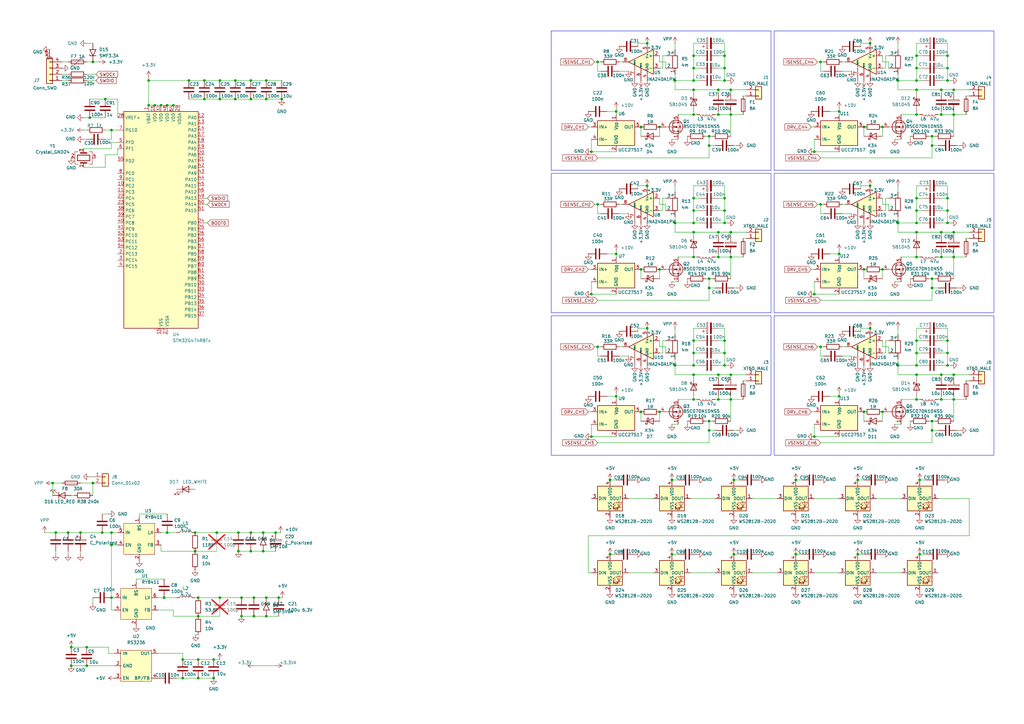
<source format=kicad_sch>
(kicad_sch (version 20231120) (generator "eeschema") (generator_version "8.0")
  (paper "A3")
  (junction (at 388.62 86.36))
  (junction (at 294.64 36.83))
  (junction (at 284.48 153.67))
  (junction (at 250.19 196.85))
  (junction (at 356.87 76.2))
  (junction (at 388.62 33.02))
  (junction (at 284.48 22.86))
  (junction (at 45.72 218.44))
  (junction (at 284.48 46.99))
  (junction (at 391.16 36.83))
  (junction (at 382.27 172.72))
  (junction (at 361.95 168.91))
  (junction (at 382.27 118.11))
  (junction (at 45.72 223.52))
  (junction (at 294.64 153.67))
  (junction (at 284.48 86.36))
  (junction (at 81.28 278.13))
  (junction (at 96.52 33.02))
  (junction (at 102.87 40.64))
  (junction (at 382.27 176.53))
  (junction (at 284.48 91.44))
  (junction (at 356.87 134.62))
  (junction (at 29.21 273.05))
  (junction (at 284.48 36.83))
  (junction (at 252.73 45.72))
  (junction (at 83.82 33.02))
  (junction (at 290.83 59.69))
  (junction (at 375.92 33.02))
  (junction (at 262.89 52.07))
  (junction (at 388.62 91.44))
  (junction (at 284.48 33.02))
  (junction (at 334.01 179.07))
  (junction (at 80.01 226.06))
  (junction (at 375.92 86.36))
  (junction (at 334.01 120.65))
  (junction (at 35.56 265.43))
  (junction (at 294.64 105.41))
  (junction (at 375.92 163.83))
  (junction (at 88.9 218.44))
  (junction (at 326.39 227.33))
  (junction (at 290.83 172.72))
  (junction (at 99.06 245.11))
  (junction (at 83.82 40.64))
  (junction (at 262.89 168.91))
  (junction (at 35.56 273.05))
  (junction (at 104.14 245.11))
  (junction (at 299.72 163.83))
  (junction (at 252.73 104.14))
  (junction (at 67.31 245.11))
  (junction (at 265.43 17.78))
  (junction (at 300.99 227.33))
  (junction (at 391.16 105.41))
  (junction (at 361.95 110.49))
  (junction (at 284.48 95.25))
  (junction (at 375.92 22.86))
  (junction (at 386.08 95.25))
  (junction (at 22.86 218.44))
  (junction (at 38.1 198.12))
  (junction (at 344.17 162.56))
  (junction (at 386.08 153.67))
  (junction (at 391.16 46.99))
  (junction (at 344.17 45.72))
  (junction (at 107.95 218.44))
  (junction (at 356.87 17.78))
  (junction (at 375.92 153.67))
  (junction (at 388.62 81.28))
  (junction (at 351.79 227.33))
  (junction (at 60.96 43.18))
  (junction (at 109.22 245.11))
  (junction (at 81.28 252.73))
  (junction (at 388.62 27.94))
  (junction (at 297.18 144.78))
  (junction (at 386.08 163.83))
  (junction (at 336.55 83.82))
  (junction (at 375.92 139.7))
  (junction (at 102.87 33.02))
  (junction (at 77.47 33.02))
  (junction (at 388.62 22.86))
  (junction (at 275.59 227.33))
  (junction (at 336.55 142.24))
  (junction (at 109.22 40.64))
  (junction (at 242.57 120.65))
  (junction (at 299.72 95.25))
  (junction (at 297.18 139.7))
  (junction (at 245.11 83.82))
  (junction (at 43.18 40.64))
  (junction (at 60.96 33.02))
  (junction (at 382.27 59.69))
  (junction (at 97.79 218.44))
  (junction (at 115.57 40.64))
  (junction (at 99.06 252.73))
  (junction (at 66.04 43.18))
  (junction (at 290.83 55.88))
  (junction (at 334.01 62.23))
  (junction (at 375.92 36.83))
  (junction (at 96.52 40.64))
  (junction (at 284.48 81.28))
  (junction (at 290.83 118.11))
  (junction (at 97.79 226.06))
  (junction (at 80.01 218.44))
  (junction (at 68.58 218.44))
  (junction (at 102.87 218.44))
  (junction (at 284.48 144.78))
  (junction (at 252.73 162.56))
  (junction (at 375.92 95.25))
  (junction (at 368.3 149.86))
  (junction (at 21.59 198.12))
  (junction (at 377.19 196.85))
  (junction (at 375.92 149.86))
  (junction (at 242.57 62.23))
  (junction (at 299.72 46.99))
  (junction (at 74.93 278.13))
  (junction (at 354.33 110.49))
  (junction (at 276.86 33.02))
  (junction (at 391.16 153.67))
  (junction (at 81.28 245.11))
  (junction (at 361.95 52.07))
  (junction (at 290.83 114.3))
  (junction (at 113.03 218.44))
  (junction (at 27.94 218.44))
  (junction (at 336.55 25.4))
  (junction (at 284.48 27.94))
  (junction (at 90.17 33.02))
  (junction (at 297.18 81.28))
  (junction (at 294.64 163.83))
  (junction (at 36.83 48.26))
  (junction (at 33.02 218.44))
  (junction (at 74.93 270.51))
  (junction (at 284.48 105.41))
  (junction (at 242.57 179.07))
  (junction (at 87.63 270.51))
  (junction (at 388.62 149.86))
  (junction (at 386.08 36.83))
  (junction (at 382.27 114.3))
  (junction (at 284.48 163.83))
  (junction (at 262.89 110.49))
  (junction (at 71.12 43.18))
  (junction (at 45.72 245.11))
  (junction (at 297.18 22.86))
  (junction (at 109.22 33.02))
  (junction (at 265.43 134.62))
  (junction (at 375.92 27.94))
  (junction (at 245.11 142.24))
  (junction (at 90.17 245.11))
  (junction (at 354.33 168.91))
  (junction (at 375.92 144.78))
  (junction (at 68.58 43.18))
  (junction (at 368.3 33.02))
  (junction (at 284.48 139.7))
  (junction (at 299.72 36.83))
  (junction (at 375.92 81.28))
  (junction (at 270.51 52.07))
  (junction (at 300.99 196.85))
  (junction (at 375.92 105.41))
  (junction (at 386.08 46.99))
  (junction (at 265.43 76.2))
  (junction (at 245.11 25.4))
  (junction (at 294.64 46.99))
  (junction (at 114.3 245.11))
  (junction (at 388.62 144.78))
  (junction (at 375.92 46.99))
  (junction (at 351.79 196.85))
  (junction (at 377.19 227.33))
  (junction (at 107.95 226.06))
  (junction (at 344.17 104.14))
  (junction (at 391.16 95.25))
  (junction (at 87.63 278.13))
  (junction (at 294.64 95.25))
  (junction (at 270.51 168.91))
  (junction (at 276.86 91.44))
  (junction (at 276.86 149.86))
  (junction (at 368.3 91.44))
  (junction (at 388.62 139.7))
  (junction (at 284.48 149.86))
  (junction (at 41.91 218.44))
  (junction (at 29.21 265.43))
  (junction (at 297.18 27.94))
  (junction (at 391.16 163.83))
  (junction (at 250.19 227.33))
  (junction (at 297.18 149.86))
  (junction (at 270.51 110.49))
  (junction (at 290.83 176.53))
  (junction (at 90.17 40.64))
  (junction (at 275.59 196.85))
  (junction (at 297.18 33.02))
  (junction (at 299.72 153.67))
  (junction (at 386.08 105.41))
  (junction (at 297.18 86.36))
  (junction (at 375.92 91.44))
  (junction (at 382.27 55.88))
  (junction (at 109.22 252.73))
  (junction (at 104.14 252.73))
  (junction (at 102.87 226.06))
  (junction (at 326.39 196.85))
  (junction (at 354.33 52.07))
  (junction (at 45.72 53.34))
  (junction (at 81.28 270.51))
  (junction (at 297.18 91.44))
  (junction (at 63.5 43.18))
  (junction (at 299.72 105.41))
  (junction (at 38.1 25.4))
  (wire (pts (xy 388.62 139.7) (xy 386.08 139.7)))
  (wire (pts (xy 298.45 33.02) (xy 297.18 33.02)))
  (wire (pts (xy 102.87 40.64) (xy 109.22 40.64)))
  (wire (pts (xy 375.92 17.78) (xy 375.92 22.86)))
  (wire (pts (xy 397.51 153.67) (xy 391.16 153.67)))
  (wire (pts (xy 375.92 144.78) (xy 378.46 144.78)))
  (wire (pts (xy 349.25 87.63) (xy 345.44 87.63)))
  (wire (pts (xy 80.01 245.11) (xy 81.28 245.11)))
  (wire (pts (xy 43.18 40.64) (xy 48.26 40.64)))
  (wire (pts (xy 297.18 81.28) (xy 297.18 86.36)))
  (wire (pts (xy 81.28 270.51) (xy 87.63 270.51)))
  (wire (pts (xy 248.92 104.14) (xy 252.73 104.14)))
  (wire (pts (xy 109.22 33.02) (xy 115.57 33.02)))
  (wire (pts (xy 373.38 57.15) (xy 373.38 55.88)))
  (wire (pts (xy 36.83 48.26) (xy 43.18 48.26)))
  (wire (pts (xy 388.62 91.44) (xy 386.08 91.44)))
  (wire (pts (xy 375.92 76.2) (xy 375.92 81.28)))
  (wire (pts (xy 335.28 83.82) (xy 336.55 83.82)))
  (wire (pts (xy 303.53 196.85) (xy 300.99 196.85)))
  (wire (pts (xy 284.48 91.44) (xy 287.02 91.44)))
  (wire (pts (xy 363.22 22.86) (xy 363.22 27.94)))
  (wire (pts (xy 332.74 168.91) (xy 334.01 168.91)))
  (wire (pts (xy 294.64 104.14) (xy 294.64 105.41)))
  (wire (pts (xy 332.74 52.07) (xy 334.01 52.07)))
  (wire (pts (xy 284.48 139.7) (xy 284.48 144.78)))
  (wire (pts (xy 245.11 83.82) (xy 246.38 83.82)))
  (wire (pts (xy 293.37 105.41) (xy 294.64 105.41)))
  (wire (pts (xy 386.08 36.83) (xy 386.08 38.1)))
  (wire (pts (xy 368.3 149.86) (xy 368.3 147.32)))
  (wire (pts (xy 39.37 33.02) (xy 35.56 33.02)))
  (wire (pts (xy 306.07 153.67) (xy 299.72 153.67)))
  (wire (pts (xy 368.3 17.78) (xy 368.3 20.32)))
  (wire (pts (xy 293.37 118.11) (xy 290.83 118.11)))
  (wire (pts (xy 377.19 105.41) (xy 375.92 105.41)))
  (wire (pts (xy 284.48 162.56) (xy 284.48 163.83)))
  (wire (pts (xy 64.77 250.19) (xy 71.12 250.19)))
  (wire (pts (xy 297.18 81.28) (xy 294.64 81.28)))
  (wire (pts (xy 254 83.82) (xy 255.27 83.82)))
  (wire (pts (xy 354.33 172.72) (xy 354.33 168.91)))
  (wire (pts (xy 386.08 153.67) (xy 375.92 153.67)))
  (wire (pts (xy 328.93 227.33) (xy 326.39 227.33)))
  (wire (pts (xy 396.24 39.37) (xy 397.51 39.37)))
  (wire (pts (xy 284.48 81.28) (xy 287.02 81.28)))
  (wire (pts (xy 38.1 198.12) (xy 38.1 203.2)))
  (wire (pts (xy 66.04 226.06) (xy 80.01 226.06)))
  (wire (pts (xy 361.95 83.82) (xy 364.49 83.82)))
  (wire (pts (xy 43.18 68.58) (xy 43.18 63.5)))
  (wire (pts (xy 344.17 102.87) (xy 344.17 104.14)))
  (wire (pts (xy 364.49 81.28) (xy 363.22 81.28)))
  (wire (pts (xy 386.08 95.25) (xy 386.08 96.52)))
  (wire (pts (xy 290.83 172.72) (xy 290.83 176.53)))
  (wire (pts (xy 243.84 142.24) (xy 245.11 142.24)))
  (wire (pts (xy 336.55 83.82) (xy 337.82 83.82)))
  (wire (pts (xy 245.11 142.24) (xy 246.38 142.24)))
  (wire (pts (xy 81.28 252.73) (xy 90.17 252.73)))
  (wire (pts (xy 283.21 204.47) (xy 293.37 204.47)))
  (wire (pts (xy 382.27 55.88) (xy 383.54 55.88)))
  (wire (pts (xy 382.27 114.3) (xy 383.54 114.3)))
  (wire (pts (xy 369.57 105.41) (xy 375.92 105.41)))
  (wire (pts (xy 246.38 146.05) (xy 245.11 146.05)))
  (wire (pts (xy 340.36 162.56) (xy 344.17 162.56)))
  (wire (pts (xy 102.87 33.02) (xy 109.22 33.02)))
  (wire (pts (xy 39.37 30.48) (xy 35.56 30.48)))
  (wire (pts (xy 388.62 22.86) (xy 388.62 27.94)))
  (wire (pts (xy 361.95 55.88) (xy 361.95 52.07)))
  (wire (pts (xy 299.72 46.99) (xy 299.72 55.88)))
  (wire (pts (xy 276.86 95.25) (xy 284.48 95.25)))
  (wire (pts (xy 281.94 57.15) (xy 281.94 55.88)))
  (wire (pts (xy 273.05 25.4) (xy 273.05 27.94)))
  (wire (pts (xy 297.18 33.02) (xy 294.64 33.02)))
  (wire (pts (xy 337.82 29.21) (xy 336.55 29.21)))
  (wire (pts (xy 364.49 142.24) (xy 364.49 144.78)))
  (wire (pts (xy 252.73 161.29) (xy 252.73 162.56)))
  (wire (pts (xy 377.19 46.99) (xy 375.92 46.99)))
  (wire (pts (xy 41.91 218.44) (xy 45.72 218.44)))
  (wire (pts (xy 384.81 163.83) (xy 386.08 163.83)))
  (wire (pts (xy 344.17 45.72) (xy 344.17 46.99)))
  (wire (pts (xy 391.16 95.25) (xy 391.16 96.52)))
  (wire (pts (xy 386.08 134.62) (xy 388.62 134.62)))
  (wire (pts (xy 337.82 87.63) (xy 336.55 87.63)))
  (wire (pts (xy 356.87 17.78) (xy 353.06 17.78)))
  (wire (pts (xy 368.3 91.44) (xy 375.92 91.44)))
  (wire (pts (xy 361.95 25.4) (xy 364.49 25.4)))
  (wire (pts (xy 265.43 134.62) (xy 261.62 134.62)))
  (wire (pts (xy 304.8 156.21) (xy 306.07 156.21)))
  (wire (pts (xy 308.61 234.95) (xy 318.77 234.95)))
  (wire (pts (xy 276.86 95.25) (xy 276.86 91.44)))
  (wire (pts (xy 378.46 76.2) (xy 375.92 76.2)))
  (wire (pts (xy 284.48 45.72) (xy 284.48 46.99)))
  (wire (pts (xy 257.81 234.95) (xy 267.97 234.95)))
  (wire (pts (xy 391.16 162.56) (xy 391.16 163.83)))
  (wire (pts (xy 304.8 105.41) (xy 299.72 105.41)))
  (wire (pts (xy 304.8 97.79) (xy 306.07 97.79)))
  (wire (pts (xy 298.45 91.44) (xy 297.18 91.44)))
  (wire (pts (xy 297.18 134.62) (xy 297.18 139.7)))
  (wire (pts (xy 64.77 267.97) (xy 74.93 267.97)))
  (wire (pts (xy 382.27 114.3) (xy 382.27 118.11)))
  (wire (pts (xy 77.47 40.64) (xy 83.82 40.64)))
  (wire (pts (xy 45.72 218.44) (xy 48.26 218.44)))
  (wire (pts (xy 332.74 110.49) (xy 334.01 110.49)))
  (wire (pts (xy 361.95 142.24) (xy 364.49 142.24)))
  (wire (pts (xy 361.95 22.86) (xy 361.95 25.4)))
  (wire (pts (xy 278.13 163.83) (xy 284.48 163.83)))
  (wire (pts (xy 299.72 162.56) (xy 299.72 163.83)))
  (wire (pts (xy 284.48 153.67) (xy 284.48 154.94)))
  (wire (pts (xy 375.92 22.86) (xy 375.92 27.94)))
  (wire (pts (xy 34.29 60.96) (xy 45.72 60.96)))
  (wire (pts (xy 257.81 87.63) (xy 254 87.63)))
  (wire (pts (xy 386.08 163.83) (xy 391.16 163.83)))
  (wire (pts (xy 96.52 33.02) (xy 102.87 33.02)))
  (wire (pts (xy 294.64 95.25) (xy 294.64 96.52)))
  (wire (pts (xy 334.01 57.15) (xy 334.01 62.23)))
  (wire (pts (xy 243.84 83.82) (xy 245.11 83.82)))
  (wire (pts (xy 81.28 245.11) (xy 90.17 245.11)))
  (wire (pts (xy 361.95 172.72) (xy 361.95 168.91)))
  (wire (pts (xy 278.13 105.41) (xy 284.48 105.41)))
  (wire (pts (xy 382.27 118.11) (xy 382.27 123.19)))
  (wire (pts (xy 252.73 196.85) (xy 250.19 196.85)))
  (wire (pts (xy 276.86 76.2) (xy 276.86 78.74)))
  (wire (pts (xy 257.81 146.05) (xy 254 146.05)))
  (wire (pts (xy 270.51 22.86) (xy 270.51 25.4)))
  (wire (pts (xy 29.21 273.05) (xy 35.56 273.05)))
  (wire (pts (xy 102.87 226.06) (xy 107.95 226.06)))
  (wire (pts (xy 284.48 22.86) (xy 287.02 22.86)))
  (wire (pts (xy 334.01 179.07) (xy 344.17 179.07)))
  (wire (pts (xy 113.03 218.44) (xy 115.062 218.44)))
  (wire (pts (xy 389.89 149.86) (xy 388.62 149.86)))
  (wire (pts (xy 99.06 245.11) (xy 104.14 245.11)))
  (wire (pts (xy 109.22 252.73) (xy 104.14 252.73)))
  (wire (pts (xy 273.05 142.24) (xy 273.05 144.78)))
  (wire (pts (xy 375.92 33.02) (xy 378.46 33.02)))
  (wire (pts (xy 90.17 40.64) (xy 96.52 40.64)))
  (wire (pts (xy 386.08 104.14) (xy 386.08 105.41)))
  (wire (pts (xy 278.13 196.85) (xy 275.59 196.85)))
  (wire (pts (xy 55.88 237.49) (xy 67.31 237.49)))
  (wire (pts (xy 368.3 33.02) (xy 368.3 30.48)))
  (wire (pts (xy 66.04 223.52) (xy 66.04 226.06)))
  (wire (pts (xy 364.49 83.82) (xy 364.49 86.36)))
  (wire (pts (xy 299.72 163.83) (xy 299.72 172.72)))
  (wire (pts (xy 384.81 118.11) (xy 382.27 118.11)))
  (wire (pts (xy 388.62 86.36) (xy 386.08 86.36)))
  (wire (pts (xy 375.92 153.67) (xy 375.92 154.94)))
  (wire (pts (xy 354.33 227.33) (xy 351.79 227.33)))
  (wire (pts (xy 273.05 83.82) (xy 273.05 86.36)))
  (wire (pts (xy 245.11 83.82) (xy 245.11 87.63)))
  (wire (pts (xy 396.24 105.41) (xy 391.16 105.41)))
  (wire (pts (xy 368.3 95.25) (xy 375.92 95.25)))
  (wire (pts (xy 270.51 114.3) (xy 270.51 110.49)))
  (wire (pts (xy 278.13 46.99) (xy 284.48 46.99)))
  (wire (pts (xy 294.64 36.83) (xy 294.64 38.1)))
  (wire (pts (xy 397.51 219.71) (xy 241.3 219.71)))
  (wire (pts (xy 33.02 227.33) (xy 33.02 226.06)))
  (wire (pts (xy 377.19 163.83) (xy 375.92 163.83)))
  (wire (pts (xy 388.62 144.78) (xy 386.08 144.78)))
  (wire (pts (xy 369.57 163.83) (xy 375.92 163.83)))
  (wire (pts (xy 284.48 134.62) (xy 284.48 139.7)))
  (wire (pts (xy 304.8 39.37) (xy 306.07 39.37)))
  (wire (pts (xy 245.11 64.77) (xy 290.83 64.77)))
  (wire (pts (xy 354.33 55.88) (xy 354.33 52.07)))
  (wire (pts (xy 248.92 162.56) (xy 252.73 162.56)))
  (wire (pts (xy 242.57 120.65) (xy 252.73 120.65)))
  (wire (pts (xy 336.55 83.82) (xy 336.55 87.63)))
  (wire (pts (xy 243.84 25.4) (xy 245.11 25.4)))
  (wire (pts (xy 107.95 226.06) (xy 113.03 226.06)))
  (wire (pts (xy 45.72 58.42) (xy 48.26 58.42)))
  (wire (pts (xy 340.36 104.14) (xy 344.17 104.14)))
  (wire (pts (xy 290.83 59.69) (xy 290.83 64.77)))
  (wire (pts (xy 337.82 146.05) (xy 336.55 146.05)))
  (wire (pts (xy 281.94 115.57) (xy 281.94 114.3)))
  (wire (pts (xy 44.45 265.43) (xy 44.45 267.97)))
  (wire (pts (xy 29.21 203.2) (xy 30.48 203.2)))
  (wire (pts (xy 245.11 181.61) (xy 290.83 181.61)))
  (wire (pts (xy 373.38 115.57) (xy 373.38 114.3)))
  (wire (pts (xy 299.72 153.67) (xy 294.64 153.67)))
  (wire (pts (xy 336.55 142.24) (xy 337.82 142.24)))
  (wire (pts (xy 262.89 55.88) (xy 262.89 52.07)))
  (wire (pts (xy 378.46 134.62) (xy 375.92 134.62)))
  (wire (pts (xy 344.17 162.56) (xy 344.17 163.83)))
  (wire (pts (xy 71.12 252.73) (xy 81.28 252.73)))
  (wire (pts (xy 334.01 234.95) (xy 344.17 234.95)))
  (wire (pts (xy 22.86 227.33) (xy 22.86 226.06)))
  (wire (pts (xy 45.72 223.52) (xy 48.26 223.52)))
  (wire (pts (xy 271.78 86.36) (xy 270.51 86.36)))
  (wire (pts (xy 48.26 63.5) (xy 48.26 60.96)))
  (wire (pts (xy 45.72 245.11) (xy 45.72 250.19)))
  (wire (pts (xy 334.01 173.99) (xy 334.01 179.07)))
  (wire (pts (xy 299.72 95.25) (xy 299.72 96.52)))
  (wire (pts (xy 297.18 149.86) (xy 294.64 149.86)))
  (wire (pts (xy 356.87 134.62) (xy 353.06 134.62)))
  (wire (pts (xy 35.56 265.43) (xy 44.45 265.43)))
  (wire (pts (xy 46.99 250.19) (xy 45.72 250.19)))
  (wire (pts (xy 382.27 172.72) (xy 383.54 172.72)))
  (wire (pts (xy 386.08 17.78) (xy 388.62 17.78)))
  (wire (pts (xy 388.62 33.02) (xy 386.08 33.02)))
  (wire (pts (xy 391.16 153.67) (xy 391.16 154.94)))
  (wire (pts (xy 336.55 123.19) (xy 382.27 123.19)))
  (wire (pts (xy 242.57 173.99) (xy 242.57 179.07)))
  (wire (pts (xy 48.26 48.26) (xy 48.26 40.64)))
  (wire (pts (xy 284.48 22.86) (xy 284.48 27.94)))
  (wire (pts (xy 375.92 81.28) (xy 378.46 81.28)))
  (wire (pts (xy 22.86 218.44) (xy 27.94 218.44)))
  (wire (pts (xy 297.18 22.86) (xy 294.64 22.86)))
  (wire (pts (xy 382.27 176.53) (xy 382.27 181.61)))
  (wire (pts (xy 45.72 245.11) (xy 46.99 245.11)))
  (wire (pts (xy 368.3 36.83) (xy 375.92 36.83)))
  (wire (pts (xy 273.05 139.7) (xy 271.78 139.7)))
  (wire (pts (xy 242.57 57.15) (xy 242.57 62.23)))
  (wire (pts (xy 276.86 134.62) (xy 276.86 137.16)))
  (wire (pts (xy 276.86 36.83) (xy 284.48 36.83)))
  (wire (pts (xy 388.62 22.86) (xy 386.08 22.86)))
  (wire (pts (xy 74.93 278.13) (xy 72.39 278.13)))
  (wire (pts (xy 35.56 17.78) (xy 38.1 17.78)))
  (wire (pts (xy 276.86 149.86) (xy 276.86 147.32)))
  (wire (pts (xy 294.64 153.67) (xy 284.48 153.67)))
  (wire (pts (xy 386.08 162.56) (xy 386.08 163.83)))
  (wire (pts (xy 375.92 149.86) (xy 378.46 149.86)))
  (wire (pts (xy 297.18 17.78) (xy 297.18 22.86)))
  (wire (pts (xy 241.3 219.71) (xy 241.3 234.95)))
  (wire (pts (xy 375.92 86.36) (xy 378.46 86.36)))
  (wire (pts (xy 391.16 36.83) (xy 386.08 36.83)))
  (wire (pts (xy 300.99 118.11) (xy 302.26 118.11)))
  (wire (pts (xy 241.3 168.91) (xy 242.57 168.91)))
  (wire (pts (xy 252.73 45.72) (xy 252.73 46.99)))
  (wire (pts (xy 287.02 134.62) (xy 284.48 134.62)))
  (wire (pts (xy 34.29 68.58) (xy 43.18 68.58)))
  (wire (pts (xy 354.33 196.85) (xy 351.79 196.85)))
  (wire (pts (xy 273.05 22.86) (xy 271.78 22.86)))
  (wire (pts (xy 375.92 139.7) (xy 375.92 144.78)))
  (wire (pts (xy 369.57 173.99) (xy 367.03 173.99)))
  (wire (pts (xy 388.62 86.36) (xy 388.62 91.44)))
  (wire (pts (xy 287.02 76.2) (xy 284.48 76.2)))
  (wire (pts (xy 284.48 76.2) (xy 284.48 81.28)))
  (wire (pts (xy 297.18 27.94) (xy 294.64 27.94)))
  (wire (pts (xy 334.01 120.65) (xy 344.17 120.65)))
  (wire (pts (xy 386.08 46.99) (xy 391.16 46.99)))
  (wire (pts (xy 299.72 36.83) (xy 294.64 36.83)))
  (wire (pts (xy 33.02 198.12) (xy 38.1 198.12)))
  (wire (pts (xy 391.16 163.83) (xy 391.16 172.72)))
  (wire (pts (xy 45.72 223.52) (xy 45.72 245.11)))
  (wire (pts (xy 345.44 142.24) (xy 346.71 142.24)))
  (wire (pts (xy 336.55 64.77) (xy 382.27 64.77)))
  (wire (pts (xy 368.3 33.02) (xy 375.92 33.02)))
  (wire (pts (xy 375.92 86.36) (xy 375.92 91.44)))
  (wire (pts (xy 96.52 40.64) (xy 102.87 40.64)))
  (wire (pts (xy 245.11 123.19) (xy 290.83 123.19)))
  (wire (pts (xy 21.59 198.12) (xy 21.59 203.2)))
  (wire (pts (xy 375.92 36.83) (xy 375.92 38.1)))
  (wire (pts (xy 71.12 43.18) (xy 73.66 43.18)))
  (wire (pts (xy 388.62 149.86) (xy 386.08 149.86)))
  (wire (pts (xy 388.62 81.28) (xy 388.62 86.36)))
  (wire (pts (xy 276.86 91.44) (xy 284.48 91.44)))
  (wire (pts (xy 388.62 134.62) (xy 388.62 139.7)))
  (wire (pts (xy 386.08 45.72) (xy 386.08 46.99)))
  (wire (pts (xy 359.41 234.95) (xy 369.57 234.95)))
  (wire (pts (xy 34.29 53.34) (xy 35.56 53.34)))
  (wire (pts (xy 345.44 83.82) (xy 346.71 83.82)))
  (wire (pts (xy 300.99 176.53) (xy 302.26 176.53)))
  (wire (pts (xy 384.81 105.41) (xy 386.08 105.41)))
  (wire (pts (xy 344.17 161.29) (xy 344.17 162.56)))
  (wire (pts (xy 293.37 46.99) (xy 294.64 46.99)))
  (wire (pts (xy 44.45 267.97) (xy 46.99 267.97)))
  (wire (pts (xy 245.11 25.4) (xy 246.38 25.4)))
  (wire (pts (xy 384.81 176.53) (xy 382.27 176.53)))
  (wire (pts (xy 107.95 218.44) (xy 113.03 218.44)))
  (wire (pts (xy 271.78 139.7) (xy 271.78 144.78)))
  (wire (pts (xy 388.62 27.94) (xy 388.62 33.02)))
  (wire (pts (xy 368.3 91.44) (xy 368.3 88.9)))
  (wire (pts (xy 375.92 144.78) (xy 375.92 149.86)))
  (wire (pts (xy 55.88 238.76) (xy 55.88 237.49)))
  (wire (pts (xy 284.48 144.78) (xy 287.02 144.78)))
  (wire (pts (xy 18.288 218.44) (xy 22.86 218.44)))
  (wire (pts (xy 336.55 142.24) (xy 336.55 146.05)))
  (wire (pts (xy 299.72 153.67) (xy 299.72 154.94)))
  (wire (pts (xy 392.43 59.69) (xy 393.7 59.69)))
  (wire (pts (xy 276.86 149.86) (xy 284.48 149.86)))
  (wire (pts (xy 392.43 118.11) (xy 393.7 118.11)))
  (wire (pts (xy 368.3 153.67) (xy 375.92 153.67)))
  (wire (pts (xy 270.51 55.88) (xy 270.51 52.07)))
  (wire (pts (xy 257.81 204.47) (xy 267.97 204.47)))
  (wire (pts (xy 104.14 252.73) (xy 99.06 252.73)))
  (wire (pts (xy 68.58 218.44) (xy 72.39 218.44)))
  (wire (pts (xy 349.25 29.21) (xy 345.44 29.21)))
  (wire (pts (xy 384.81 204.47) (xy 397.51 204.47)))
  (wire (pts (xy 306.07 36.83) (xy 299.72 36.83)))
  (wire (pts (xy 270.51 172.72) (xy 270.51 168.91)))
  (wire (pts (xy 290.83 118.11) (xy 290.83 123.19)))
  (wire (pts (xy 45.72 60.96) (xy 45.72 58.42)))
  (wire (pts (xy 336.55 181.61) (xy 382.27 181.61)))
  (wire (pts (xy 27.94 227.33) (xy 27.94 226.06)))
  (wire (pts (xy 45.72 53.34) (xy 48.26 53.34)))
  (wire (pts (xy 381 55.88) (xy 382.27 55.88)))
  (wire (pts (xy 369.57 57.15) (xy 367.03 57.15)))
  (wire (pts (xy 273.05 81.28) (xy 271.78 81.28)))
  (wire (pts (xy 270.51 142.24) (xy 273.05 142.24)))
  (wire (pts (xy 71.12 250.19) (xy 71.12 252.73)))
  (wire (pts (xy 45.72 218.44) (xy 45.72 223.52)))
  (wire (pts (xy 381 114.3) (xy 382.27 114.3)))
  (wire (pts (xy 336.55 25.4) (xy 337.82 25.4)))
  (wire (pts (xy 271.78 27.94) (xy 270.51 27.94)))
  (wire (pts (xy 384.81 46.99) (xy 386.08 46.99)))
  (wire (pts (xy 43.18 53.34) (xy 45.72 53.34)))
  (wire (pts (xy 241.3 110.49) (xy 242.57 110.49)))
  (wire (pts (xy 68.58 218.44) (xy 66.04 218.44)))
  (wire (pts (xy 252.73 104.14) (xy 252.73 105.41)))
  (wire (pts (xy 36.83 40.64) (xy 43.18 40.64)))
  (wire (pts (xy 262.89 172.72) (xy 262.89 168.91)))
  (wire (pts (xy 57.15 210.82) (xy 68.58 210.82)))
  (wire (pts (xy 386.08 153.67) (xy 386.08 154.94)))
  (wire (pts (xy 303.53 227.33) (xy 300.99 227.33)))
  (wire (pts (xy 375.92 162.56) (xy 375.92 163.83)))
  (wire (pts (xy 389.89 33.02) (xy 388.62 33.02)))
  (wire (pts (xy 386.08 76.2) (xy 388.62 76.2)))
  (wire (pts (xy 34.29 48.26) (xy 36.83 48.26)))
  (wire (pts (xy 265.43 17.78) (xy 261.62 17.78)))
  (wire (pts (xy 284.48 104.14) (xy 284.48 105.41)))
  (wire (pts (xy 276.86 33.02) (xy 276.86 30.48)))
  (wire (pts (xy 294.64 153.67) (xy 294.64 154.94)))
  (wire (pts (xy 90.17 33.02) (xy 96.52 33.02)))
  (wire (pts (xy 81.28 260.35) (xy 80.264 260.35)))
  (wire (pts (xy 284.48 149.86) (xy 287.02 149.86)))
  (wire (pts (xy 364.49 25.4) (xy 364.49 27.94)))
  (wire (pts (xy 104.14 245.11) (xy 109.22 245.11)))
  (wire (pts (xy 375.92 95.25) (xy 375.92 96.52)))
  (wire (pts (xy 285.75 46.99) (xy 284.48 46.99)))
  (wire (pts (xy 300.99 59.69) (xy 302.26 59.69)))
  (wire (pts (xy 294.64 46.99) (xy 299.72 46.99)))
  (wire (pts (xy 283.21 234.95) (xy 293.37 234.95)))
  (wire (pts (xy 38.1 195.58) (xy 36.83 195.58)))
  (wire (pts (xy 349.25 146.05) (xy 345.44 146.05)))
  (wire (pts (xy 97.79 226.06) (xy 102.87 226.06)))
  (wire (pts (xy 293.37 163.83) (xy 294.64 163.83)))
  (wire (pts (xy 359.41 204.47) (xy 369.57 204.47)))
  (wire (pts (xy 242.57 62.23) (xy 252.73 62.23)))
  (wire (pts (xy 382.27 55.88) (xy 382.27 59.69)))
  (wire (pts (xy 304.8 46.99) (xy 299.72 46.99)))
  (wire (pts (xy 109.22 40.64) (xy 115.57 40.64)))
  (wire (pts (xy 396.24 156.21) (xy 397.51 156.21)))
  (wire (pts (xy 80.01 218.44) (xy 88.9 218.44)))
  (wire (pts (xy 294.64 45.72) (xy 294.64 46.99)))
  (wire (pts (xy 297.18 86.36) (xy 297.18 91.44)))
  (wire (pts (xy 252.73 102.87) (xy 252.73 104.14)))
  (wire (pts (xy 287.02 17.78) (xy 284.48 17.78)))
  (wire (pts (xy 388.62 81.28) (xy 386.08 81.28)))
  (wire (pts (xy 254 142.24) (xy 255.27 142.24)))
  (wire (pts (xy 299.72 95.25) (xy 294.64 95.25)))
  (wire (pts (xy 276.86 36.83) (xy 276.86 33.02)))
  (wire (pts (xy 38.1 247.65) (xy 38.1 245.11)))
  (wire (pts (xy 113.03 273.05) (xy 104.14 273.05)))
  (wire (pts (xy 284.48 86.36) (xy 287.02 86.36)))
  (wire (pts (xy 293.37 176.53) (xy 290.83 176.53)))
  (wire (pts (xy 97.79 218.44) (xy 102.87 218.44)))
  (wire (pts (xy 281.94 173.99) (xy 281.94 172.72)))
  (wire (pts (xy 261.62 77.47) (xy 261.62 76.2)))
  (wire (pts (xy 363.22 144.78) (xy 361.95 144.78)))
  (wire (pts (xy 368.3 153.67) (xy 368.3 149.86)))
  (wire (pts (xy 43.18 57.15) (xy 45.72 57.15)))
  (wire (pts (xy 368.3 134.62) (xy 368.3 137.16)))
  (wire (pts (xy 102.87 218.44) (xy 107.95 218.44)))
  (wire (pts (xy 284.48 139.7) (xy 287.02 139.7)))
  (wire (pts (xy 241.3 234.95) (xy 242.57 234.95)))
  (wire (pts (xy 354.33 114.3) (xy 354.33 110.49)))
  (wire (pts (xy 297.18 86.36) (xy 294.64 86.36)))
  (wire (pts (xy 241.3 52.07) (xy 242.57 52.07)))
  (wire (pts (xy 254 25.4) (xy 255.27 25.4)))
  (wire (pts (xy 245.11 142.24) (xy 245.11 146.05)))
  (wire (pts (xy 289.56 114.3) (xy 290.83 114.3)))
  (wire (pts (xy 294.64 163.83) (xy 299.72 163.83)))
  (wire (pts (xy 276.86 17.78) (xy 276.86 20.32)))
  (wire (pts (xy 299.72 105.41) (xy 299.72 114.3)))
  (wire (pts (xy 391.16 153.67) (xy 386.08 153.67)))
  (wire (pts (xy 87.63 270.51) (xy 90.17 270.51)))
  (wire (pts (xy 299.72 104.14) (xy 299.72 105.41)))
  (wire (pts (xy 74.93 270.51) (xy 81.28 270.51)))
  (wire (pts (xy 364.49 139.7) (xy 363.22 139.7)))
  (wire (pts (xy 261.62 19.05) (xy 261.62 17.78)))
  (wire (pts (xy 257.81 29.21) (xy 254 29.21)))
  (wire (pts (xy 382.27 172.72) (xy 382.27 176.53)))
  (wire (pts (xy 60.96 43.18) (xy 63.5 43.18)))
  (wire (pts (xy 278.13 57.15) (xy 275.59 57.15)))
  (wire (pts (xy 33.02 218.44) (xy 41.91 218.44)))
  (wire (pts (xy 242.57 115.57) (xy 242.57 120.65)))
  (wire (pts (xy 60.96 33.02) (xy 77.47 33.02)))
  (wire (pts (xy 299.72 45.72) (xy 299.72 46.99)))
  (wire (pts (xy 270.51 25.4) (xy 273.05 25.4)))
  (wire (pts (xy 345.44 25.4) (xy 346.71 25.4)))
  (wire (pts (xy 63.5 43.18) (xy 66.04 43.18)))
  (wire (pts (xy 284.48 36.83) (xy 284.48 38.1)))
  (wire (pts (xy 379.73 196.85) (xy 377.19 196.85)))
  (wire (pts (xy 294.64 76.2) (xy 297.18 76.2)))
  (wire (pts (xy 335.28 142.24) (xy 336.55 142.24)))
  (wire (pts (xy 391.16 105.41) (xy 391.16 114.3)))
  (wire (pts (xy 388.62 27.94) (xy 386.08 27.94)))
  (wire (pts (xy 290.83 55.88) (xy 292.1 55.88)))
  (wire (pts (xy 85.09 91.44) (xy 83.82 91.44)))
  (wire (pts (xy 382.27 59.69) (xy 382.27 64.77)))
  (wire (pts (xy 391.16 36.83) (xy 391.16 38.1)))
  (wire (pts (xy 388.62 17.78) (xy 388.62 22.86)))
  (wire (pts (xy 270.51 81.28) (xy 270.51 83.82)))
  (wire (pts (xy 114.3 245.11) (xy 115.824 245.11)))
  (wire (pts (xy 391.16 45.72) (xy 391.16 46.99)))
  (wire (pts (xy 298.45 149.86) (xy 297.18 149.86)))
  (wire (pts (xy 67.31 245.11) (xy 72.39 245.11)))
  (wire (pts (xy 80.01 226.06) (xy 88.9 226.06)))
  (wire (pts (xy 245.11 25.4) (xy 245.11 29.21)))
  (wire (pts (xy 363.22 139.7) (xy 363.22 144.78)))
  (wire (pts (xy 304.8 163.83) (xy 299.72 163.83)))
  (wire (pts (xy 334.01 204.47) (xy 344.17 204.47)))
  (wire (pts (xy 290.83 114.3) (xy 290.83 118.11)))
  (wire (pts (xy 35.56 273.05) (xy 46.99 273.05)))
  (wire (pts (xy 294.64 162.56) (xy 294.64 163.83)))
  (wire (pts (xy 373.38 173.99) (xy 373.38 172.72)))
  (wire (pts (xy 261.62 135.89) (xy 261.62 134.62)))
  (wire (pts (xy 293.37 59.69) (xy 290.83 59.69)))
  (wire (pts (xy 74.93 267.97) (xy 74.93 270.51)))
  (wire (pts (xy 289.56 172.72) (xy 290.83 172.72)))
  (wire (pts (xy 363.22 27.94) (xy 361.95 27.94)))
  (wire (pts (xy 284.48 81.28) (xy 284.48 86.36)))
  (wire (pts (xy 27.94 33.02) (xy 25.4 33.02)))
  (wire (pts (xy 396.24 46.99) (xy 391.16 46.99)))
  (wire (pts (xy 308.61 204.47) (xy 318.77 204.47)))
  (wire (pts (xy 391.16 46.99) (xy 391.16 55.88)))
  (wire (pts (xy 246.38 87.63) (xy 245.11 87.63)))
  (wire (pts (xy 21.59 198.12) (xy 25.4 198.12)))
  (wire (pts (xy 43.18 63.5) (xy 48.26 63.5)))
  (wire (pts (xy 344.17 104.14) (xy 344.17 105.41)))
  (wire (pts (xy 386.08 95.25) (xy 375.92 95.25)))
  (wire (pts (xy 369.57 46.99) (xy 375.92 46.99)))
  (wire (pts (xy 361.95 114.3) (xy 361.95 110.49)))
  (wire (pts (xy 392.43 176.53) (xy 393.7 176.53)))
  (wire (pts (xy 271.78 144.78) (xy 270.51 144.78)))
  (wire (pts (xy 83.82 33.02) (xy 90.17 33.02)))
  (wire (pts (xy 381 172.72) (xy 382.27 172.72)))
  (wire (pts (xy 375.92 22.86) (xy 378.46 22.86)))
  (wire (pts (xy 297.18 144.78) (xy 297.18 149.86)))
  (wire (pts (xy 375.92 81.28) (xy 375.92 86.36)))
  (wire (pts (xy 391.16 95.25) (xy 386.08 95.25)))
  (wire (pts (xy 57.15 212.09) (xy 57.15 210.82)))
  (wire (pts (xy 340.36 45.72) (xy 344.17 45.72)))
  (wire (pts (xy 284.48 144.78) (xy 284.48 149.86)))
  (wire (pts (xy 242.57 179.07) (xy 252.73 179.07)))
  (wire (pts (xy 289.56 55.88) (xy 290.83 55.88)))
  (wire (pts (xy 375.92 27.94) (xy 378.46 27.94)))
  (wire (pts (xy 397.51 204.47) (xy 397.51 219.71)))
  (wire (pts (xy 375.92 27.94) (xy 375.92 33.02)))
  (wire (pts (xy 60.96 33.02) (xy 60.96 43.18)))
  (wire (pts (xy 34.29 57.15) (xy 35.56 57.15)))
  (wire (pts (xy 276.86 91.44) (xy 276.86 88.9)))
  (wire (pts (xy 77.47 33.02) (xy 83.82 33.02)))
  (wire (pts (xy 90.17 245.11) (xy 99.06 245.11)))
  (wire (pts (xy 361.95 139.7) (xy 361.95 142.24)))
  (wire (pts (xy 248.92 45.72) (xy 252.73 45.72)))
  (wire (pts (xy 299.72 36.83) (xy 299.72 38.1)))
  (wire (pts (xy 344.17 44.45) (xy 344.17 45.72)))
  (wire (pts (xy 83.82 40.64) (xy 90.17 40.64)))
  (wire (pts (xy 334.01 62.23) (xy 344.17 62.23)))
  (wire (pts (xy 270.51 83.82) (xy 273.05 83.82)))
  (wire (pts (xy 306.07 95.25) (xy 299.72 95.25)))
  (wire (pts (xy 363.22 81.28) (xy 363.22 86.36)))
  (wire (pts (xy 252.73 162.56) (xy 252.73 163.83)))
  (wire (pts (xy 252.73 227.33) (xy 250.19 227.33)))
  (wire (pts (xy 297.18 91.44) (xy 294.64 91.44)))
  (wire (pts (xy 27.94 25.4) (xy 25.4 25.4)))
  (wire (pts (xy 363.22 86.36) (xy 361.95 86.36)))
  (wire (pts (xy 378.46 17.78) (xy 375.92 17.78)))
  (wire (pts (xy 297.18 76.2) (xy 297.18 81.28)))
  (wire (pts (xy 328.93 196.85) (xy 326.39 196.85)))
  (wire (pts (xy 27.94 30.48) (xy 25.4 30.48)))
  (wire (pts (xy 297.18 144.78) (xy 294.64 144.78)))
  (wire (pts (xy 297.18 139.7) (xy 294.64 139.7)))
  (wire (pts (xy 375.92 104.14) (xy 375.92 105.41)))
  (wire (pts (xy 45.72 53.34) (xy 45.72 57.15)))
  (wire (pts (xy 361.95 81.28) (xy 361.95 83.82)))
  (wire (pts (xy 388.62 144.78) (xy 388.62 149.86)))
  (wire (pts (xy 396.24 163.83) (xy 391.16 163.83)))
  (wire (pts (xy 285.75 105.41) (xy 284.48 105.41)))
  (wire (pts (xy 67.31 245.11) (xy 64.77 245.11)))
  (wire (pts (xy 375.92 91.44) (xy 378.46 91.44)))
  (wire (pts (xy 336.55 25.4) (xy 336.55 29.21)))
  (wire (pts (xy 265.43 76.2) (xy 261.62 76.2)))
  (wire (pts (xy 368.3 149.86) (xy 375.92 149.86)))
  (wire (pts (xy 386.08 105.41) (xy 391.16 105.41)))
  (wire (pts (xy 246.38 29.21) (xy 245.11 29.21)))
  (wire (pts (xy 356.87 76.2) (xy 353.06 76.2)))
  (wire (pts (xy 284.48 86.36) (xy 284.48 91.44)))
  (wire (pts (xy 379.73 227.33) (xy 377.19 227.33)))
  (wire (pts (xy 38.1 25.4) (xy 35.56 25.4)))
  (wire (pts (xy 114.3 252.73) (xy 109.22 252.73)))
  (wire (pts (xy 335.28 25.4) (xy 336.55 25.4)))
  (wire (pts (xy 297.18 27.94) (xy 297.18 33.02)))
  (wire (pts (xy 284.48 17.78) (xy 284.48 22.86)))
  (wire (pts (xy 276.86 153.67) (xy 284.48 153.67)))
  (wire (pts (xy 388.62 76.2) (xy 388.62 81.28)))
  (wire (pts (xy 364.49 22.86) (xy 363.22 22.86)))
  (wire (pts (xy 368.3 36.83) (xy 368.3 33.02)))
  (wire (pts (xy 85.09 83.82) (xy 83.82 83.82)))
  (wire (pts (xy 88.9 218.44) (xy 97.79 218.44)))
  (wire (pts (xy 109.22 245.11) (xy 114.3 245.11)))
  (wire (pts (xy 294.64 134.62) (xy 297.18 134.62)))
  (wire (pts (xy 297.18 139.7) (xy 297.18 144.78)))
  (wire (pts (xy 276.86 153.67) (xy 276.86 149.86)))
  (wire (pts (xy 74.93 278.13) (xy 81.28 278.13)))
  (wire (pts (xy 294.64 17.78) (xy 297.18 17.78)))
  (wire (pts (xy 388.62 139.7) (xy 388.62 144.78)))
  (wire (pts (xy 375.92 134.62) (xy 375.92 139.7)))
  (wire (pts (xy 353.06 77.47) (xy 353.06 76.2)))
  (wire (pts (xy 391.16 104.14) (xy 391.16 105.41)))
  (wire (pts (xy 284.48 27.94) (xy 284.48 33.02)))
  (wire (pts (xy 278.13 115.57) (xy 275.59 115.57)))
  (wire (pts (xy 262.89 114.3) (xy 262.89 110.49)))
  (wire (pts (xy 284.48 33.02) (xy 287.02 33.02)))
  (wire (pts (xy 278.13 227.33) (xy 275.59 227.33)))
  (wire (pts (xy 397.51 95.25) (xy 391.16 95.25)))
  (wire (pts (xy 27.94 218.44) (xy 33.02 218.44)))
  (wire (pts (xy 290.83 55.88) (xy 290.83 59.69)))
  (wire (pts (xy 297.18 22.86) (xy 297.18 27.94)))
  (wire (pts (xy 29.21 265.43) (xy 35.56 265.43)))
  (wire (pts (xy 290.83 114.3) (xy 292.1 114.3)))
  (wire (pts (xy 294.64 95.25) (xy 284.48 95.25)))
  (wire (pts (xy 396.24 97.79) (xy 397.51 97.79)))
  (wire (pts (xy 60.96 31.75) (xy 60.96 33.02)))
  (wire (pts (xy 294.64 105.41) (xy 299.72 105.41)))
  (wire (pts (xy 40.64 25.4) (xy 38.1 25.4)))
  (wire (pts (xy 276.86 33.02) (xy 284.48 33.02)))
  (wire (pts (xy 252.73 44.45) (xy 252.73 45.72)))
  (wire (pts (xy 353.06 19.05) (xy 353.06 17.78)))
  (wire (pts (xy 290.83 176.53) (xy 290.83 181.61)))
  (wire (pts (xy 368.3 95.25) (xy 368.3 91.44)))
  (wire (pts (xy 44.45 210.82) (xy 41.91 210.82)))
  (wire (pts (xy 66.04 43.18) (xy 68.58 43.18)))
  (wire (pts (xy 368.3 76.2) (xy 368.3 78.74)))
  (wire (pts (xy 375.92 45.72) (xy 375.92 46.99)))
  (wire (pts (xy 294.64 36.83) (xy 284.48 36.83)))
  (wire (pts (xy 271.78 22.86) (xy 271.78 27.94)))
  (wire (pts (xy 369.57 115.57) (xy 367.03 115.57)))
  (wire (pts (xy 375.92 139.7) (xy 378.46 139.7)))
  (wire (pts (xy 270.51 139.7) (xy 270.51 142.24)))
  (wire (pts (xy 334.01 115.57) (xy 334.01 120.65)))
  (wire (pts (xy 389.89 91.44) (xy 388.62 91.44)))
  (wire (pts (xy 85.09 81.28) (xy 83.82 81.28)))
  (wire (pts (xy 81.28 278.13) (xy 87.63 278.13)))
  (wire (pts (xy 397.51 36.83) (xy 391.16 36.83)))
  (wire (pts (xy 384.81 59.69) (xy 382.27 59.69)))
  (wire (pts (xy 290.83 172.72) (xy 292.1 172.72)))
  (wire (pts (xy 278.13 173.99) (xy 275.59 173.99)))
  (wire (pts (xy 353.06 135.89) (xy 353.06 134.62)))
  (wire (pts (xy 386.08 36.83) (xy 375.92 36.83)))
  (wire (pts (xy 68.58 43.18) (xy 71.12 43.18)))
  (wire (pts (xy 285.75 163.83) (xy 284.48 163.83)))
  (wire (pts (xy 284.48 27.94) (xy 287.02 27.94)))
  (wire (pts (xy 271.78 81.28) (xy 271.78 86.36)))
  (wire (pts (xy 284.48 95.25) (xy 284.48 96.52)))
  (rectangle (start 226.06 129.54) (end 316.23 186.69))
  (rectangle (start 317.5 71.12) (end 407.67 128.27))
  (rectangle (start 317.5 12.7) (end 407.67 69.85))
  (rectangle (start 317.5 129.54) (end 407.67 186.69))
  (rectangle (start 226.06 12.7) (end 316.23 69.85))
  (rectangle (start 226.06 71.12) (end 316.23 128.27))
  (global_label "ISENSE_CH5" (shape input) (at 335.28 83.82 180) (property "Intersheetrefs" "${INTERSHEET_REFS}" (effects (hide yes))))
  (global_label "ISENSE_CH2" (shape input) (at 243.84 83.82 180) (property "Intersheetrefs" "${INTERSHEET_REFS}" (effects (hide yes))))
  (global_label "DRV_CH2" (shape input) (at 241.3 110.49 180) (property "Intersheetrefs" "${INTERSHEET_REFS}" (effects (hide yes))))
  (global_label "SWDCK" (shape input) (at 39.37 30.48 0) (property "Intersheetrefs" "${INTERSHEET_REFS}" (effects (hide yes))))
  (global_label "ISENSE_CH1" (shape input) (at 243.84 25.4 180) (property "Intersheetrefs" "${INTERSHEET_REFS}" (effects (hide yes))))
  (global_label "ISENSE_CH4" (shape input) (at 335.28 25.4 180) (property "Intersheetrefs" "${INTERSHEET_REFS}" (effects (hide yes))))
  (global_label "VSENSE_CH4" (shape input) (at 336.55 64.77 180) (property "Intersheetrefs" "${INTERSHEET_REFS}" (effects (hide yes))))
  (global_label "SWDIO" (shape input) (at 85.09 81.28 0) (property "Intersheetrefs" "${INTERSHEET_REFS}" (effects (hide yes))))
  (global_label "VSENSE_CH1" (shape input) (at 245.11 64.77 180) (property "Intersheetrefs" "${INTERSHEET_REFS}" (effects (hide yes))))
  (global_label "DRV_CH3" (shape input) (at 241.3 168.91 180) (property "Intersheetrefs" "${INTERSHEET_REFS}" (effects (hide yes))))
  (global_label "VSENSE_CH3" (shape input) (at 245.11 181.61 180) (property "Intersheetrefs" "${INTERSHEET_REFS}" (effects (hide yes))))
  (global_label "SWDIO" (shape input) (at 39.37 33.02 0) (property "Intersheetrefs" "${INTERSHEET_REFS}" (effects (hide yes))))
  (global_label "ISENSE_CH3" (shape input) (at 243.84 142.24 180) (property "Intersheetrefs" "${INTERSHEET_REFS}" (effects (hide yes))))
  (global_label "DRV_CH4" (shape input) (at 332.74 52.07 180) (property "Intersheetrefs" "${INTERSHEET_REFS}" (effects (hide yes))))
  (global_label "ISENSE_CH6" (shape input) (at 335.28 142.24 180) (property "Intersheetrefs" "${INTERSHEET_REFS}" (effects (hide yes))))
  (global_label "SWDCK" (shape input) (at 85.09 83.82 0) (property "Intersheetrefs" "${INTERSHEET_REFS}" (effects (hide yes))))
  (global_label "DRV_CH1" (shape input) (at 241.3 52.07 180) (property "Intersheetrefs" "${INTERSHEET_REFS}" (effects (hide yes))))
  (global_label "VSENSE_CH2" (shape input) (at 245.11 123.19 180) (property "Intersheetrefs" "${INTERSHEET_REFS}" (effects (hide yes))))
  (global_label "BOOT0" (shape input) (at 85.09 91.44 0) (property "Intersheetrefs" "${INTERSHEET_REFS}" (effects (hide yes))))
  (global_label "VSENSE_CH6" (shape input) (at 336.55 181.61 180) (property "Intersheetrefs" "${INTERSHEET_REFS}" (effects (hide yes))))
  (global_label "VSENSE_CH5" (shape input) (at 336.55 123.19 180) (property "Intersheetrefs" "${INTERSHEET_REFS}" (effects (hide yes))))
  (global_label "DRV_CH5" (shape input) (at 332.74 110.49 180) (property "Intersheetrefs" "${INTERSHEET_REFS}" (effects (hide yes))))
  (global_label "DRV_CH6" (shape input) (at 332.74 168.91 180) (property "Intersheetrefs" "${INTERSHEET_REFS}" (effects (hide yes))))
  (symbol (lib_id "Device:C_Polarized") (at 391.16 158.75 0) (unit 1)
    (property "Reference" "C89" (at 389.128 155.448 0))
    (property "Value" "100u" (at 388.874 161.29 0))
    (property "Footprint" "Capacitor_THT:CP_Radial_D6.3mm_P2.50mm" (effects (hide yes)))
    (property "Description" "Polarized capacitor" (effects (hide yes)))
  )
  (symbol (lib_id "Amplifier_Current:INA240A1PW") (at 262.89 83.82 0) (mirror y) (unit 1)
    (property "Reference" "U8" (at 268.224 88.138 0) (effects (justify right)))
    (property "Value" "INA240A1PW" (at 265.43 90.932 0) (effects (justify right)))
    (property "Footprint" "Package_SO:TSSOP-8_4.4x3mm_P0.65mm" (effects (hide yes)))
    (property "Datasheet" "http://www.ti.com/lit/ds/symlink/ina240.pdf" (effects (hide yes)))
    (property "Description" "High- and Low-Side, Bidirectional, Zero-Drift, Current-Sense Amplifier With Enhanced PWM Rejection, 20V/V, TSSOP-8" (effects (hide yes)))
  )
  (symbol (lib_id "Device:R_Shunt") (at 368.3 142.24 180) (unit 1)
    (property "Reference" "R29" (at 370.84 140.9699 0) (effects (justify right)))
    (property "Value" "4m" (at 370.84 143.5099 0) (effects (justify right)))
    (property "Footprint" "Resistor_SMD:R_Shunt_Vishay_WSK2512_6332Metric_T1.19mm" (effects (hide yes)))
    (property "Description" "Shunt resistor" (effects (hide yes)))
  )
  (symbol (lib_id "Device:R") (at 358.14 52.07 90) (unit 1)
    (property "Reference" "R24" (at 358.14 47.498 90))
    (property "Value" "1R" (at 358.14 50.038 90))
    (property "Footprint" "Resistor_SMD:R_0603_1608Metric" (effects (hide yes)))
    (property "Description" "Resistor" (effects (hide yes)))
  )
  (symbol (lib_id "Device:C") (at 336.55 45.72 270) (unit 1)
    (property "Reference" "C60" (at 336.55 38.1 90))
    (property "Value" "100n" (at 336.55 40.64 90))
    (property "Footprint" "Capacitor_SMD:C_0603_1608Metric" (effects (hide yes)))
    (property "Description" "Unpolarized capacitor" (effects (hide yes)))
  )
  (symbol (lib_id "power:GND") (at 99.06 252.73 0) (unit 1)
    (property "Reference" "#PWR017" (effects (hide yes)))
    (property "Value" "GND" (effects (hide yes)))
    (property "Description" "Power symbol creates a global label with name \"GND\" , ground" (effects (hide yes)))
  )
  (symbol (lib_id "Device:D_Schottky") (at 266.7 172.72 0) (mirror x) (unit 1)
    (property "Reference" "D7" (at 266.3825 179.07 0))
    (property "Value" "K34" (at 266.3825 176.53 0))
    (property "Footprint" "Diode_SMD:D_SOD-123F" (effects (hide yes)))
    (property "Description" "Schottky diode" (effects (hide yes)))
  )
  (symbol (lib_id "power:+12V") (at 344.17 44.45 0) (unit 1)
    (property "Reference" "#PWR075" (effects (hide yes)))
    (property "Value" "+10V" (at 345.948 43.1799 0) (effects (justify left)))
    (property "Description" "Power symbol creates a global label with name \"+12V\"" (effects (hide yes)))
  )
  (symbol (lib_id "LED:WS2812B-2020") (at 377.19 204.47 0) (unit 1)
    (property "Reference" "D23" (at 381.254 211.582 0))
    (property "Value" "WS2812B-2020" (at 386.842 213.868 0))
    (property "Footprint" "LED_SMD:LED_WS2812B-2020_PLCC4_2.0x2.0mm" (effects (hide yes)))
    (property "Datasheet" "https://cdn-shop.adafruit.com/product-files/4684/4684_WS2812B-2020_V1.3_EN.pdf" (effects (hide yes)))
    (property "Description" "RGB LED with integrated controller, 2.0 x 2.0 mm, 12 mA" (effects (hide yes)))
  )
  (symbol (lib_id "Device:R_Shunt") (at 276.86 142.24 180) (unit 1)
    (property "Reference" "R18" (at 279.4 140.9699 0) (effects (justify right)))
    (property "Value" "4m" (at 279.4 143.5099 0) (effects (justify right)))
    (property "Footprint" "Resistor_SMD:R_Shunt_Vishay_WSK2512_6332Metric_T1.19mm" (effects (hide yes)))
    (property "Description" "Shunt resistor" (effects (hide yes)))
  )
  (symbol (lib_id "power:GND") (at 44.45 210.82 90) (unit 1)
    (property "Reference" "#PWR08" (effects (hide yes)))
    (property "Value" "GND" (at 48.26 210.8199 90) (effects (justify right)))
    (property "Description" "Power symbol creates a global label with name \"GND\" , ground" (effects (hide yes)))
  )
  (symbol (lib_id "power:GND") (at 302.26 118.11 90) (unit 1)
    (property "Reference" "#PWR054" (effects (hide yes)))
    (property "Value" "GND" (at 306.07 118.1099 90) (effects (justify right)))
    (property "Description" "Power symbol creates a global label with name \"GND\" , ground" (effects (hide yes)))
  )
  (symbol (lib_id "Device:C_Polarized") (at 299.72 100.33 0) (unit 1)
    (property "Reference" "C49" (at 297.688 97.028 0))
    (property "Value" "100u" (at 297.434 102.87 0))
    (property "Footprint" "Capacitor_THT:CP_Radial_D6.3mm_P2.50mm" (effects (hide yes)))
    (property "Description" "Polarized capacitor" (effects (hide yes)))
  )
  (symbol (lib_id "Device:C_Polarized") (at 382.27 76.2 90) (unit 1)
    (property "Reference" "C73" (at 378.968 74.93 90))
    (property "Value" "100u" (at 386.08 74.93 90))
    (property "Footprint" "Capacitor_THT:CP_Radial_D6.3mm_P2.50mm" (effects (hide yes)))
    (property "Description" "Polarized capacitor" (effects (hide yes)))
  )
  (symbol (lib_id "Device:R") (at 341.63 25.4 90) (unit 1)
    (property "Reference" "R21" (at 340.106 21.082 90))
    (property "Value" "33R" (at 340.868 23.114 90))
    (property "Footprint" "Resistor_SMD:R_0603_1608Metric" (effects (hide yes)))
    (property "Description" "Resistor" (effects (hide yes)))
  )
  (symbol (lib_id "power:GND") (at 254 19.05 0) (unit 1)
    (property "Reference" "#PWR036" (effects (hide yes)))
    (property "Value" "GND" (at 254 22.606 0))
    (property "Description" "Power symbol creates a global label with name \"GND\" , ground" (effects (hide yes)))
  )
  (symbol (lib_id "power:GND") (at 300.99 212.09 0) (mirror y) (unit 1)
    (property "Reference" "#PWR0125" (effects (hide yes)))
    (property "Value" "GND" (at 300.99 216.535 0))
    (property "Description" "Power symbol creates a global label with name \"GND\" , ground" (effects (hide yes)))
  )
  (symbol (lib_id "power:VPP") (at 18.288 218.44 0) (unit 1)
    (property "Reference" "#PWR01" (effects (hide yes)))
    (property "Value" "VPP" (at 18.288 213.36 0))
    (property "Description" "Power symbol creates a global label with name \"VPP\"" (effects (hide yes)))
  )
  (symbol (lib_id "Device:C") (at 245.11 162.56 270) (unit 1)
    (property "Reference" "C50" (at 245.11 154.94 90))
    (property "Value" "100n" (at 245.11 157.48 90))
    (property "Footprint" "Capacitor_SMD:C_0603_1608Metric" (effects (hide yes)))
    (property "Description" "Unpolarized capacitor" (effects (hide yes)))
  )
  (symbol (lib_id "power:GND") (at 260.35 91.44 0) (unit 1)
    (property "Reference" "#PWR046" (effects (hide yes)))
    (property "Value" "GND" (at 260.35 96.266 90))
    (property "Description" "Power symbol creates a global label with name \"GND\" , ground" (effects (hide yes)))
  )
  (symbol (lib_id "Device:C") (at 87.63 274.32 0) (unit 1)
    (property "Reference" "C13" (at 88.646 272.034 0) (effects (justify left)))
    (property "Value" "10u" (at 88.9 276.352 0) (effects (justify left)))
    (property "Footprint" "Capacitor_SMD:C_0603_1608Metric" (effects (hide yes)))
  )
  (symbol (lib_id "power:GND") (at 373.38 115.57 0) (unit 1)
    (property "Reference" "#PWR0103" (effects (hide yes)))
    (property "Value" "GND" (at 376.682 117.094 0))
    (property "Description" "Power symbol creates a global label with name \"GND\" , ground" (effects (hide yes)))
  )
  (symbol (lib_id "Diode:SMF5V0A") (at 109.22 248.92 270) (unit 1)
    (property "Reference" "D2" (at 111.76 248.285 90) (effects (justify left)))
    (property "Value" "SMF5V0A" (at 111.76 250.825 90) (effects (justify left)))
    (property "Footprint" "Diode_SMD:D_SMF" (effects (hide yes)))
    (property "Datasheet" "https://www.vishay.com/doc?85881" (effects (hide yes)))
  )
  (symbol (lib_id "MCU_ST_STM32G4:STM32G474RBTx") (at 66.04 91.44 0) (unit 1)
    (property "Reference" "U4" (at 70.7741 137.16 0) (effects (justify left)))
    (property "Value" "STM32G474RBTx" (at 70.7741 139.7 0) (effects (justify left)))
    (property "Footprint" "Package_QFP:LQFP-64_10x10mm_P0.5mm" (effects (hide yes)))
    (property "Datasheet" "https://www.st.com/resource/en/datasheet/stm32g474rb.pdf" (effects (hide yes)))
    (property "Description" "STMicroelectronics Arm Cortex-M4 MCU, 128KB flash, 128KB RAM, 170 MHz, 1.71-3.6V, 52 GPIO, LQFP64" (effects (hide yes)))
  )
  (symbol (lib_id "Device:C") (at 290.83 33.02 90) (unit 1)
    (property "Reference" "C34" (at 287.274 31.496 90))
    (property "Value" "10u" (at 293.878 31.496 90))
    (property "Footprint" "Capacitor_SMD:C_1206_3216Metric" (effects (hide yes)))
    (property "Description" "Unpolarized capacitor" (effects (hide yes)))
  )
  (symbol (lib_id "Transistor_FET:BSC070N10NS5") (at 275.59 110.49 0) (unit 1)
    (property "Reference" "Q2" (at 280.162 108.204 0) (effects (justify left)))
    (property "Value" "BSC070N10NS5" (at 280.162 110.236 0) (effects (justify left)))
    (property "Footprint" "Package_TO_SOT_SMD:TDSON-8-1" (effects (hide yes)))
    (property "Datasheet" "http://www.infineon.com/dgdl/Infineon-BSC070N10NS5-DS-v02_01-EN.pdf?fileId=5546d4624a0bf290014a0fc62d9d6b3c" (effects (hide yes)))
    (property "Description" "80A Id, 100V Vds, OptiMOS N-Channel Power MOSFET, 7.0mOhm Ron, Qg (typ) 30.0nC, PG-TDSON-8" (effects (hide yes)))
  )
  (symbol (lib_id "Transistor_FET:BSC070N10NS5") (at 367.03 168.91 0) (unit 1)
    (property "Reference" "Q6" (at 371.602 166.624 0) (effects (justify left)))
    (property "Value" "BSC070N10NS5" (at 371.602 168.656 0) (effects (justify left)))
    (property "Footprint" "Package_TO_SOT_SMD:TDSON-8-1" (effects (hide yes)))
    (property "Datasheet" "http://www.infineon.com/dgdl/Infineon-BSC070N10NS5-DS-v02_01-EN.pdf?fileId=5546d4624a0bf290014a0fc62d9d6b3c" (effects (hide yes)))
    (property "Description" "80A Id, 100V Vds, OptiMOS N-Channel Power MOSFET, 7.0mOhm Ron, Qg (typ) 30.0nC, PG-TDSON-8" (effects (hide yes)))
  )
  (symbol (lib_id "Device:C") (at 349.25 77.47 270) (unit 1)
    (property "Reference" "C67" (at 351.79 75.184 90))
    (property "Value" "100n" (at 352.552 79.502 90))
    (property "Footprint" "Capacitor_SMD:C_0603_1608Metric" (effects (hide yes)))
    (property "Description" "Unpolarized capacitor" (effects (hide yes)))
  )
  (symbol (lib_id "power:+3.3V") (at 262.89 149.86 180) (unit 1)
    (property "Reference" "#PWR061" (effects (hide yes)))
    (property "Value" "+3.3V" (at 262.89 155.448 90))
    (property "Description" "Power symbol creates a global label with name \"+3.3V\"" (effects (hide yes)))
  )
  (symbol (lib_id "Amplifier_Current:INA240A1PW") (at 262.89 142.24 0) (mirror y) (unit 1)
    (property "Reference" "U10" (at 268.224 146.558 0) (effects (justify right)))
    (property "Value" "INA240A1PW" (at 265.43 149.352 0) (effects (justify right)))
    (property "Footprint" "Package_SO:TSSOP-8_4.4x3mm_P0.65mm" (effects (hide yes)))
    (property "Datasheet" "http://www.ti.com/lit/ds/symlink/ina240.pdf" (effects (hide yes)))
    (property "Description" "High- and Low-Side, Bidirectional, Zero-Drift, Current-Sense Amplifier With Enhanced PWM Rejection, 20V/V, TSSOP-8" (effects (hide yes)))
  )
  (symbol (lib_id "power:VPP") (at 368.3 76.2 0) (unit 1)
    (property "Reference" "#PWR0100" (effects (hide yes)))
    (property "Value" "VPP" (at 365.252 74.422 0))
    (property "Description" "Power symbol creates a global label with name \"VPP\"" (effects (hide yes)))
  )
  (symbol (lib_id "Device:C") (at 382.27 144.78 90) (unit 1)
    (property "Reference" "C79" (at 378.714 143.256 90))
    (property "Value" "10u" (at 385.064 143.51 90))
    (property "Footprint" "Capacitor_SMD:C_1206_3216Metric" (effects (hide yes)))
    (property "Description" "Unpolarized capacitor" (effects (hide yes)))
  )
  (symbol (lib_id "Device:R") (at 31.75 30.48 270) (unit 1)
    (property "Reference" "R36" (at 27.178 31.75 90))
    (property "Value" "120r" (at 36.576 31.75 90))
    (property "Footprint" "Resistor_SMD:R_0603_1608Metric" (effects (hide yes)))
  )
  (symbol (lib_id "Device:C") (at 382.27 91.44 90) (unit 1)
    (property "Reference" "C76" (at 378.714 89.916 90))
    (property "Value" "10u" (at 385.318 89.916 90))
    (property "Footprint" "Capacitor_SMD:C_1206_3216Metric" (effects (hide yes)))
    (property "Description" "Unpolarized capacitor" (effects (hide yes)))
  )
  (symbol (lib_id "Device:R") (at 34.29 203.2 90) (unit 1)
    (property "Reference" "R38" (at 33.528 205.74 90))
    (property "Value" "240k" (at 38.354 205.74 90))
    (property "Footprint" "Resistor_SMD:R_0603_1608Metric" (effects (hide yes)))
    (property "Description" "Resistor" (effects (hide yes)))
  )
  (symbol (lib_id "Device:C_Polarized") (at 391.16 100.33 0) (unit 1)
    (property "Reference" "C88" (at 389.128 97.028 0))
    (property "Value" "100u" (at 388.874 102.87 0))
    (property "Footprint" "Capacitor_THT:CP_Radial_D6.3mm_P2.50mm" (effects (hide yes)))
    (property "Description" "Polarized capacitor" (effects (hide yes)))
  )
  (symbol (lib_id "Device:D_Schottky") (at 358.14 114.3 0) (mirror x) (unit 1)
    (property "Reference" "D10" (at 357.8225 120.65 0))
    (property "Value" "K34" (at 357.8225 118.11 0))
    (property "Footprint" "Diode_SMD:D_SOD-123F" (effects (hide yes)))
    (property "Description" "Schottky diode" (effects (hide yes)))
  )
  (symbol (lib_id "power:GND") (at 22.86 227.33 0) (unit 1)
    (property "Reference" "#PWR02" (effects (hide yes)))
    (property "Value" "GND" (effects (hide yes)))
    (property "Description" "Power symbol creates a global label with name \"GND\" , ground" (effects (hide yes)))
  )
  (symbol (lib_id "Device:C") (at 81.28 274.32 0) (unit 1)
    (property "Reference" "C12" (at 82.296 272.034 0) (effects (justify left)))
    (property "Value" "10u" (at 82.296 276.606 0) (effects (justify left)))
    (property "Footprint" "Capacitor_SMD:C_0603_1608Metric" (effects (hide yes)))
  )
  (symbol (lib_id "Device:R") (at 295.91 55.88 90) (unit 1)
    (property "Reference" "R10" (at 293.624 53.848 90))
    (property "Value" "90k" (at 297.942 53.848 90))
    (property "Footprint" "Resistor_SMD:R_0603_1608Metric" (effects (hide yes)))
    (property "Description" "Resistor" (effects (hide yes)))
  )
  (symbol (lib_id "Device:C_Polarized") (at 382.27 134.62 90) (unit 1)
    (property "Reference" "C77" (at 378.968 133.35 90))
    (property "Value" "100u" (at 386.08 133.35 90))
    (property "Footprint" "Capacitor_THT:CP_Radial_D6.3mm_P2.50mm" (effects (hide yes)))
    (property "Description" "Polarized capacitor" (effects (hide yes)))
  )
  (symbol (lib_id "power:VPP") (at 276.86 134.62 0) (unit 1)
    (property "Reference" "#PWR065" (effects (hide yes)))
    (property "Value" "VPP" (at 273.812 132.842 0))
    (property "Description" "Power symbol creates a global label with name \"VPP\"" (effects (hide yes)))
  )
  (symbol (lib_id "Device:D_Schottky") (at 284.48 100.33 90) (mirror x) (unit 1)
    (property "Reference" "D6" (at 281.94 98.7424 90) (effects (justify left)))
    (property "Value" "SB1045" (at 281.94 101.2824 90) (effects (justify left)))
    (property "Footprint" "Diode_SMD:D_PowerDI-5" (effects (hide yes)))
    (property "Description" "Schottky diode" (effects (hide yes)))
  )
  (symbol (lib_id "power:GND") (at 257.81 87.63 0) (unit 1)
    (property "Reference" "#PWR045" (effects (hide yes)))
    (property "Value" "GND" (at 257.81 91.186 0))
    (property "Description" "Power symbol creates a global label with name \"GND\" , ground" (effects (hide yes)))
  )
  (symbol (lib_id "power:+3.3V") (at 34.29 53.34 90) (unit 1)
    (property "Reference" "#PWR029" (effects (hide yes)))
    (property "Value" "+3.3V" (at 30.48 53.34 90) (effects (justify left)))
    (property "Description" "Power symbol creates a global label with name \"+3.3V\"" (effects (hide yes)))
  )
  (symbol (lib_id "power:GND") (at 20.32 20.32 270) (unit 1)
    (property "Reference" "#PWR0114" (effects (hide yes)))
    (property "Value" "GND" (at 17.526 21.336 90) (effects (justify right)))
    (property "Description" "Power symbol creates a global label with name \"GND\" , ground" (effects (hide yes)))
  )
  (symbol (lib_id "power:GND") (at 265.43 33.02 0) (unit 1)
    (property "Reference" "#PWR034" (effects (hide yes)))
    (property "Value" "GND" (at 265.43 37.846 90))
    (property "Description" "Power symbol creates a global label with name \"GND\" , ground" (effects (hide yes)))
  )
  (symbol (lib_id "Device:C") (at 382.27 86.36 90) (unit 1)
    (property "Reference" "C75" (at 378.714 84.836 90))
    (property "Value" "10u" (at 385.064 85.09 90))
    (property "Footprint" "Capacitor_SMD:C_1206_3216Metric" (effects (hide yes)))
    (property "Description" "Unpolarized capacitor" (effects (hide yes)))
  )
  (symbol (lib_id "Device:C") (at 96.52 36.83 180) (unit 1)
    (property "Reference" "C26" (at 96.774 34.544 0) (effects (justify right)))
    (property "Value" "100n" (at 97.028 39.37 0) (effects (justify right)))
    (property "Footprint" "Capacitor_SMD:C_0603_1608Metric" (effects (hide yes)))
    (property "Description" "Unpolarized capacitor" (effects (hide yes)))
  )
  (symbol (lib_id "Device:C") (at 104.14 248.92 0) (unit 1)
    (property "Reference" "C19" (at 106.934 247.65 0) (effects (justify left)))
    (property "Value" "10u" (effects (hide yes)))
    (property "Footprint" "Capacitor_SMD:C_1206_3216Metric" (effects (hide yes)))
  )
  (symbol (lib_id "LED:WS2812B-2020") (at 326.39 234.95 0) (unit 1)
    (property "Reference" "D27" (at 330.454 242.062 0))
    (property "Value" "WS2812B-2020" (at 336.042 244.348 0))
    (property "Footprint" "LED_SMD:LED_WS2812B-2020_PLCC4_2.0x2.0mm" (effects (hide yes)))
    (property "Datasheet" "https://cdn-shop.adafruit.com/product-files/4684/4684_WS2812B-2020_V1.3_EN.pdf" (effects (hide yes)))
    (property "Description" "RGB LED with integrated controller, 2.0 x 2.0 mm, 12 mA" (effects (hide yes)))
  )
  (symbol (lib_id "power:GND") (at 257.81 146.05 0) (unit 1)
    (property "Reference" "#PWR059" (effects (hide yes)))
    (property "Value" "GND" (at 257.81 149.606 0))
    (property "Description" "Power symbol creates a global label with name \"GND\" , ground" (effects (hide yes)))
  )
  (symbol (lib_id "Device:L") (at 289.56 46.99 90) (mirror x) (unit 1)
    (property "Reference" "L3" (at 287.274 48.768 90))
    (property "Value" "47u" (at 291.846 48.768 90))
    (property "Footprint" "Inductor_SMD:L_Coilcraft_MSS1260-XXX" (effects (hide yes)))
    (property "Description" "Inductor" (effects (hide yes)))
  )
  (symbol (lib_id "power:GND") (at 242.57 120.65 270) (unit 1)
    (property "Reference" "#PWR042" (effects (hide yes)))
    (property "Value" "GND" (at 237.49 120.396 90))
    (property "Description" "Power symbol creates a global label with name \"GND\" , ground" (effects (hide yes)))
  )
  (symbol (lib_id "Device:C") (at 297.18 59.69 270) (unit 1)
    (property "Reference" "C39" (at 293.878 61.468 90))
    (property "Value" "100n" (at 300.736 61.468 90))
    (property "Footprint" "Capacitor_SMD:C_0603_1608Metric" (effects (hide yes)))
    (property "Description" "Unpolarized capacitor" (effects (hide yes)))
  )
  (symbol (lib_id "power:GND") (at 97.79 226.06 0) (unit 1)
    (property "Reference" "#PWR016" (effects (hide yes)))
    (property "Value" "GND" (effects (hide yes)))
    (property "Description" "Power symbol creates a global label with name \"GND\" , ground" (effects (hide yes)))
  )
  (symbol (lib_id "power:VPP") (at 276.86 76.2 0) (unit 1)
    (property "Reference" "#PWR051" (effects (hide yes)))
    (property "Value" "VPP" (at 273.812 74.422 0))
    (property "Description" "Power symbol creates a global label with name \"VPP\"" (effects (hide yes)))
  )
  (symbol (lib_id "Device:Fuse") (at 304.8 43.18 0) (unit 1)
    (property "Reference" "F1" (at 307.34 41.9099 0) (effects (justify left)))
    (property "Value" "8A" (at 307.34 44.4499 0) (effects (justify left)))
    (property "Footprint" "Fuse:Fuse_1206_3216Metric" (effects (hide yes)))
    (property "Description" "Fuse" (effects (hide yes)))
  )
  (symbol (lib_id "Device:R") (at 81.28 248.92 0) (unit 1)
    (property "Reference" "R3" (at 84.074 247.6499 0) (effects (justify left)))
    (property "Value" "53.6k" (at 84.074 250.1899 0) (effects (justify left)))
    (property "Footprint" "Resistor_SMD:R_0603_1608Metric" (effects (hide yes)))
  )
  (symbol (lib_id "power:+3.3V") (at 356.87 134.62 0) (unit 1)
    (property "Reference" "#PWR094" (effects (hide yes)))
    (property "Value" "+3.3V" (at 359.664 136.398 0))
    (property "Description" "Power symbol creates a global label with name \"+3.3V\"" (effects (hide yes)))
  )
  (symbol (lib_id "Device:C") (at 36.83 44.45 180) (unit 1)
    (property "Reference" "C90" (at 37.084 42.164 0) (effects (justify right)))
    (property "Value" "100n" (at 37.338 46.99 0) (effects (justify right)))
    (property "Footprint" "Capacitor_SMD:C_0603_1608Metric" (effects (hide yes)))
    (property "Description" "Unpolarized capacitor" (effects (hide yes)))
  )
  (symbol (lib_id "power:GND") (at 387.35 227.33 90) (mirror x) (unit 1)
    (property "Reference" "#PWR0153" (effects (hide yes)))
    (property "Value" "GND" (at 391.668 227.076 90))
    (property "Description" "Power symbol creates a global label with name \"GND\" , ground" (effects (hide yes)))
  )
  (symbol (lib_id "power:GND") (at 275.59 173.99 0) (unit 1)
    (property "Reference" "#PWR064" (effects (hide yes)))
    (property "Value" "GND" (at 275.59 179.07 0))
    (property "Description" "Power symbol creates a global label with name \"GND\" , ground" (effects (hide yes)))
  )
  (symbol (lib_id "Device:C") (at 90.17 248.92 0) (unit 1) (dnp yes)
    (property "Reference" "C15" (at 92.964 247.65 0) (effects (justify left)))
    (property "Value" "100p" (at 92.964 250.19 0) (effects (justify left)))
    (property "Footprint" "Capacitor_SMD:C_0603_1608Metric" (effects (hide yes)))
  )
  (symbol (lib_id "Device:C") (at 358.14 227.33 270) (unit 1)
    (property "Reference" "C102" (at 355.346 226.314 90))
    (property "Value" "100n" (at 361.696 226.06 90))
    (property "Footprint" "Capacitor_SMD:C_0603_1608Metric" (effects (hide yes)))
    (property "Description" "Unpolarized capacitor" (effects (hide yes)))
  )
  (symbol (lib_id "power:GND") (at 298.45 91.44 90) (unit 1)
    (property "Reference" "#PWR053" (effects (hide yes)))
    (property "Value" "GND" (at 297.688 89.154 90) (effects (justify right)))
    (property "Description" "Power symbol creates a global label with name \"GND\" , ground" (effects (hide yes)))
  )
  (symbol (lib_id "power:GND") (at 80.01 233.68 0) (unit 1)
    (property "Reference" "#PWR012" (effects (hide yes)))
    (property "Value" "GND" (at 80.01 238.125 0))
    (property "Description" "Power symbol creates a global label with name \"GND\" , ground" (effects (hide yes)))
  )
  (symbol (lib_id "Amplifier_Current:INA240A1PW") (at 262.89 25.4 0) (mirror y) (unit 1)
    (property "Reference" "U5" (at 268.224 29.718 0) (effects (justify right)))
    (property "Value" "INA240A1PW" (at 265.43 32.512 0) (effects (justify right)))
    (property "Footprint" "Package_SO:TSSOP-8_4.4x3mm_P0.65mm" (effects (hide yes)))
    (property "Datasheet" "http://www.ti.com/lit/ds/symlink/ina240.pdf" (effects (hide yes)))
    (property "Description" "High- and Low-Side, Bidirectional, Zero-Drift, Current-Sense Amplifier With Enhanced PWM Rejection, 20V/V, TSSOP-8" (effects (hide yes)))
  )
  (symbol (lib_id "LED:WS2812B-2020") (at 275.59 204.47 0) (unit 1)
    (property "Reference" "D19" (at 279.654 211.582 0))
    (property "Value" "WS2812B-2020" (at 285.242 213.868 0))
    (property "Footprint" "LED_SMD:LED_WS2812B-2020_PLCC4_2.0x2.0mm" (effects (hide yes)))
    (property "Datasheet" "https://cdn-shop.adafruit.com/product-files/4684/4684_WS2812B-2020_V1.3_EN.pdf" (effects (hide yes)))
    (property "Description" "RGB LED with integrated controller, 2.0 x 2.0 mm, 12 mA" (effects (hide yes)))
  )
  (symbol (lib_id "Device:C") (at 382.27 27.94 90) (unit 1)
    (property "Reference" "C71" (at 378.714 26.416 90))
    (property "Value" "10u" (at 385.064 26.67 90))
    (property "Footprint" "Capacitor_SMD:C_1206_3216Metric" (effects (hide yes)))
    (property "Description" "Unpolarized capacitor" (effects (hide yes)))
  )
  (symbol (lib_id "power:+3.3V") (at 354.33 149.86 180) (unit 1)
    (property "Reference" "#PWR089" (effects (hide yes)))
    (property "Value" "+3.3V" (at 354.33 155.448 90))
    (property "Description" "Power symbol creates a global label with name \"+3.3V\"" (effects (hide yes)))
  )
  (symbol (lib_id "power:GND") (at 351.79 33.02 0) (unit 1)
    (property "Reference" "#PWR084" (effects (hide yes)))
    (property "Value" "GND" (at 351.79 37.846 90))
    (property "Description" "Power symbol creates a global label with name \"GND\" , ground" (effects (hide yes)))
  )
  (symbol (lib_id "Connector_Generic:Conn_01x02") (at 402.59 97.79 0) (mirror x) (unit 1)
    (property "Reference" "J5" (at 404.368 90.17 0) (effects (justify left)))
    (property "Value" "XT60_MALE" (at 396.24 92.71 0) (effects (justify left)))
    (property "Footprint" "Connector_AMASS:AMASS_XT60-M_1x02_P7.20mm_Vertical" (effects (hide yes)))
    (property "Description" "Generic connector, single row, 01x02, script generated (kicad-library-utils/schlib/autogen/connector/)" (effects (hide yes)))
  )
  (symbol (lib_id "power:GND") (at 250.19 212.09 0) (mirror y) (unit 1)
    (property "Reference" "#PWR0118" (effects (hide yes)))
    (property "Value" "GND" (at 250.19 216.535 0))
    (property "Description" "Power symbol creates a global label with name \"GND\" , ground" (effects (hide yes)))
  )
  (symbol (lib_id "power:GND") (at 265.43 149.86 0) (unit 1)
    (property "Reference" "#PWR063" (effects (hide yes)))
    (property "Value" "GND" (at 265.43 154.686 90))
    (property "Description" "Power symbol creates a global label with name \"GND\" , ground" (effects (hide yes)))
  )
  (symbol (lib_id "power:GND") (at 34.29 57.15 270) (unit 1)
    (property "Reference" "#PWR030" (effects (hide yes)))
    (property "Value" "GND" (at 28.956 56.896 90))
    (property "Description" "Power symbol creates a global label with name \"GND\" , ground" (effects (hide yes)))
  )
  (symbol (lib_id "power:VPP") (at 368.3 17.78 0) (unit 1)
    (property "Reference" "#PWR099" (effects (hide yes)))
    (property "Value" "VPP" (at 365.252 16.002 0))
    (property "Description" "Power symbol creates a global label with name \"VPP\"" (effects (hide yes)))
  )
  (symbol (lib_id "LED:WS2812B-2020") (at 351.79 234.95 0) (unit 1)
    (property "Reference" "D28" (at 355.854 242.062 0))
    (property "Value" "WS2812B-2020" (at 361.442 244.348 0))
    (property "Footprint" "LED_SMD:LED_WS2812B-2020_PLCC4_2.0x2.0mm" (effects (hide yes)))
    (property "Datasheet" "https://cdn-shop.adafruit.com/product-files/4684/4684_WS2812B-2020_V1.3_EN.pdf" (effects (hide yes)))
    (property "Description" "RGB LED with integrated controller, 2.0 x 2.0 mm, 12 mA" (effects (hide yes)))
  )
  (symbol (lib_id "power:VPP") (at 276.86 17.78 0) (unit 1)
    (property "Reference" "#PWR022" (effects (hide yes)))
    (property "Value" "VPP" (at 273.812 16.002 0))
    (property "Description" "Power symbol creates a global label with name \"VPP\"" (effects (hide yes)))
  )
  (symbol (lib_id "Device:L") (at 381 105.41 90) (mirror x) (unit 1)
    (property "Reference" "L7" (at 378.714 107.188 90))
    (property "Value" "47u" (at 383.286 107.188 90))
    (property "Footprint" "Inductor_SMD:L_Coilcraft_MSS1260-XXX" (effects (hide yes)))
    (property "Description" "Inductor" (effects (hide yes)))
  )
  (symbol (lib_id "power:GND") (at 298.45 33.02 90) (unit 1)
    (property "Reference" "#PWR037" (effects (hide yes)))
    (property "Value" "GND" (at 297.688 30.734 90) (effects (justify right)))
    (property "Description" "Power symbol creates a global label with name \"GND\" , ground" (effects (hide yes)))
  )
  (symbol (lib_id "power:GND") (at 332.74 104.14 0) (unit 1)
    (property "Reference" "#PWR070" (effects (hide yes)))
    (property "Value" "GND" (at 332.74 107.696 0))
    (property "Description" "Power symbol creates a global label with name \"GND\" , ground" (effects (hide yes)))
  )
  (symbol (lib_id "power:+3.3V") (at 356.87 17.78 0) (unit 1)
    (property "Reference" "#PWR090" (effects (hide yes)))
    (property "Value" "+3.3V" (at 359.664 19.558 0))
    (property "Description" "Power symbol creates a global label with name \"+3.3V\"" (effects (hide yes)))
  )
  (symbol (lib_id "Device:C") (at 294.64 41.91 0) (unit 1)
    (property "Reference" "C37" (at 292.481 38.735 0))
    (property "Value" "10u" (at 292.354 44.45 0))
    (property "Footprint" "Capacitor_SMD:C_1206_3216Metric" (effects (hide yes)))
    (property "Description" "Unpolarized capacitor" (effects (hide yes)))
  )
  (symbol (lib_id "Device:L") (at 381 163.83 90) (mirror x) (unit 1)
    (property "Reference" "L8" (at 378.714 165.608 90))
    (property "Value" "47u" (at 383.286 165.608 90))
    (property "Footprint" "Inductor_SMD:L_Coilcraft_MSS1260-XXX" (effects (hide yes)))
    (property "Description" "Inductor" (effects (hide yes)))
  )
  (symbol (lib_id "power:+12V") (at 344.17 161.29 0) (unit 1)
    (property "Reference" "#PWR077" (effects (hide yes)))
    (property "Value" "+10V" (at 345.948 160.0199 0) (effects (justify left)))
    (property "Description" "Power symbol creates a global label with name \"+12V\"" (effects (hide yes)))
  )
  (symbol (lib_id "power:+5V") (at 326.39 196.85 0) (unit 1)
    (property "Reference" "#PWR0127" (effects (hide yes)))
    (property "Value" "+5V" (at 326.39 192.024 0))
    (property "Description" "Power symbol creates a global label with name \"+5V\"" (effects (hide yes)))
  )
  (symbol (lib_id "Device:C_Polarized") (at 113.03 222.25 0) (unit 1)
    (property "Reference" "C20" (at 116.84 220.091 0) (effects (justify left)))
    (property "Value" "C_Polarized" (at 116.84 222.631 0) (effects (justify left)))
    (property "Footprint" "Capacitor_THT:CP_Radial_D6.3mm_P2.50mm" (effects (hide yes)))
  )
  (symbol (lib_id "power:GND") (at 38.1 247.65 0) (mirror y) (unit 1)
    (property "Reference" "#PWR07" (effects (hide yes)))
    (property "Value" "GND" (at 39.37 250.19 0) (effects (justify right)))
    (property "Description" "Power symbol creates a global label with name \"GND\" , ground" (effects (hide yes)))
  )
  (symbol (lib_id "power:VPP") (at 368.3 134.62 0) (unit 1)
    (property "Reference" "#PWR0101" (effects (hide yes)))
    (property "Value" "VPP" (at 365.252 132.842 0))
    (property "Description" "Power symbol creates a global label with name \"VPP\"" (effects (hide yes)))
  )
  (symbol (lib_id "power:GND") (at 367.03 115.57 0) (unit 1)
    (property "Reference" "#PWR097" (effects (hide yes)))
    (property "Value" "GND" (at 367.03 120.65 0))
    (property "Description" "Power symbol creates a global label with name \"GND\" , ground" (effects (hide yes)))
  )
  (symbol (lib_id "power:GND") (at 349.25 146.05 0) (unit 1)
    (property "Reference" "#PWR083" (effects (hide yes)))
    (property "Value" "GND" (at 349.25 149.606 0))
    (property "Description" "Power symbol creates a global label with name \"GND\" , ground" (effects (hide yes)))
  )
  (symbol (lib_id "Device:R") (at 358.14 110.49 90) (unit 1)
    (property "Reference" "R25" (at 358.14 105.918 90))
    (property "Value" "1R" (at 358.14 108.458 90))
    (property "Footprint" "Resistor_SMD:R_0603_1608Metric" (effects (hide yes)))
    (property "Description" "Resistor" (effects (hide yes)))
  )
  (symbol (lib_id "power:+3.3VA") (at 113.03 273.05 270) (unit 1)
    (property "Reference" "#PWR019" (effects (hide yes)))
    (property "Value" "+3.3VA" (at 118.11 271.78 90))
    (property "Description" "Power symbol creates a global label with name \"+3.3VA\"" (effects (hide yes)))
  )
  (symbol (lib_id "Device:C") (at 250.19 87.63 270) (unit 1)
    (property "Reference" "C41" (at 246.888 89.408 90))
    (property "Value" "100n" (at 253.746 89.408 90))
    (property "Footprint" "Capacitor_SMD:C_0603_1608Metric" (effects (hide yes)))
    (property "Description" "Unpolarized capacitor" (effects (hide yes)))
  )
  (symbol (lib_id "power:+5V") (at 377.19 196.85 0) (unit 1)
    (property "Reference" "#PWR0133" (effects (hide yes)))
    (property "Value" "+5V" (at 377.19 192.024 0))
    (property "Description" "Power symbol creates a global label with name \"+5V\"" (effects (hide yes)))
  )
  (symbol (lib_id "power:GND") (at 351.79 149.86 0) (unit 1)
    (property "Reference" "#PWR086" (effects (hide yes)))
    (property "Value" "GND" (at 351.79 154.686 90))
    (property "Description" "Power symbol creates a global label with name \"GND\" , ground" (effects (hide yes)))
  )
  (symbol (lib_id "Device:C") (at 290.83 81.28 90) (unit 1)
    (property "Reference" "C44" (at 287.274 79.756 90))
    (property "Value" "100n" (at 294.894 79.756 90))
    (property "Footprint" "Capacitor_SMD:C_0603_1608Metric" (effects (hide yes)))
    (property "Description" "Unpolarized capacitor" (effects (hide yes)))
  )
  (symbol (lib_id "LED:WS2812B-2020") (at 351.79 204.47 0) (unit 1)
    (property "Reference" "D22" (at 355.854 211.582 0))
    (property "Value" "WS2812B-2020" (at 361.442 213.868 0))
    (property "Footprint" "LED_SMD:LED_WS2812B-2020_PLCC4_2.0x2.0mm" (effects (hide yes)))
    (property "Datasheet" "https://cdn-shop.adafruit.com/product-files/4684/4684_WS2812B-2020_V1.3_EN.pdf" (effects (hide yes)))
    (property "Description" "RGB LED with integrated controller, 2.0 x 2.0 mm, 12 mA" (effects (hide yes)))
  )
  (symbol (lib_id "Device:C") (at 332.74 227.33 270) (unit 1)
    (property "Reference" "C101" (at 329.946 226.314 90))
    (property "Value" "100n" (at 336.296 226.06 90))
    (property "Footprint" "Capacitor_SMD:C_0603_1608Metric" (effects (hide yes)))
    (property "Description" "Unpolarized capacitor" (effects (hide yes)))
  )
  (symbol (lib_id "power:GND") (at 260.35 196.85 90) (mirror x) (unit 1)
    (property "Reference" "#PWR0120" (effects (hide yes)))
    (property "Value" "GND" (at 264.668 196.596 90))
    (property "Description" "Power symbol creates a global label with name \"GND\" , ground" (effects (hide yes)))
  )
  (symbol (lib_id "Device:R") (at 387.35 172.72 90) (unit 1)
    (property "Reference" "R35" (at 385.064 170.688 90))
    (property "Value" "90k" (at 389.382 170.688 90))
    (property "Footprint" "Resistor_SMD:R_0603_1608Metric" (effects (hide yes)))
    (property "Description" "Resistor" (effects (hide yes)))
  )
  (symbol (lib_id "power:GND") (at 29.21 64.77 0) (unit 1)
    (property "Reference" "#PWR031" (effects (hide yes)))
    (property "Value" "GND" (at 29.21 68.834 0))
    (property "Description" "Power symbol creates a global label with name \"GND\" , ground" (effects (hide yes)))
  )
  (symbol (lib_id "Device:R") (at 39.37 53.34 90) (unit 1)
    (property "Reference" "R7" (at 37.084 51.562 90))
    (property "Value" "1k" (at 40.64 51.308 90))
    (property "Footprint" "Resistor_SMD:R_0603_1608Metric" (effects (hide yes)))
  )
  (symbol (lib_id "power:GND") (at 393.7 176.53 90) (unit 1)
    (property "Reference" "#PWR0110" (effects (hide yes)))
    (property "Value" "GND" (at 397.51 176.5299 90) (effects (justify right)))
    (property "Description" "Power symbol creates a global label with name \"GND\" , ground" (effects (hide yes)))
  )
  (symbol (lib_id "power:GND") (at 29.21 273.05 0) (unit 1)
    (property "Reference" "#PWR05" (effects (hide yes)))
    (property "Value" "GND" (at 35.052 274.828 0) (effects (justify right)))
    (property "Description" "Power symbol creates a global label with name \"GND\" , ground" (effects (hide yes)))
  )
  (symbol (lib_id "Device:C") (at 99.06 248.92 0) (unit 1)
    (property "Reference" "C17" (at 112.014 247.65 0) (effects (justify left)))
    (property "Value" "10u" (effects (hide yes)))
    (property "Footprint" "Capacitor_SMD:C_1206_3216Metric" (effects (hide yes)))
  )
  (symbol (lib_id "power:GND") (at 336.55 227.33 90) (mirror x) (unit 1)
    (property "Reference" "#PWR0147" (effects (hide yes)))
    (property "Value" "GND" (at 340.868 227.076 90))
    (property "Description" "Power symbol creates a global label with name \"GND\" , ground" (effects (hide yes)))
  )
  (symbol (lib_id "power:GND") (at 242.57 62.23 270) (unit 1)
    (property "Reference" "#PWR025" (effects (hide yes)))
    (property "Value" "GND" (at 237.49 61.976 90))
    (property "Description" "Power symbol creates a global label with name \"GND\" , ground" (effects (hide yes)))
  )
  (symbol (lib_id "Device:L") (at 289.56 105.41 90) (mirror x) (unit 1)
    (property "Reference" "L4" (at 287.274 107.188 90))
    (property "Value" "47u" (at 291.846 107.188 90))
    (property "Footprint" "Inductor_SMD:L_Coilcraft_MSS1260-XXX" (effects (hide yes)))
    (property "Description" "Inductor" (effects (hide yes)))
  )
  (symbol (lib_id "power:GND") (at 361.95 196.85 90) (mirror x) (unit 1)
    (property "Reference" "#PWR0132" (effects (hide yes)))
    (property "Value" "GND" (at 366.268 196.596 90))
    (property "Description" "Power symbol creates a global label with name \"GND\" , ground" (effects (hide yes)))
  )
  (symbol (lib_id "power:VPP") (at 21.59 198.12 90) (unit 1)
    (property "Reference" "#PWR0117" (effects (hide yes)))
    (property "Value" "VPP" (at 17.78 198.1199 90) (effects (justify left)))
    (property "Description" "Power symbol creates a global label with name \"VPP\"" (effects (hide yes)))
  )
  (symbol (lib_id "power:GND") (at 281.94 115.57 0) (unit 1)
    (property "Reference" "#PWR052" (effects (hide yes)))
    (property "Value" "GND" (at 285.242 117.094 0))
    (property "Description" "Power symbol creates a global label with name \"GND\" , ground" (effects (hide yes)))
  )
  (symbol (lib_id "power:+5V") (at 300.99 196.85 0) (unit 1)
    (property "Reference" "#PWR0124" (effects (hide yes)))
    (property "Value" "+5V" (at 300.99 192.024 0))
    (property "Description" "Power symbol creates a global label with name \"+5V\"" (effects (hide yes)))
  )
  (symbol (lib_id "LED:WS2812B-2020") (at 326.39 204.47 0) (unit 1)
    (property "Reference" "D21" (at 330.454 211.582 0))
    (property "Value" "WS2812B-2020" (at 336.042 213.868 0))
    (property "Footprint" "LED_SMD:LED_WS2812B-2020_PLCC4_2.0x2.0mm" (effects (hide yes)))
    (property "Datasheet" "https://cdn-shop.adafruit.com/product-files/4684/4684_WS2812B-2020_V1.3_EN.pdf" (effects (hide yes)))
    (property "Description" "RGB LED with integrated controller, 2.0 x 2.0 mm, 12 mA" (effects (hide yes)))
  )
  (symbol (lib_id "power:GND") (at 349.25 87.63 0) (unit 1)
    (property "Reference" "#PWR082" (effects (hide yes)))
    (property "Value" "GND" (at 349.25 91.186 0))
    (property "Description" "Power symbol creates a global label with name \"GND\" , ground" (effects (hide yes)))
  )
  (symbol (lib_id "power:GND") (at 345.44 19.05 0) (unit 1)
    (property "Reference" "#PWR078" (effects (hide yes)))
    (property "Value" "GND" (at 345.44 22.606 0))
    (property "Description" "Power symbol creates a global label with name \"GND\" , ground" (effects (hide yes)))
  )
  (symbol (lib_id "Device:D_Schottky") (at 375.92 100.33 90) (mirror x) (unit 1)
    (property "Reference" "D13" (at 373.38 98.7424 90) (effects (justify left)))
    (property "Value" "SB1045" (at 373.38 101.2824 90) (effects (justify left)))
    (property "Footprint" "Diode_SMD:D_PowerDI-5" (effects (hide yes)))
    (property "Description" "Schottky diode" (effects (hide yes)))
  )
  (symbol (lib_id "Device:L") (at 76.2 218.44 90) (unit 1)
    (property "Reference" "L1" (at 76.2 214.63 90))
    (property "Value" "4.7u" (at 76.2 217.17 90))
    (property "Footprint" "Inductor_SMD:L_Bourns-SRN4018" (effects (hide yes)))
  )
  (symbol (lib_id "Device:C_Polarized") (at 299.72 41.91 0) (unit 1)
    (property "Reference" "C36" (at 297.688 38.608 0))
    (property "Value" "100u" (at 297.434 44.45 0))
    (property "Footprint" "Capacitor_THT:CP_Radial_D6.3mm_P2.50mm" (effects (hide yes)))
    (property "Description" "Polarized capacitor" (effects (hide yes)))
  )
  (symbol (lib_id "power:+3.3V") (at 354.33 33.02 180) (unit 1)
    (property "Reference" "#PWR087" (effects (hide yes)))
    (property "Value" "+3.3V" (at 354.33 38.608 90))
    (property "Description" "Power symbol creates a global label with name \"+3.3V\"" (effects (hide yes)))
  )
  (symbol (lib_id "Device:D_Schottky") (at 266.7 55.88 0) (mirror x) (unit 1)
    (property "Reference" "D4" (at 266.3825 62.23 0))
    (property "Value" "K34" (at 266.3825 59.69 0))
    (property "Footprint" "Diode_SMD:D_SOD-123F" (effects (hide yes)))
    (property "Description" "Schottky diode" (effects (hide yes)))
  )
  (symbol (lib_id "Device:C") (at 388.62 59.69 270) (unit 1)
    (property "Reference" "C84" (at 385.318 61.468 90))
    (property "Value" "100n" (at 392.176 61.468 90))
    (property "Footprint" "Capacitor_SMD:C_0603_1608Metric" (effects (hide yes)))
    (property "Description" "Unpolarized capacitor" (effects (hide yes)))
  )
  (symbol (lib_id "0_RM2024:UCC27517") (at 344.17 171.45 0) (unit 1)
    (property "Reference" "U13" (at 346.403 163.4273 0))
    (property "Value" "UCC27517" (at 350.012 178.308 0))
    (property "Footprint" "Package_TO_SOT_SMD:SOT-23-5" (effects (hide yes)))
    (property "Datasheet" "https://www.ti.com/lit/ds/symlink/ucc27517.pdf" (effects (hide yes)))
    (property "Description" "Single-Channel High-Speed Low-Side Gate Driver With 4-A Peak Source and Sink, SOT-23-5" (effects (hide yes)))
  )
  (symbol (lib_id "Device:L") (at 381 46.99 90) (mirror x) (unit 1)
    (property "Reference" "L6" (at 378.714 48.768 90))
    (property "Value" "47u" (at 383.286 48.768 90))
    (property "Footprint" "Inductor_SMD:L_Coilcraft_MSS1260-XXX" (effects (hide yes)))
    (property "Description" "Inductor" (effects (hide yes)))
  )
  (symbol (lib_id "Device:C") (at 250.19 29.21 270) (unit 1)
    (property "Reference" "C38" (at 246.888 30.988 90))
    (property "Value" "100n" (at 253.746 30.988 90))
    (property "Footprint" "Capacitor_SMD:C_0603_1608Metric" (effects (hide yes)))
    (property "Description" "Unpolarized capacitor" (effects (hide yes)))
  )
  (symbol (lib_id "Device:R") (at 341.63 83.82 90) (unit 1)
    (property "Reference" "R22" (at 340.106 79.502 90))
    (property "Value" "33R" (at 340.868 81.534 90))
    (property "Footprint" "Resistor_SMD:R_0603_1608Metric" (effects (hide yes)))
    (property "Description" "Resistor" (effects (hide yes)))
  )
  (symbol (lib_id "power:+5V") (at 351.79 227.33 0) (unit 1)
    (property "Reference" "#PWR0148" (effects (hide yes)))
    (property "Value" "+5V" (at 351.79 222.504 0))
    (property "Description" "Power symbol creates a global label with name \"+5V\"" (effects (hide yes)))
  )
  (symbol (lib_id "Device:R") (at 80.01 229.87 0) (unit 1)
    (property "Reference" "R2" (at 82.804 228.5999 0) (effects (justify left)))
    (property "Value" "10k" (at 82.804 231.1399 0) (effects (justify left)))
    (property "Footprint" "Resistor_SMD:R_0603_1608Metric" (effects (hide yes)))
  )
  (symbol (lib_id "Device:C") (at 386.08 100.33 0) (unit 1)
    (property "Reference" "C82" (at 383.921 97.155 0))
    (property "Value" "10u" (at 383.794 102.87 0))
    (property "Footprint" "Capacitor_SMD:C_1206_3216Metric" (effects (hide yes)))
    (property "Description" "Unpolarized capacitor" (effects (hide yes)))
  )
  (symbol (lib_id "power:+12V") (at 115.062 218.44 0) (unit 1)
    (property "Reference" "#PWR020" (effects (hide yes)))
    (property "Value" "+10V" (at 116.84 217.1699 0) (effects (justify left)))
    (property "Description" "Power symbol creates a global label with name \"+12V\"" (effects (hide yes)))
  )
  (symbol (lib_id "power:GND") (at 260.35 227.33 90) (mirror x) (unit 1)
    (property "Reference" "#PWR0138" (effects (hide yes)))
    (property "Value" "GND" (at 264.668 227.076 90))
    (property "Description" "Power symbol creates a global label with name \"GND\" , ground" (effects (hide yes)))
  )
  (symbol (lib_id "0_RM2024:UCC27517") (at 344.17 113.03 0) (unit 1)
    (property "Reference" "U12" (at 346.403 105.0073 0))
    (property "Value" "UCC27517" (at 350.012 119.888 0))
    (property "Footprint" "Package_TO_SOT_SMD:SOT-23-5" (effects (hide yes)))
    (property "Datasheet" "https://www.ti.com/lit/ds/symlink/ucc27517.pdf" (effects (hide yes)))
    (property "Description" "Single-Channel High-Speed Low-Side Gate Driver With 4-A Peak Source and Sink, SOT-23-5" (effects (hide yes)))
  )
  (symbol (lib_id "power:GND") (at 311.15 227.33 90) (mirror x) (unit 1)
    (property "Reference" "#PWR0144" (effects (hide yes)))
    (property "Value" "GND" (at 315.468 227.076 90))
    (property "Description" "Power symbol creates a global label with name \"GND\" , ground" (effects (hide yes)))
  )
  (symbol (lib_id "power:GND") (at 356.87 91.44 0) (unit 1)
    (property "Reference" "#PWR093" (effects (hide yes)))
    (property "Value" "GND" (at 356.87 96.266 90))
    (property "Description" "Power symbol creates a global label with name \"GND\" , ground" (effects (hide yes)))
  )
  (symbol (lib_id "Device:Fuse") (at 304.8 160.02 0) (unit 1)
    (property "Reference" "F3" (at 307.34 158.7499 0) (effects (justify left)))
    (property "Value" "8A" (at 307.34 161.2899 0) (effects (justify left)))
    (property "Footprint" "Fuse:Fuse_1206_3216Metric" (effects (hide yes)))
    (property "Description" "Fuse" (effects (hide yes)))
  )
  (symbol (lib_id "power:GND") (at 336.55 196.85 90) (mirror x) (unit 1)
    (property "Reference" "#PWR0129" (effects (hide yes)))
    (property "Value" "GND" (at 340.868 196.596 90))
    (property "Description" "Power symbol creates a global label with name \"GND\" , ground" (effects (hide yes)))
  )
  (symbol (lib_id "power:+5V") (at 250.19 227.33 0) (unit 1)
    (property "Reference" "#PWR0136" (effects (hide yes)))
    (property "Value" "+5V" (at 250.19 222.504 0))
    (property "Description" "Power symbol creates a global label with name \"+5V\"" (effects (hide yes)))
  )
  (symbol (lib_id "Device:C") (at 90.17 36.83 180) (unit 1)
    (property "Reference" "C25" (at 90.424 34.544 0) (effects (justify right)))
    (property "Value" "100n" (at 90.678 39.37 0) (effects (justify right)))
    (property "Footprint" "Capacitor_SMD:C_0603_1608Metric" (effects (hide yes)))
    (property "Description" "Unpolarized capacitor" (effects (hide yes)))
  )
  (symbol (lib_id "Device:R") (at 266.7 168.91 90) (unit 1)
    (property "Reference" "R17" (at 266.7 164.338 90))
    (property "Value" "1R" (at 266.7 166.878 90))
    (property "Footprint" "Resistor_SMD:R_0603_1608Metric" (effects (hide yes)))
    (property "Description" "Resistor" (effects (hide yes)))
  )
  (symbol (lib_id "Device:C") (at 43.18 44.45 180) (unit 1)
    (property "Reference" "C91" (at 43.434 42.164 0) (effects (justify right)))
    (property "Value" "1u" (at 43.688 46.99 0) (effects (justify right)))
    (property "Footprint" "Capacitor_SMD:C_0603_1608Metric" (effects (hide yes)))
    (property "Description" "Unpolarized capacitor" (effects (hide yes)))
  )
  (symbol (lib_id "Device:R") (at 377.19 172.72 90) (unit 1)
    (property "Reference" "R32" (at 375.412 170.688 90))
    (property "Value" "10k" (at 379.476 170.688 90))
    (property "Footprint" "Resistor_SMD:R_0603_1608Metric" (effects (hide yes)))
    (property "Description" "Resistor" (effects (hide yes)))
  )
  (symbol (lib_id "Device:C_Polarized") (at 33.02 222.25 0) (unit 1)
    (property "Reference" "C4" (at 36.83 220.091 0) (effects (justify left)))
    (property "Value" "C_Polarized" (at 36.83 222.631 0) (effects (justify left)))
    (property "Footprint" "Capacitor_THT:CP_Radial_D6.3mm_P2.50mm" (effects (hide yes)))
  )
  (symbol (lib_id "0_RM2024:UCC27517") (at 252.73 113.03 0) (unit 1)
    (property "Reference" "U7" (at 254.963 105.0073 0))
    (property "Value" "UCC27517" (at 258.572 119.888 0))
    (property "Footprint" "Package_TO_SOT_SMD:SOT-23-5" (effects (hide yes)))
    (property "Datasheet" "https://www.ti.com/lit/ds/symlink/ucc27517.pdf" (effects (hide yes)))
    (property "Description" "Single-Channel High-Speed Low-Side Gate Driver With 4-A Peak Source and Sink, SOT-23-5" (effects (hide yes)))
  )
  (symbol (lib_id "Device:C") (at 290.83 86.36 90) (unit 1)
    (property "Reference" "C45" (at 287.274 84.836 90))
    (property "Value" "10u" (at 293.624 85.09 90))
    (property "Footprint" "Capacitor_SMD:C_1206_3216Metric" (effects (hide yes)))
    (property "Description" "Unpolarized capacitor" (effects (hide yes)))
  )
  (symbol (lib_id "Device:C_Polarized") (at 299.72 158.75 0) (unit 1)
    (property "Reference" "C59" (at 297.688 155.448 0))
    (property "Value" "100u" (at 297.434 161.29 0))
    (property "Footprint" "Capacitor_THT:CP_Radial_D6.3mm_P2.50mm" (effects (hide yes)))
    (property "Description" "Polarized capacitor" (effects (hide yes)))
  )
  (symbol (lib_id "Device:C") (at 41.91 245.11 270) (mirror x) (unit 1)
    (property "Reference" "C7" (at 38.354 242.316 90) (effects (justify left)))
    (property "Value" "100n" (at 42.164 241.808 90) (effects (justify left)))
    (property "Footprint" "Capacitor_SMD:C_0603_1608Metric" (effects (hide yes)))
  )
  (symbol (lib_id "power:GND") (at 373.38 173.99 0) (unit 1)
    (property "Reference" "#PWR0104" (effects (hide yes)))
    (property "Value" "GND" (at 376.682 175.514 0))
    (property "Description" "Power symbol creates a global label with name \"GND\" , ground" (effects (hide yes)))
  )
  (symbol (lib_id "power:+5V") (at 300.99 227.33 0) (unit 1)
    (property "Reference" "#PWR0142" (effects (hide yes)))
    (property "Value" "+5V" (at 300.99 222.504 0))
    (property "Description" "Power symbol creates a global label with name \"+5V\"" (effects (hide yes)))
  )
  (symbol (lib_id "power:GND") (at 115.57 40.64 0) (unit 1)
    (property "Reference" "#PWR027" (effects (hide yes)))
    (property "Value" "GND" (at 115.57 45.72 0))
    (property "Description" "Power symbol creates a global label with name \"GND\" , ground" (effects (hide yes)))
  )
  (symbol (lib_id "Device:Fuse") (at 396.24 160.02 0) (unit 1)
    (property "Reference" "F6" (at 398.78 158.7499 0) (effects (justify left)))
    (property "Value" "8A" (at 398.78 161.2899 0) (effects (justify left)))
    (property "Footprint" "Fuse:Fuse_1206_3216Metric" (effects (hide yes)))
    (property "Description" "Fuse" (effects (hide yes)))
  )
  (symbol (lib_id "Device:C") (at 257.81 77.47 270) (unit 1)
    (property "Reference" "C42" (at 260.35 75.184 90))
    (property "Value" "100n" (at 261.112 79.502 90))
    (property "Footprint" "Capacitor_SMD:C_0603_1608Metric" (effects (hide yes)))
    (property "Description" "Unpolarized capacitor" (effects (hide yes)))
  )
  (symbol (lib_id "power:GND") (at 281.94 173.99 0) (unit 1)
    (property "Reference" "#PWR066" (effects (hide yes)))
    (property "Value" "GND" (at 285.242 175.514 0))
    (property "Description" "Power symbol creates a global label with name \"GND\" , ground" (effects (hide yes)))
  )
  (symbol (lib_id "Device:C") (at 68.58 214.63 0) (unit 1)
    (property "Reference" "C9" (at 71.374 213.36 0) (effects (justify left)))
    (property "Value" "100n" (at 71.374 215.9 0) (effects (justify left)))
    (property "Footprint" "Capacitor_SMD:C_0603_1608Metric" (effects (hide yes)))
  )
  (symbol (lib_id "power:GND") (at 334.01 62.23 270) (unit 1)
    (property "Reference" "#PWR072" (effects (hide yes)))
    (property "Value" "GND" (at 328.93 61.976 90))
    (property "Description" "Power symbol creates a global label with name \"GND\" , ground" (effects (hide yes)))
  )
  (symbol (lib_id "Device:L") (at 289.56 163.83 90) (mirror x) (unit 1)
    (property "Reference" "L5" (at 287.274 165.608 90))
    (property "Value" "47u" (at 291.846 165.608 90))
    (property "Footprint" "Inductor_SMD:L_Coilcraft_MSS1260-XXX" (effects (hide yes)))
    (property "Description" "Inductor" (effects (hide yes)))
  )
  (symbol (lib_id "power:+3.3V") (at 90.17 270.51 0) (unit 1)
    (property "Reference" "#PWR015" (effects (hide yes)))
    (property "Value" "+3.3V" (at 90.17 265.43 0))
    (property "Description" "Power symbol creates a global label with name \"+3.3V\"" (effects (hide yes)))
  )
  (symbol (lib_id "power:GND") (at 349.25 29.21 0) (unit 1)
    (property "Reference" "#PWR081" (effects (hide yes)))
    (property "Value" "GND" (at 349.25 32.766 0))
    (property "Description" "Power symbol creates a global label with name \"GND\" , ground" (effects (hide yes)))
  )
  (symbol (lib_id "Device:R") (at 250.19 142.24 90) (unit 1)
    (property "Reference" "R16" (at 248.666 137.922 90))
    (property "Value" "33R" (at 249.428 139.954 90))
    (property "Footprint" "Resistor_SMD:R_0603_1608Metric" (effects (hide yes)))
    (property "Description" "Resistor" (effects (hide yes)))
  )
  (symbol (lib_id "Device:C") (at 388.62 118.11 270) (unit 1)
    (property "Reference" "C85" (at 385.318 119.888 90))
    (property "Value" "100n" (at 392.176 119.888 90))
    (property "Footprint" "Capacitor_SMD:C_0603_1608Metric" (effects (hide yes)))
    (property "Description" "Unpolarized capacitor" (effects (hide yes)))
  )
  (symbol (lib_id "power:GND") (at 285.75 196.85 90) (mirror x) (unit 1)
    (property "Reference" "#PWR0123" (effects (hide yes)))
    (property "Value" "GND" (at 290.068 196.596 90))
    (property "Description" "Power symbol creates a global label with name \"GND\" , ground" (effects (hide yes)))
  )
  (symbol (lib_id "Transistor_FET:BSC070N10NS5") (at 275.59 168.91 0) (unit 1)
    (property "Reference" "Q3" (at 280.162 166.624 0) (effects (justify left)))
    (property "Value" "BSC070N10NS5" (at 280.162 168.656 0) (effects (justify left)))
    (property "Footprint" "Package_TO_SOT_SMD:TDSON-8-1" (effects (hide yes)))
    (property "Datasheet" "http://www.infineon.com/dgdl/Infineon-BSC070N10NS5-DS-v02_01-EN.pdf?fileId=5546d4624a0bf290014a0fc62d9d6b3c" (effects (hide yes)))
    (property "Description" "80A Id, 100V Vds, OptiMOS N-Channel Power MOSFET, 7.0mOhm Ron, Qg (typ) 30.0nC, PG-TDSON-8" (effects (hide yes)))
  )
  (symbol (lib_id "Device:R") (at 285.75 55.88 90) (unit 1)
    (property "Reference" "R9" (at 283.972 53.848 90))
    (property "Value" "10k" (at 288.036 53.848 90))
    (property "Footprint" "Resistor_SMD:R_0603_1608Metric" (effects (hide yes)))
    (property "Description" "Resistor" (effects (hide yes)))
  )
  (symbol (lib_id "Device:C") (at 332.74 196.85 270) (unit 1)
    (property "Reference" "C95" (at 329.946 195.834 90))
    (property "Value" "100n" (at 336.296 195.58 90))
    (property "Footprint" "Capacitor_SMD:C_0603_1608Metric" (effects (hide yes)))
    (property "Description" "Unpolarized capacitor" (effects (hide yes)))
  )
  (symbol (lib_id "Device:C") (at 102.87 222.25 0) (unit 1)
    (property "Reference" "C18" (at 105.664 220.98 0) (effects (justify left)))
    (property "Value" "10u" (effects (hide yes)))
    (property "Footprint" "Capacitor_SMD:C_1206_3216Metric" (effects (hide yes)))
  )
  (symbol (lib_id "0_RM2023:SY8301") (at 55.88 247.65 0) (unit 1)
    (property "Reference" "U1" (at 58.0741 236.22 0) (effects (justify left)))
    (property "Value" "RY8411" (at 58.0741 238.76 0) (effects (justify left)))
    (property "Footprint" "Package_TO_SOT_SMD:SOT-23-6" (effects (hide yes)))
  )
  (symbol (lib_id "power:GND") (at 300.99 242.57 0) (mirror y) (unit 1)
    (property "Reference" "#PWR0143" (effects (hide yes)))
    (property "Value" "GND" (at 300.99 247.015 0))
    (property "Description" "Power symbol creates a global label with name \"GND\" , ground" (effects (hide yes)))
  )
  (symbol (lib_id "Device:C") (at 68.58 278.13 90) (unit 1)
    (property "Reference" "C10" (at 67.564 276.86 90) (effects (justify left)))
    (property "Value" "10n" (at 73.66 276.86 90) (effects (justify left)))
    (property "Footprint" "Capacitor_SMD:C_0603_1608Metric" (effects (hide yes)))
  )
  (symbol (lib_id "power:GND") (at 275.59 242.57 0) (mirror y) (unit 1)
    (property "Reference" "#PWR0140" (effects (hide yes)))
    (property "Value" "GND" (at 275.59 247.015 0))
    (property "Description" "Power symbol creates a global label with name \"GND\" , ground" (effects (hide yes)))
  )
  (symbol (lib_id "power:GND") (at 389.89 91.44 90) (unit 1)
    (property "Reference" "#PWR0106" (effects (hide yes)))
    (property "Value" "GND" (at 389.128 89.154 90) (effects (justify right)))
    (property "Description" "Power symbol creates a global label with name \"GND\" , ground" (effects (hide yes)))
  )
  (symbol (lib_id "power:GND") (at 387.35 196.85 90) (mirror x) (unit 1)
    (property "Reference" "#PWR0135" (effects (hide yes)))
    (property "Value" "GND" (at 391.668 196.596 90))
    (property "Description" "Power symbol creates a global label with name \"GND\" , ground" (effects (hide yes)))
  )
  (symbol (lib_id "Amplifier_Current:INA240A1PW") (at 354.33 25.4 0) (mirror y) (unit 1)
    (property "Reference" "U14" (at 359.664 29.718 0) (effects (justify right)))
    (property "Value" "INA240A1PW" (at 356.87 32.512 0) (effects (justify right)))
    (property "Footprint" "Package_SO:TSSOP-8_4.4x3mm_P0.65mm" (effects (hide yes)))
    (property "Datasheet" "http://www.ti.com/lit/ds/symlink/ina240.pdf" (effects (hide yes)))
    (property "Description" "High- and Low-Side, Bidirectional, Zero-Drift, Current-Sense Amplifier With Enhanced PWM Rejection, 20V/V, TSSOP-8" (effects (hide yes)))
  )
  (symbol (lib_id "power:+3.3V") (at 60.96 31.75 0) (unit 1)
    (property "Reference" "#PWR028" (effects (hide yes)))
    (property "Value" "+3.3V" (at 60.96 26.67 0))
    (property "Description" "Power symbol creates a global label with name \"+3.3V\"" (effects (hide yes)))
  )
  (symbol (lib_id "power:GND") (at 55.88 256.54 0) (unit 1)
    (property "Reference" "#PWR010" (effects (hide yes)))
    (property "Value" "GND" (at 61.722 257.556 0))
    (property "Description" "Power symbol creates a global label with name \"GND\" , ground" (effects (hide yes)))
  )
  (symbol (lib_id "power:GND") (at 80.264 260.35 0) (unit 1)
    (property "Reference" "#PWR013" (effects (hide yes)))
    (property "Value" "GND" (at 80.264 264.795 0))
    (property "Description" "Power symbol creates a global label with name \"GND\" , ground" (effects (hide yes)))
  )
  (symbol (lib_id "Connector_Generic:Conn_01x02") (at 311.15 97.79 0) (mirror x) (unit 1)
    (property "Reference" "J2" (at 312.928 90.17 0) (effects (justify left)))
    (property "Value" "XT60_MALE" (at 304.8 92.71 0) (effects (justify left)))
    (property "Footprint" "Connector_AMASS:AMASS_XT60-M_1x02_P7.20mm_Vertical" (effects (hide yes)))
    (property "Description" "Generic connector, single row, 01x02, script generated (kicad-library-utils/schlib/autogen/connector/)" (effects (hide yes)))
  )
  (symbol (lib_id "Device:R_Shunt") (at 276.86 83.82 180) (unit 1)
    (property "Reference" "R13" (at 279.4 82.5499 0) (effects (justify right)))
    (property "Value" "4m" (at 279.4 85.0899 0) (effects (justify right)))
    (property "Footprint" "Resistor_SMD:R_Shunt_Vishay_WSK2512_6332Metric_T1.19mm" (effects (hide yes)))
    (property "Description" "Shunt resistor" (effects (hide yes)))
  )
  (symbol (lib_id "Device:C") (at 336.55 104.14 270) (unit 1)
    (property "Reference" "C61" (at 336.55 96.52 90))
    (property "Value" "100n" (at 336.55 99.06 90))
    (property "Footprint" "Capacitor_SMD:C_0603_1608Metric" (effects (hide yes)))
    (property "Description" "Unpolarized capacitor" (effects (hide yes)))
  )
  (symbol (lib_id "Device:R") (at 285.75 114.3 90) (unit 1)
    (property "Reference" "R14" (at 283.972 112.268 90))
    (property "Value" "10k" (at 288.036 112.268 90))
    (property "Footprint" "Resistor_SMD:R_0603_1608Metric" (effects (hide yes)))
    (property "Description" "Resistor" (effects (hide yes)))
  )
  (symbol (lib_id "Connector_Generic_MountingPin:Conn_01x04_MountingPin") (at 20.32 30.48 180) (unit 1)
    (property "Reference" "J7" (at 16.256 33.02 0) (effects (justify left)))
    (property "Value" "Conn_SWD" (at 23.368 36.068 0) (effects (justify left)))
    (property "Footprint" "Connector_Molex:Molex_PicoBlade_53261-0471_1x04-1MP_P1.25mm_Horizontal" (effects (hide yes)))
    (property "Description" "Generic connectable mounting pin connector, single row, 01x04, script generated (kicad-library-utils/schlib/autogen/connector/)" (effects (hide yes)))
  )
  (symbol (lib_id "Device:C") (at 388.62 176.53 270) (unit 1)
    (property "Reference" "C86" (at 385.318 178.308 90))
    (property "Value" "100n" (at 392.176 178.308 90))
    (property "Footprint" "Capacitor_SMD:C_0603_1608Metric" (effects (hide yes)))
    (property "Description" "Unpolarized capacitor" (effects (hide yes)))
  )
  (symbol (lib_id "power:GND") (at 57.15 229.87 0) (unit 1)
    (property "Reference" "#PWR011" (effects (hide yes)))
    (property "Value" "GND" (at 57.15 234.315 0))
    (property "Description" "Power symbol creates a global label with name \"GND\" , ground" (effects (hide yes)))
  )
  (symbol (lib_id "power:GND") (at 326.39 212.09 0) (mirror y) (unit 1)
    (property "Reference" "#PWR0128" (effects (hide yes)))
    (property "Value" "GND" (at 326.39 216.535 0))
    (property "Description" "Power symbol creates a global label with name \"GND\" , ground" (effects (hide yes)))
  )
  (symbol (lib_id "Device:R") (at 377.19 114.3 90) (unit 1)
    (property "Reference" "R31" (at 375.412 112.268 90))
    (property "Value" "10k" (at 379.476 112.268 90))
    (property "Footprint" "Resistor_SMD:R_0603_1608Metric" (effects (hide yes)))
    (property "Description" "Resistor" (effects (hide yes)))
  )
  (symbol (lib_id "Device:C") (at 74.93 274.32 0) (unit 1)
    (property "Reference" "C11" (at 75.184 272.034 0) (effects (justify left)))
    (property "Value" "100n" (at 75.438 276.606 0) (effects (justify left)))
    (property "Footprint" "Capacitor_SMD:C_0603_1608Metric" (effects (hide yes)))
  )
  (symbol (lib_id "Device:D_Schottky") (at 266.7 114.3 0) (mirror x) (unit 1)
    (property "Reference" "D5" (at 266.3825 120.65 0))
    (property "Value" "K34" (at 266.3825 118.11 0))
    (property "Footprint" "Diode_SMD:D_SOD-123F" (effects (hide yes)))
    (property "Description" "Schottky diode" (effects (hide yes)))
  )
  (symbol (lib_id "Device:C") (at 341.63 29.21 270) (unit 1)
    (property "Reference" "C63" (at 338.328 30.988 90))
    (property "Value" "100n" (at 345.186 30.988 90))
    (property "Footprint" "Capacitor_SMD:C_0603_1608Metric" (effects (hide yes)))
    (property "Description" "Unpolarized capacitor" (effects (hide yes)))
  )
  (symbol (lib_id "power:GND") (at 254 135.89 0) (unit 1)
    (property "Reference" "#PWR058" (effects (hide yes)))
    (property "Value" "GND" (at 254 139.446 0))
    (property "Description" "Power symbol creates a global label with name \"GND\" , ground" (effects (hide yes)))
  )
  (symbol (lib_id "Device:D_Schottky") (at 375.92 158.75 90) (mirror x) (unit 1)
    (property "Reference" "D14" (at 373.38 157.1624 90) (effects (justify left)))
    (property "Value" "SB1045" (at 373.38 159.7024 90) (effects (justify left)))
    (property "Footprint" "Diode_SMD:D_PowerDI-5" (effects (hide yes)))
    (property "Description" "Schottky diode" (effects (hide yes)))
  )
  (symbol (lib_id "Device:C") (at 341.63 146.05 270) (unit 1)
    (property "Reference" "C65" (at 338.328 147.828 90))
    (property "Value" "100n" (at 345.186 147.828 90))
    (property "Footprint" "Capacitor_SMD:C_0603_1608Metric" (effects (hide yes)))
    (property "Description" "Unpolarized capacitor" (effects (hide yes)))
  )
  (symbol (lib_id "Device:R") (at 285.75 172.72 90) (unit 1)
    (property "Reference" "R19" (at 283.972 170.688 90))
    (property "Value" "10k" (at 288.036 170.688 90))
    (property "Footprint" "Resistor_SMD:R_0603_1608Metric" (effects (hide yes)))
    (property "Description" "Resistor" (effects (hide yes)))
  )
  (symbol (lib_id "power:GND") (at 241.3 104.14 0) (unit 1)
    (property "Reference" "#PWR041" (effects (hide yes)))
    (property "Value" "GND" (at 241.3 107.696 0))
    (property "Description" "Power symbol creates a global label with name \"GND\" , ground" (effects (hide yes)))
  )
  (symbol (lib_id "LED:WS2812B-2020") (at 377.19 234.95 0) (unit 1)
    (property "Reference" "D29" (at 381.254 242.062 0))
    (property "Value" "WS2812B-2020" (at 386.842 244.348 0))
    (property "Footprint" "LED_SMD:LED_WS2812B-2020_PLCC4_2.0x2.0mm" (effects (hide yes)))
    (property "Datasheet" "https://cdn-shop.adafruit.com/product-files/4684/4684_WS2812B-2020_V1.3_EN.pdf" (effects (hide yes)))
    (property "Description" "RGB LED with integrated controller, 2.0 x 2.0 mm, 12 mA" (effects (hide yes)))
  )
  (symbol (lib_id "Device:C") (at 281.94 227.33 270) (unit 1)
    (property "Reference" "C99" (at 279.146 226.314 90))
    (property "Value" "100n" (at 285.496 226.06 90))
    (property "Footprint" "Capacitor_SMD:C_0603_1608Metric" (effects (hide yes)))
    (property "Description" "Unpolarized capacitor" (effects (hide yes)))
  )
  (symbol (lib_id "Device:R") (at 295.91 114.3 90) (unit 1)
    (property "Reference" "R15" (at 293.624 112.268 90))
    (property "Value" "90k" (at 297.942 112.268 90))
    (property "Footprint" "Resistor_SMD:R_0603_1608Metric" (effects (hide yes)))
    (property "Description" "Resistor" (effects (hide yes)))
  )
  (symbol (lib_id "Device:Polyfuse") (at 31.75 25.4 270) (unit 1)
    (property "Reference" "F7" (at 30.226 23.114 90))
    (property "Value" "1A" (at 33.528 23.114 90))
    (property "Footprint" "Fuse:Fuse_1206_3216Metric" (effects (hide yes)))
  )
  (symbol (lib_id "Device:Fuse") (at 304.8 101.6 0) (unit 1)
    (property "Reference" "F2" (at 307.34 100.3299 0) (effects (justify left)))
    (property "Value" "8A" (at 307.34 102.8699 0) (effects (justify left)))
    (property "Footprint" "Fuse:Fuse_1206_3216Metric" (effects (hide yes)))
    (property "Description" "Fuse" (effects (hide yes)))
  )
  (symbol (lib_id "Device:C") (at 39.37 57.15 270) (mirror x) (unit 1)
    (property "Reference" "C30" (at 34.544 58.674 90) (effects (justify left)))
    (property "Value" "100n" (at 40.64 58.42 90) (effects (justify left)))
    (property "Footprint" "Capacitor_SMD:C_0603_1608Metric" (effects (hide yes)))
  )
  (symbol (lib_id "Device:C") (at 41.91 214.63 0) (unit 1)
    (property "Reference" "C6" (at 44.704 213.36 0) (effects (justify left)))
    (property "Value" "100n" (at 44.704 215.9 0) (effects (justify left)))
    (property "Footprint" "Capacitor_SMD:C_0603_1608Metric" (effects (hide yes)))
  )
  (symbol (lib_id "Device:C_Polarized") (at 290.83 76.2 90) (unit 1)
    (property "Reference" "C43" (at 287.528 74.93 90))
    (property "Value" "100u" (at 294.64 74.93 90))
    (property "Footprint" "Capacitor_THT:CP_Radial_D6.3mm_P2.50mm" (effects (hide yes)))
    (property "Description" "Polarized capacitor" (effects (hide yes)))
  )
  (symbol (lib_id "Connector_Generic:Conn_01x02") (at 402.59 39.37 0) (mirror x) (unit 1)
    (property "Reference" "J4" (at 404.368 31.75 0) (effects (justify left)))
    (property "Value" "XT60_MALE" (at 396.24 34.29 0) (effects (justify left)))
    (property "Footprint" "Connector_AMASS:AMASS_XT60-M_1x02_P7.20mm_Vertical" (effects (hide yes)))
    (property "Description" "Generic connector, single row, 01x02, script generated (kicad-library-utils/schlib/autogen/connector/)" (effects (hide yes)))
  )
  (symbol (lib_id "power:GND") (at 361.95 227.33 90) (mirror x) (unit 1)
    (property "Reference" "#PWR0150" (effects (hide yes)))
    (property "Value" "GND" (at 366.268 227.076 90))
    (property "Description" "Power symbol creates a global label with name \"GND\" , ground" (effects (hide yes)))
  )
  (symbol (lib_id "power:GND") (at 281.94 57.15 0) (unit 1)
    (property "Reference" "#PWR040" (effects (hide yes)))
    (property "Value" "GND" (at 285.242 58.674 0))
    (property "Description" "Power symbol creates a global label with name \"GND\" , ground" (effects (hide yes)))
  )
  (symbol (lib_id "power:GND") (at 311.15 196.85 90) (mirror x) (unit 1)
    (property "Reference" "#PWR0126" (effects (hide yes)))
    (property "Value" "GND" (at 315.468 196.596 90))
    (property "Description" "Power symbol creates a global label with name \"GND\" , ground" (effects (hide yes)))
  )
  (symbol (lib_id "Device:C") (at 382.27 81.28 90) (unit 1)
    (property "Reference" "C74" (at 378.714 79.756 90))
    (property "Value" "100n" (at 386.334 79.756 90))
    (property "Footprint" "Capacitor_SMD:C_0603_1608Metric" (effects (hide yes)))
    (property "Description" "Unpolarized capacitor" (effects (hide yes)))
  )
  (symbol (lib_id "Device:C") (at 245.11 45.72 270) (unit 1)
    (property "Reference" "C22" (at 245.11 38.1 90))
    (property "Value" "100n" (at 245.11 40.64 90))
    (property "Footprint" "Capacitor_SMD:C_0603_1608Metric" (effects (hide yes)))
    (property "Description" "Unpolarized capacitor" (effects (hide yes)))
  )
  (symbol (lib_id "Device:C") (at 88.9 222.25 0) (unit 1) (dnp yes)
    (property "Reference" "C14" (at 91.694 220.98 0) (effects (justify left)))
    (property "Value" "100p" (at 91.694 223.52 0) (effects (justify left)))
    (property "Footprint" "Capacitor_SMD:C_0603_1608Metric" (effects (hide yes)))
  )
  (symbol (lib_id "power:+3.3V") (at 265.43 76.2 0) (unit 1)
    (property "Reference" "#PWR048" (effects (hide yes)))
    (property "Value" "+3.3V" (at 268.224 77.978 0))
    (property "Description" "Power symbol creates a global label with name \"+3.3V\"" (effects (hide yes)))
  )
  (symbol (lib_id "Device:C") (at 382.27 149.86 90) (unit 1)
    (property "Reference" "C80" (at 378.714 148.336 90))
    (property "Value" "10u" (at 385.318 148.336 90))
    (property "Footprint" "Capacitor_SMD:C_1206_3216Metric" (effects (hide yes)))
    (property "Description" "Unpolarized capacitor" (effects (hide yes)))
  )
  (symbol (lib_id "Device:C") (at 382.27 33.02 90) (unit 1)
    (property "Reference" "C72" (at 378.714 31.496 90))
    (property "Value" "10u" (at 385.318 31.496 90))
    (property "Footprint" "Capacitor_SMD:C_1206_3216Metric" (effects (hide yes)))
    (property "Description" "Unpolarized capacitor" (effects (hide yes)))
  )
  (symbol (lib_id "power:GND") (at 367.03 57.15 0) (unit 1)
    (property "Reference" "#PWR096" (effects (hide yes)))
    (property "Value" "GND" (at 367.03 62.23 0))
    (property "Description" "Power symbol creates a global label with name \"GND\" , ground" (effects (hide yes)))
  )
  (symbol (lib_id "Device:C") (at 386.08 158.75 0) (unit 1)
    (property "Reference" "C83" (at 383.921 155.575 0))
    (property "Value" "10u" (at 383.794 161.29 0))
    (property "Footprint" "Capacitor_SMD:C_1206_3216Metric" (effects (hide yes)))
    (property "Description" "Unpolarized capacitor" (effects (hide yes)))
  )
  (symbol (lib_id "power:+3.3V") (at 262.89 33.02 180) (unit 1)
    (property "Reference" "#PWR033" (effects (hide yes)))
    (property "Value" "+3.3V" (at 262.89 38.608 90))
    (property "Description" "Power symbol creates a global label with name \"+3.3V\"" (effects (hide yes)))
  )
  (symbol (lib_id "power:GND") (at 351.79 212.09 0) (mirror y) (unit 1)
    (property "Reference" "#PWR0131" (effects (hide yes)))
    (property "Value" "GND" (at 351.79 216.535 0))
    (property "Description" "Power symbol creates a global label with name \"GND\" , ground" (effects (hide yes)))
  )
  (symbol (lib_id "Device:C") (at 77.47 36.83 180) (unit 1)
    (property "Reference" "C23" (at 77.724 34.544 0) (effects (justify right)))
    (property "Value" "100n" (at 77.978 39.37 0) (effects (justify right)))
    (property "Footprint" "Capacitor_SMD:C_0603_1608Metric" (effects (hide yes)))
    (property "Description" "Unpolarized capacitor" (effects (hide yes)))
  )
  (symbol (lib_id "power:GND") (at 332.74 162.56 0) (unit 1)
    (property "Reference" "#PWR071" (effects (hide yes)))
    (property "Value" "GND" (at 332.74 166.116 0))
    (property "Description" "Power symbol creates a global label with name \"GND\" , ground" (effects (hide yes)))
  )
  (symbol (lib_id "LED:WS2812B-2020") (at 300.99 234.95 0) (unit 1)
    (property "Reference" "D26" (at 305.054 242.062 0))
    (property "Value" "WS2812B-2020" (at 310.642 244.348 0))
    (property "Footprint" "LED_SMD:LED_WS2812B-2020_PLCC4_2.0x2.0mm" (effects (hide yes)))
    (property "Datasheet" "https://cdn-shop.adafruit.com/product-files/4684/4684_WS2812B-2020_V1.3_EN.pdf" (effects (hide yes)))
    (property "Description" "RGB LED with integrated controller, 2.0 x 2.0 mm, 12 mA" (effects (hide yes)))
  )
  (symbol (lib_id "Device:C") (at 22.86 222.25 0) (unit 1)
    (property "Reference" "C1" (at 25.654 220.98 0) (effects (justify left)))
    (property "Value" "10u" (effects (hide yes)))
    (property "Footprint" "Capacitor_SMD:C_1206_3216Metric" (effects (hide yes)))
  )
  (symbol (lib_id "power:+5V") (at 29.21 265.43 0) (unit 1)
    (property "Reference" "#PWR04" (effects (hide yes)))
    (property "Value" "+5V" (at 29.21 260.604 0))
    (property "Description" "Power symbol creates a global label with name \"+5V\"" (effects (hide yes)))
  )
  (symbol (lib_id "Device:C") (at 358.14 196.85 270) (unit 1)
    (property "Reference" "C96" (at 355.346 195.834 90))
    (property "Value" "100n" (at 361.696 195.58 90))
    (property "Footprint" "Capacitor_SMD:C_0603_1608Metric" (effects (hide yes)))
    (property "Description" "Unpolarized capacitor" (effects (hide yes)))
  )
  (symbol (lib_id "power:+5V") (at 250.19 196.85 0) (unit 1)
    (property "Reference" "#PWR0119" (effects (hide yes)))
    (property "Value" "+5V" (at 250.19 192.024 0))
    (property "Description" "Power symbol creates a global label with name \"+5V\"" (effects (hide yes)))
  )
  (symbol (lib_id "Device:R_Shunt") (at 368.3 25.4 180) (unit 1)
    (property "Reference" "R27" (at 370.84 24.1299 0) (effects (justify right)))
    (property "Value" "4m" (at 370.84 26.6699 0) (effects (justify right)))
    (property "Footprint" "Resistor_SMD:R_Shunt_Vishay_WSK2512_6332Metric_T1.19mm" (effects (hide yes)))
    (property "Description" "Shunt resistor" (effects (hide yes)))
  )
  (symbol (lib_id "power:GND") (at 260.35 33.02 0) (unit 1)
    (property "Reference" "#PWR035" (effects (hide yes)))
    (property "Value" "GND" (at 260.35 37.846 90))
    (property "Description" "Power symbol creates a global label with name \"GND\" , ground" (effects (hide yes)))
  )
  (symbol (lib_id "Device:C") (at 382.27 22.86 90) (unit 1)
    (property "Reference" "C70" (at 378.714 21.336 90))
    (property "Value" "100n" (at 386.334 21.336 90))
    (property "Footprint" "Capacitor_SMD:C_0603_1608Metric" (effects (hide yes)))
    (property "Description" "Unpolarized capacitor" (effects (hide yes)))
  )
  (symbol (lib_id "power:+3.3V") (at 40.64 25.4 270) (mirror x) (unit 1)
    (property "Reference" "#PWR0111" (effects (hide yes)))
    (property "Value" "+3.3V" (at 44.45 25.4 90) (effects (justify left)))
    (property "Description" "Power symbol creates a global label with name \"+3.3V\"" (effects (hide yes)))
  )
  (symbol (lib_id "Device:C") (at 67.31 241.3 0) (unit 1)
    (property "Reference" "C8" (at 70.104 240.03 0) (effects (justify left)))
    (property "Value" "100n" (at 70.104 242.57 0) (effects (justify left)))
    (property "Footprint" "Capacitor_SMD:C_0603_1608Metric" (effects (hide yes)))
  )
  (symbol (lib_id "power:+5V") (at 326.39 227.33 0) (unit 1)
    (property "Reference" "#PWR0145" (effects (hide yes)))
    (property "Value" "+5V" (at 326.39 222.504 0))
    (property "Description" "Power symbol creates a global label with name \"+5V\"" (effects (hide yes)))
  )
  (symbol (lib_id "power:GND") (at 285.75 227.33 90) (mirror x) (unit 1)
    (property "Reference" "#PWR0141" (effects (hide yes)))
    (property "Value" "GND" (at 290.068 227.076 90))
    (property "Description" "Power symbol creates a global label with name \"GND\" , ground" (effects (hide yes)))
  )
  (symbol (lib_id "power:+3.3V") (at 265.43 17.78 0) (unit 1)
    (property "Reference" "#PWR032" (effects (hide yes)))
    (property "Value" "+3.3V" (at 268.224 19.558 0))
    (property "Description" "Power symbol creates a global label with name \"+3.3V\"" (effects (hide yes)))
  )
  (symbol (lib_id "Device:C") (at 290.83 139.7 90) (unit 1)
    (property "Reference" "C54" (at 287.274 138.176 90))
    (property "Value" "100n" (at 294.894 138.176 90))
    (property "Footprint" "Capacitor_SMD:C_0603_1608Metric" (effects (hide yes)))
    (property "Description" "Unpolarized capacitor" (effects (hide yes)))
  )
  (symbol (lib_id "Device:D_Schottky") (at 358.14 55.88 0) (mirror x) (unit 1)
    (property "Reference" "D9" (at 357.8225 62.23 0))
    (property "Value" "K34" (at 357.8225 59.69 0))
    (property "Footprint" "Diode_SMD:D_SOD-123F" (effects (hide yes)))
    (property "Description" "Schottky diode" (effects (hide yes)))
  )
  (symbol (lib_id "Device:R") (at 31.75 33.02 270) (unit 1)
    (property "Reference" "R37" (at 27.178 34.544 90))
    (property "Value" "120r" (at 36.576 34.29 90))
    (property "Footprint" "Resistor_SMD:R_0603_1608Metric" (effects (hide yes)))
  )
  (symbol (lib_id "Amplifier_Current:INA240A1PW") (at 354.33 83.82 0) (mirror y) (unit 1)
    (property "Reference" "U15" (at 359.664 88.138 0) (effects (justify right)))
    (property "Value" "INA240A1PW" (at 356.87 90.932 0) (effects (justify right)))
    (property "Footprint" "Package_SO:TSSOP-8_4.4x3mm_P0.65mm" (effects (hide yes)))
    (property "Datasheet" "http://www.ti.com/lit/ds/symlink/ina240.pdf" (effects (hide yes)))
    (property "Description" "High- and Low-Side, Bidirectional, Zero-Drift, Current-Sense Amplifier With Enhanced PWM Rejection, 20V/V, TSSOP-8" (effects (hide yes)))
  )
  (symbol (lib_id "Device:LED") (at 25.4 203.2 0) (mirror x) (unit 1)
    (property "Reference" "D16" (at 20.066 205.74 0))
    (property "Value" "LED_RED" (at 26.67 205.74 0))
    (property "Footprint" "LED_SMD:LED_0603_1608Metric" (effects (hide yes)))
    (property "Description" "Light emitting diode" (effects (hide yes)))
  )
  (symbol (lib_id "Device:C") (at 349.25 135.89 270) (unit 1)
    (property "Reference" "C68" (at 351.79 133.604 90))
    (property "Value" "100n" (at 352.552 137.922 90))
    (property "Footprint" "Capacitor_SMD:C_0603_1608Metric" (effects (hide yes)))
    (property "Description" "Unpolarized capacitor" (effects (hide yes)))
  )
  (symbol (lib_id "power:GND") (at 367.03 173.99 0) (unit 1)
    (property "Reference" "#PWR098" (effects (hide yes)))
    (property "Value" "GND" (at 367.03 179.07 0))
    (property "Description" "Power symbol creates a global label with name \"GND\" , ground" (effects (hide yes)))
  )
  (symbol (lib_id "power:GND") (at 393.7 59.69 90) (unit 1)
    (property "Reference" "#PWR0108" (effects (hide yes)))
    (property "Value" "GND" (at 397.51 59.6899 90) (effects (justify right)))
    (property "Description" "Power symbol creates a global label with name \"GND\" , ground" (effects (hide yes)))
  )
  (symbol (lib_id "power:+12V") (at 252.73 102.87 0) (unit 1)
    (property "Reference" "#PWR043" (effects (hide yes)))
    (property "Value" "+10V" (at 254.508 101.5999 0) (effects (justify left)))
    (property "Description" "Power symbol creates a global label with name \"+12V\"" (effects (hide yes)))
  )
  (symbol (lib_id "power:GND") (at 87.63 278.13 0) (mirror y) (unit 1)
    (property "Reference" "#PWR014" (effects (hide yes)))
    (property "Value" "GND" (at 87.63 282.575 0))
    (property "Description" "Power symbol creates a global label with name \"GND\" , ground" (effects (hide yes)))
  )
  (symbol (lib_id "power:GND") (at 332.74 45.72 0) (unit 1)
    (property "Reference" "#PWR069" (effects (hide yes)))
    (property "Value" "GND" (at 332.74 49.276 0))
    (property "Description" "Power symbol creates a global label with name \"GND\" , ground" (effects (hide yes)))
  )
  (symbol (lib_id "0_RM2024:UCC27517") (at 252.73 54.61 0) (unit 1)
    (property "Reference" "U6" (at 254.963 46.5873 0))
    (property "Value" "UCC27517" (at 258.572 61.468 0))
    (property "Footprint" "Package_TO_SOT_SMD:SOT-23-5" (effects (hide yes)))
    (property "Datasheet" "https://www.ti.com/lit/ds/symlink/ucc27517.pdf" (effects (hide yes)))
    (property "Description" "Single-Channel High-Speed Low-Side Gate Driver With 4-A Peak Source and Sink, SOT-23-5" (effects (hide yes)))
  )
  (symbol (lib_id "Device:C") (at 336.55 162.56 270) (unit 1)
    (property "Reference" "C62" (at 336.55 154.94 90))
    (property "Value" "100n" (at 336.55 157.48 90))
    (property "Footprint" "Capacitor_SMD:C_0603_1608Metric" (effects (hide yes)))
    (property "Description" "Unpolarized capacitor" (effects (hide yes)))
  )
  (symbol (lib_id "power:GND") (at 334.01 179.07 270) (unit 1)
    (property "Reference" "#PWR074" (effects (hide yes)))
    (property "Value" "GND" (at 328.93 178.816 90))
    (property "Description" "Power symbol creates a global label with name \"GND\" , ground" (effects (hide yes)))
  )
  (symbol (lib_id "Device:C") (at 114.3 248.92 0) (unit 1)
    (property "Reference" "C21" (at 118.11 247.6499 0) (effects (justify left)))
    (property "Value" "100u 6.3V" (at 118.11 250.1899 0) (effects (justify left)))
    (property "Footprint" "Capacitor_SMD:C_1206_3216Metric" (effects (hide yes)))
    (property "Description" "Unpolarized capacitor" (effects (hide yes)))
  )
  (symbol (lib_id "power:GND") (at 242.57 179.07 270) (unit 1)
    (property "Reference" "#PWR056" (effects (hide yes)))
    (property "Value" "GND" (at 237.49 178.816 90))
    (property "Description" "Power symbol creates a global label with name \"GND\" , ground" (effects (hide yes)))
  )
  (symbol (lib_id "Device:R") (at 250.19 25.4 90) (unit 1)
    (property "Reference" "R8" (at 248.666 21.082 90))
    (property "Value" "33R" (at 249.428 23.114 90))
    (property "Footprint" "Resistor_SMD:R_0603_1608Metric" (effects (hide yes)))
    (property "Description" "Resistor" (effects (hide yes)))
  )
  (symbol (lib_id "Device:R") (at 358.14 168.91 90) (unit 1)
    (property "Reference" "R26" (at 358.14 164.338 90))
    (property "Value" "1R" (at 358.14 166.878 90))
    (property "Footprint" "Resistor_SMD:R_0603_1608Metric" (effects (hide yes)))
    (property "Description" "Resistor" (effects (hide yes)))
  )
  (symbol (lib_id "Device:R") (at 295.91 172.72 90) (unit 1)
    (property "Reference" "R20" (at 293.624 170.688 90))
    (property "Value" "90k" (at 297.942 170.688 90))
    (property "Footprint" "Resistor_SMD:R_0603_1608Metric" (effects (hide yes)))
    (property "Description" "Resistor" (effects (hide yes)))
  )
  (symbol (lib_id "power:GND") (at 275.59 115.57 0) (unit 1)
    (property "Reference" "#PWR050" (effects (hide yes)))
    (property "Value" "GND" (at 275.59 120.65 0))
    (property "Description" "Power symbol creates a global label with name \"GND\" , ground" (effects (hide yes)))
  )
  (symbol (lib_id "Device:C") (at 382.27 139.7 90) (unit 1)
    (property "Reference" "C78" (at 378.714 138.176 90))
    (property "Value" "100n" (at 386.334 138.176 90))
    (property "Footprint" "Capacitor_SMD:C_0603_1608Metric" (effects (hide yes)))
    (property "Description" "Unpolarized capacitor" (effects (hide yes)))
  )
  (symbol (lib_id "Device:C") (at 290.83 22.86 90) (unit 1)
    (property "Reference" "C32" (at 287.274 21.336 90))
    (property "Value" "100n" (at 294.894 21.336 90))
    (property "Footprint" "Capacitor_SMD:C_0603_1608Metric" (effects (hide yes)))
    (property "Description" "Unpolarized capacitor" (effects (hide yes)))
  )
  (symbol (lib_id "Device:R") (at 81.28 256.54 0) (unit 1)
    (property "Reference" "R4" (at 84.074 255.2699 0) (effects (justify left)))
    (property "Value" "10k" (at 84.074 257.8099 0) (effects (justify left)))
    (property "Footprint" "Resistor_SMD:R_0603_1608Metric" (effects (hide yes)))
  )
  (symbol (lib_id "power:GND") (at 345.44 135.89 0) (unit 1)
    (property "Reference" "#PWR080" (effects (hide yes)))
    (property "Value" "GND" (at 345.44 139.446 0))
    (property "Description" "Power symbol creates a global label with name \"GND\" , ground" (effects (hide yes)))
  )
  (symbol (lib_id "LED:WS2812B-2020") (at 300.99 204.47 0) (unit 1)
    (property "Reference" "D20" (at 305.054 211.582 0))
    (property "Value" "WS2812B-2020" (at 310.642 213.868 0))
    (property "Footprint" "LED_SMD:LED_WS2812B-2020_PLCC4_2.0x2.0mm" (effects (hide yes)))
    (property "Datasheet" "https://cdn-shop.adafruit.com/product-files/4684/4684_WS2812B-2020_V1.3_EN.pdf" (effects (hide yes)))
    (property "Description" "RGB LED with integrated controller, 2.0 x 2.0 mm, 12 mA" (effects (hide yes)))
  )
  (symbol (lib_id "Device:C") (at 297.18 176.53 270) (unit 1)
    (property "Reference" "C58" (at 293.878 178.308 90))
    (property "Value" "100n" (at 300.736 178.308 90))
    (property "Footprint" "Capacitor_SMD:C_0603_1608Metric" (effects (hide yes)))
    (property "Description" "Unpolarized capacitor" (effects (hide yes)))
  )
  (symbol (lib_id "Device:C") (at 115.57 36.83 180) (unit 1)
    (property "Reference" "C29" (at 115.824 34.544 0) (effects (justify right)))
    (property "Value" "10u" (at 116.078 39.37 0) (effects (justify right)))
    (property "Footprint" "Capacitor_SMD:C_0603_1608Metric" (effects (hide yes)))
    (property "Description" "Unpolarized capacitor" (effects (hide yes)))
  )
  (symbol (lib_id "Device:LED") (at 76.2 200.66 0) (unit 1)
    (property "Reference" "D17" (at 71.374 197.612 0))
    (property "Value" "LED_WHITE" (at 80.01 197.612 0))
    (property "Footprint" "LED_SMD:LED_0603_1608Metric" (effects (hide yes)))
    (property "Description" "Light emitting diode" (effects (hide yes)))
  )
  (symbol (lib_id "power:+5V") (at 275.59 227.33 0) (unit 1)
    (property "Reference" "#PWR0139" (effects (hide yes)))
    (property "Value" "+5V" (at 275.59 222.504 0))
    (property "Description" "Power symbol creates a global label with name \"+5V\"" (effects (hide yes)))
  )
  (symbol (lib_id "Device:C") (at 294.64 158.75 0) (unit 1)
    (property "Reference" "C57" (at 292.481 155.575 0))
    (property "Value" "10u" (at 292.354 161.29 0))
    (property "Footprint" "Capacitor_SMD:C_1206_3216Metric" (effects (hide yes)))
    (property "Description" "Unpolarized capacitor" (effects (hide yes)))
  )
  (symbol (lib_id "power:GND") (at 275.59 212.09 0) (mirror y) (unit 1)
    (property "Reference" "#PWR0122" (effects (hide yes)))
    (property "Value" "GND" (at 275.59 216.535 0))
    (property "Description" "Power symbol creates a global label with name \"GND\" , ground" (effects (hide yes)))
  )
  (symbol (lib_id "Connector_Generic:Conn_01x02") (at 43.18 195.58 0) (unit 1)
    (property "Reference" "J8" (at 45.72 195.5799 0) (effects (justify left)))
    (property "Value" "Conn_01x02" (at 45.72 198.1199 0) (effects (justify left)))
    (property "Footprint" "Connector_AMASS:AMASS_XT60PW-M_1x02_P7.20mm_Horizontal" (effects (hide yes)))
    (property "Description" "Generic connector, single row, 01x02, script generated (kicad-library-utils/schlib/autogen/connector/)" (effects (hide yes)))
  )
  (symbol (lib_id "Connector_Generic:Conn_01x02") (at 311.15 39.37 0) (mirror x) (unit 1)
    (property "Reference" "J1" (at 312.928 31.75 0) (effects (justify left)))
    (property "Value" "XT60_MALE" (at 304.8 34.29 0) (effects (justify left)))
    (property "Footprint" "Connector_AMASS:AMASS_XT60-M_1x02_P7.20mm_Vertical" (effects (hide yes)))
    (property "Description" "Generic connector, single row, 01x02, script generated (kicad-library-utils/schlib/autogen/connector/)" (effects (hide yes)))
  )
  (symbol (lib_id "power:GND") (at 298.45 149.86 90) (unit 1)
    (property "Reference" "#PWR067" (effects (hide yes)))
    (property "Value" "GND" (at 297.688 147.574 90) (effects (justify right)))
    (property "Description" "Power symbol creates a global label with name \"GND\" , ground" (effects (hide yes)))
  )
  (symbol (lib_id "power:GND") (at 25.4 27.94 90) (unit 1)
    (property "Reference" "#PWR0113" (effects (hide yes)))
    (property "Value" "GND" (at 28.702 27.9401 90) (effects (justify right)))
    (property "Description" "Power symbol creates a global label with name \"GND\" , ground" (effects (hide yes)))
  )
  (symbol (lib_id "power:+3.3V") (at 104.14 273.05 90) (unit 1)
    (property "Reference" "#PWR018" (effects (hide yes)))
    (property "Value" "+3.3V" (at 100.33 271.78 90))
    (property "Description" "Power symbol creates a global label with name \"+3.3V\"" (effects (hide yes)))
  )
  (symbol (lib_id "Device:C") (at 307.34 196.85 270) (unit 1)
    (property "Reference" "C94" (at 304.546 195.834 90))
    (property "Value" "100n" (at 310.896 195.58 90))
    (property "Footprint" "Capacitor_SMD:C_0603_1608Metric" (effects (hide yes)))
    (property "Description" "Unpolarized capacitor" (effects (hide yes)))
  )
  (symbol (lib_id "power:+12V") (at 252.73 44.45 0) (unit 1)
    (property "Reference" "#PWR024" (effects (hide yes)))
    (property "Value" "+10V" (at 254.508 43.1799 0) (effects (justify left)))
    (property "Description" "Power symbol creates a global label with name \"+12V\"" (effects (hide yes)))
  )
  (symbol (lib_id "Device:D_Schottky") (at 375.92 41.91 90) (mirror x) (unit 1)
    (property "Reference" "D12" (at 373.38 40.3224 90) (effects (justify left)))
    (property "Value" "SB1045" (at 373.38 42.8624 90) (effects (justify left)))
    (property "Footprint" "Diode_SMD:D_PowerDI-5" (effects (hide yes)))
    (property "Description" "Schottky diode" (effects (hide yes)))
  )
  (symbol (lib_id "0_RM2023:SY8301") (at 57.15 220.98 0) (unit 1)
    (property "Reference" "U3" (at 59.3441 209.55 0) (effects (justify left)))
    (property "Value" "RY8411" (at 59.3441 212.09 0) (effects (justify left)))
    (property "Footprint" "Package_TO_SOT_SMD:SOT-23-6" (effects (hide yes)))
  )
  (symbol (lib_id "Device:R") (at 387.35 114.3 90) (unit 1)
    (property "Reference" "R34" (at 385.064 112.268 90))
    (property "Value" "90k" (at 389.382 112.268 90))
    (property "Footprint" "Resistor_SMD:R_0603_1608Metric" (effects (hide yes)))
    (property "Description" "Resistor" (effects (hide yes)))
  )
  (symbol (lib_id "Device:C") (at 83.82 36.83 180) (unit 1)
    (property "Reference" "C24" (at 84.074 34.544 0) (effects (justify right)))
    (property "Value" "100n" (at 84.328 39.37 0) (effects (justify right)))
    (property "Footprint" "Capacitor_SMD:C_0603_1608Metric" (effects (hide yes)))
    (property "Description" "Unpolarized capacitor" (effects (hide yes)))
  )
  (symbol (lib_id "LED:WS2812B-2020") (at 250.19 204.47 0) (unit 1)
    (property "Reference" "D18" (at 254.254 211.582 0))
    (property "Value" "WS2812B-2020" (at 259.842 213.868 0))
    (property "Footprint" "LED_SMD:LED_WS2812B-2020_PLCC4_2.0x2.0mm" (effects (hide yes)))
    (property "Datasheet" "https://cdn-shop.adafruit.com/product-files/4684/4684_WS2812B-2020_V1.3_EN.pdf" (effects (hide yes)))
    (property "Description" "RGB LED with integrated controller, 2.0 x 2.0 mm, 12 mA" (effects (hide yes)))
  )
  (symbol (lib_id "power:GND") (at 326.39 242.57 0) (mirror y) (unit 1)
    (property "Reference" "#PWR0146" (effects (hide yes)))
    (property "Value" "GND" (at 326.39 247.015 0))
    (property "Description" "Power symbol creates a global label with name \"GND\" , ground" (effects (hide yes)))
  )
  (symbol (lib_id "Transistor_FET:BSC070N10NS5") (at 275.59 52.07 0) (unit 1)
    (property "Reference" "Q1" (at 280.162 49.784 0) (effects (justify left)))
    (property "Value" "BSC070N10NS5" (at 280.162 51.816 0) (effects (justify left)))
    (property "Footprint" "Package_TO_SOT_SMD:TDSON-8-1" (effects (hide yes)))
    (property "Datasheet" "http://www.infineon.com/dgdl/Infineon-BSC070N10NS5-DS-v02_01-EN.pdf?fileId=5546d4624a0bf290014a0fc62d9d6b3c" (effects (hide yes)))
    (property "Description" "80A Id, 100V Vds, OptiMOS N-Channel Power MOSFET, 7.0mOhm Ron, Qg (typ) 30.0nC, PG-TDSON-8" (effects (hide yes)))
  )
  (symbol (lib_id "power:GND") (at 257.81 29.21 0) (unit 1)
    (property "Reference" "#PWR038" (effects (hide yes)))
    (property "Value" "GND" (at 257.81 32.766 0))
    (property "Description" "Power symbol creates a global label with name \"GND\" , ground" (effects (hide yes)))
  )
  (symbol (lib_id "power:GND") (at 345.44 77.47 0) (unit 1)
    (property "Reference" "#PWR079" (effects (hide yes)))
    (property "Value" "GND" (at 345.44 81.026 0))
    (property "Description" "Power symbol creates a global label with name \"GND\" , ground" (effects (hide yes)))
  )
  (symbol (lib_id "power:+3.3V") (at 262.89 91.44 180) (unit 1)
    (property "Reference" "#PWR047" (effects (hide yes)))
    (property "Value" "+3.3V" (at 262.89 97.028 90))
    (property "Description" "Power symbol creates a global label with name \"+3.3V\"" (effects (hide yes)))
  )
  (symbol (lib_id "power:GND") (at 241.3 162.56 0) (unit 1)
    (property "Reference" "#PWR055" (effects (hide yes)))
    (property "Value" "GND" (at 241.3 166.116 0))
    (property "Description" "Power symbol creates a global label with name \"GND\" , ground" (effects (hide yes)))
  )
  (symbol (lib_id "Device:C_Polarized") (at 382.27 17.78 90) (unit 1)
    (property "Reference" "C69" (at 378.968 16.51 90))
    (property "Value" "100u" (at 386.08 16.51 90))
    (property "Footprint" "Capacitor_THT:CP_Radial_D6.3mm_P2.50mm" (effects (hide yes)))
    (property "Description" "Polarized capacitor" (effects (hide yes)))
  )
  (symbol (lib_id "Device:C") (at 256.54 196.85 270) (unit 1)
    (property "Reference" "C92" (at 253.746 195.834 90))
    (property "Value" "100n" (at 260.096 195.58 90))
    (property "Footprint" "Capacitor_SMD:C_0603_1608Metric" (effects (hide yes)))
    (property "Description" "Unpolarized capacitor" (effects (hide yes)))
  )
  (symbol (lib_id "0_RM2024:UCC27517") (at 252.73 171.45 0) (unit 1)
    (property "Reference" "U9" (at 254.963 163.4273 0))
    (property "Value" "UCC27517" (at 258.572 178.308 0))
    (property "Footprint" "Package_TO_SOT_SMD:SOT-23-5" (effects (hide yes)))
    (property "Datasheet" "https://www.ti.com/lit/ds/symlink/ucc27517.pdf" (effects (hide yes)))
    (property "Description" "Single-Channel High-Speed Low-Side Gate Driver With 4-A Peak Source and Sink, SOT-23-5" (effects (hide yes)))
  )
  (symbol (lib_id "Amplifier_Current:INA240A1PW") (at 354.33 142.24 0) (mirror y) (unit 1)
    (property "Reference" "U16" (at 359.664 146.558 0) (effects (justify right)))
    (property "Value" "INA240A1PW" (at 356.87 149.352 0) (effects (justify right)))
    (property "Footprint" "Package_SO:TSSOP-8_4.4x3mm_P0.65mm" (effects (hide yes)))
    (property "Datasheet" "http://www.ti.com/lit/ds/symlink/ina240.pdf" (effects (hide yes)))
    (property "Description" "High- and Low-Side, Bidirectional, Zero-Drift, Current-Sense Amplifier With Enhanced PWM Rejection, 20V/V, TSSOP-8" (effects (hide yes)))
  )
  (symbol (lib_id "Device:R_Shunt") (at 276.86 25.4 180) (unit 1)
    (property "Reference" "R5" (at 279.4 24.1299 0) (effects (justify right)))
    (property "Value" "4m" (at 279.4 26.6699 0) (effects (justify right)))
    (property "Footprint" "Resistor_SMD:R_Shunt_Vishay_WSK2512_6332Metric_T1.19mm" (effects (hide yes)))
    (property "Description" "Shunt resistor" (effects (hide yes)))
  )
  (symbol (lib_id "power:GND") (at 356.87 33.02 0) (unit 1)
    (property "Reference" "#PWR091" (effects (hide yes)))
    (property "Value" "GND" (at 356.87 37.846 90))
    (property "Description" "Power symbol creates a global label with name \"GND\" , ground" (effects (hide yes)))
  )
  (symbol (lib_id "power:GND") (at 351.79 242.57 0) (mirror y) (unit 1)
    (property "Reference" "#PWR0149" (effects (hide yes)))
    (property "Value" "GND" (at 351.79 247.015 0))
    (property "Description" "Power symbol creates a global label with name \"GND\" , ground" (effects (hide yes)))
  )
  (symbol (lib_id "Device:C") (at 29.21 269.24 0) (unit 1)
    (property "Reference" "C3" (at 29.972 266.7 0) (effects (justify left)))
    (property "Value" "100n" (at 29.718 271.272 0) (effects (justify left)))
    (property "Footprint" "Capacitor_SMD:C_0603_1608Metric" (effects (hide yes)))
  )
  (symbol (lib_id "power:GND") (at 389.89 149.86 90) (unit 1)
    (property "Reference" "#PWR0107" (effects (hide yes)))
    (property "Value" "GND" (at 389.128 147.574 90) (effects (justify right)))
    (property "Description" "Power symbol creates a global label with name \"GND\" , ground" (effects (hide yes)))
  )
  (symbol (lib_id "Device:R") (at 377.19 55.88 90) (unit 1)
    (property "Reference" "R30" (at 375.412 53.848 90))
    (property "Value" "10k" (at 379.476 53.848 90))
    (property "Footprint" "Resistor_SMD:R_0603_1608Metric" (effects (hide yes)))
    (property "Description" "Resistor" (effects (hide yes)))
  )
  (symbol (lib_id "power:+3.3V") (at 356.87 76.2 0) (unit 1)
    (property "Reference" "#PWR092" (effects (hide yes)))
    (property "Value" "+3.3V" (at 359.664 77.978 0))
    (property "Description" "Power symbol creates a global label with name \"+3.3V\"" (effects (hide yes)))
  )
  (symbol (lib_id "power:+3.3V") (at 265.43 134.62 0) (unit 1)
    (property "Reference" "#PWR062" (effects (hide yes)))
    (property "Value" "+3.3V" (at 268.224 136.398 0))
    (property "Description" "Power symbol creates a global label with name \"+3.3V\"" (effects (hide yes)))
  )
  (symbol (lib_id "Device:C") (at 341.63 87.63 270) (unit 1)
    (property "Reference" "C64" (at 338.328 89.408 90))
    (property "Value" "100n" (at 345.186 89.408 90))
    (property "Footprint" "Capacitor_SMD:C_0603_1608Metric" (effects (hide yes)))
    (property "Description" "Unpolarized capacitor" (effects (hide yes)))
  )
  (symbol (lib_id "Device:C") (at 109.22 36.83 180) (unit 1)
    (property "Reference" "C28" (at 109.474 34.544 0) (effects (justify right)))
    (property "Value" "100n" (at 109.728 39.37 0) (effects (justify right)))
    (property "Footprint" "Capacitor_SMD:C_0603_1608Metric" (effects (hide yes)))
    (property "Description" "Unpolarized capacitor" (effects (hide yes)))
  )
  (symbol (lib_id "Device:C") (at 257.81 19.05 270) (unit 1)
    (property "Reference" "C31" (at 260.35 16.764 90))
    (property "Value" "100n" (at 261.112 21.082 90))
    (property "Footprint" "Capacitor_SMD:C_0603_1608Metric" (effects (hide yes)))
    (property "Description" "Unpolarized capacitor" (effects (hide yes)))
  )
  (symbol (lib_id "Device:C") (at 27.94 222.25 0) (unit 1)
    (property "Reference" "C2" (at 30.734 220.98 0) (effects (justify left)))
    (property "Value" "10u" (effects (hide yes)))
    (property "Footprint" "Capacitor_SMD:C_1206_3216Metric" (effects (hide yes)))
  )
  (symbol (lib_id "Device:R") (at 80.01 222.25 0) (unit 1)
    (property "Reference" "R1" (at 82.804 220.9799 0) (effects (justify left)))
    (property "Value" "118k" (at 82.804 223.5199 0) (effects (justify left)))
    (property "Footprint" "Resistor_SMD:R_0603_1608Metric" (effects (hide yes)))
  )
  (symbol (lib_id "Device:C") (at 256.54 227.33 270) (unit 1)
    (property "Reference" "C98" (at 253.746 226.314 90))
    (property "Value" "100n" (at 260.096 226.06 90))
    (property "Footprint" "Capacitor_SMD:C_0603_1608Metric" (effects (hide yes)))
    (property "Description" "Unpolarized capacitor" (effects (hide yes)))
  )
  (symbol (lib_id "Device:C_Polarized") (at 391.16 41.91 0) (unit 1)
    (property "Reference" "C87" (at 389.128 38.608 0))
    (property "Value" "100u" (at 388.874 44.45 0))
    (property "Footprint" "Capacitor_THT:CP_Radial_D6.3mm_P2.50mm" (effects (hide yes)))
    (property "Description" "Polarized capacitor" (effects (hide yes)))
  )
  (symbol (lib_id "Device:C") (at 297.18 118.11 270) (unit 1)
    (property "Reference" "C48" (at 293.878 119.888 90))
    (property "Value" "100n" (at 300.736 119.888 90))
    (property "Footprint" "Capacitor_SMD:C_0603_1608Metric" (effects (hide yes)))
    (property "Description" "Unpolarized capacitor" (effects (hide yes)))
  )
  (symbol (lib_id "power:+5V") (at 275.59 196.85 0) (unit 1)
    (property "Reference" "#PWR0121" (effects (hide yes)))
    (property "Value" "+5V" (at 275.59 192.024 0))
    (property "Description" "Power symbol creates a global label with name \"+5V\"" (effects (hide yes)))
  )
  (symbol (lib_id "Transistor_FET:BSC070N10NS5") (at 367.03 52.07 0) (unit 1)
    (property "Reference" "Q4" (at 371.602 49.784 0) (effects (justify left)))
    (property "Value" "BSC070N10NS5" (at 371.602 51.816 0) (effects (justify left)))
    (property "Footprint" "Package_TO_SOT_SMD:TDSON-8-1" (effects (hide yes)))
    (property "Datasheet" "http://www.infineon.com/dgdl/Infineon-BSC070N10NS5-DS-v02_01-EN.pdf?fileId=5546d4624a0bf290014a0fc62d9d6b3c" (effects (hide yes)))
    (property "Description" "80A Id, 100V Vds, OptiMOS N-Channel Power MOSFET, 7.0mOhm Ron, Qg (typ) 30.0nC, PG-TDSON-8" (effects (hide yes)))
  )
  (symbol (lib_id "Device:C") (at 290.83 91.44 90) (unit 1)
    (property "Reference" "C46" (at 287.274 89.916 90))
    (property "Value" "10u" (at 293.878 89.916 90))
    (property "Footprint" "Capacitor_SMD:C_1206_3216Metric" (effects (hide yes)))
    (property "Description" "Unpolarized capacitor" (effects (hide yes)))
  )
  (symbol (lib_id "power:GND") (at 27.94 227.33 0) (unit 1)
    (property "Reference" "#PWR03" (effects (hide yes)))
    (property "Value" "GND" (effects (hide yes)))
    (property "Description" "Power symbol creates a global label with name \"GND\" , ground" (effects (hide yes)))
  )
  (symbol (lib_id "Diode:SMF5V0A") (at 38.1 21.59 90) (unit 1)
    (property "Reference" "D15" (at 40.64 20.3199 90) (effects (justify right)))
    (property "Value" "SMF3.3A" (at 40.64 22.8599 90) (effects (justify right)))
    (property "Footprint" "Diode_SMD:D_SMF" (effects (hide yes)))
    (property "Datasheet" "https://www.vishay.com/doc?85881" (effects (hide yes)))
    (property "Description" "200W unidirectional Transil Transient Voltage Suppressor, 5Vrwm, SMF" (effects (hide yes)))
  )
  (symbol (lib_id "Device:C") (at 245.11 104.14 270) (unit 1)
    (property "Reference" "C40" (at 245.11 96.52 90))
    (property "Value" "100n" (at 245.11 99.06 90))
    (property "Footprint" "Capacitor_SMD:C_0603_1608Metric" (effects (hide yes)))
    (property "Description" "Unpolarized capacitor" (effects (hide yes)))
  )
  (symbol (lib_id "power:GND") (at 351.79 91.44 0) (unit 1)
    (property "Reference" "#PWR085" (effects (hide yes)))
    (property "Value" "GND" (at 351.79 96.266 90))
    (property "Description" "Power symbol creates a global label with name \"GND\" , ground" (effects (hide yes)))
  )
  (symbol (lib_id "Device:C") (at 250.19 146.05 270) (unit 1)
    (property "Reference" "C51" (at 246.888 147.828 90))
    (property "Value" "100n" (at 253.746 147.828 90))
    (property "Footprint" "Capacitor_SMD:C_0603_1608Metric" (effects (hide yes)))
    (property "Description" "Unpolarized capacitor" (effects (hide yes)))
  )
  (symbol (lib_id "Device:C") (at 290.83 149.86 90) (unit 1)
    (property "Reference" "C56" (at 287.274 148.336 90))
    (property "Value" "10u" (at 293.878 148.336 90))
    (property "Footprint" "Capacitor_SMD:C_1206_3216Metric" (effects (hide yes)))
    (property "Description" "Unpolarized capacitor" (effects (hide yes)))
  )
  (symbol (lib_id "power:GND") (at 241.3 45.72 0) (unit 1)
    (property "Reference" "#PWR026" (effects (hide yes)))
    (property "Value" "GND" (at 241.3 49.276 0))
    (property "Description" "Power symbol creates a global label with name \"GND\" , ground" (effects (hide yes)))
  )
  (symbol (lib_id "Device:D_Schottky") (at 284.48 41.91 90) (mirror x) (unit 1)
    (property "Reference" "D3" (at 281.94 40.3224 90) (effects (justify left)))
    (property "Value" "SB1045" (at 281.94 42.8624 90) (effects (justify left)))
    (property "Footprint" "Diode_SMD:D_PowerDI-5" (effects (hide yes)))
    (property "Description" "Schottky diode" (effects (hide yes)))
  )
  (symbol (lib_id "power:+12V") (at 252.73 161.29 0) (unit 1)
    (property "Reference" "#PWR057" (effects (hide yes)))
    (property "Value" "+10V" (at 254.508 160.0199 0) (effects (justify left)))
    (property "Description" "Power symbol creates a global label with name \"+12V\"" (effects (hide yes)))
  )
  (symbol (lib_id "power:+12V") (at 344.17 102.87 0) (unit 1)
    (property "Reference" "#PWR076" (effects (hide yes)))
    (property "Value" "+10V" (at 345.948 101.5999 0) (effects (justify left)))
    (property "Description" "Power symbol creates a global label with name \"+12V\"" (effects (hide yes)))
  )
  (symbol (lib_id "power:GND") (at 377.19 212.09 0) (mirror y) (unit 1)
    (property "Reference" "#PWR0134" (effects (hide yes)))
    (property "Value" "GND" (at 377.19 216.535 0))
    (property "Description" "Power symbol creates a global label with name \"GND\" , ground" (effects (hide yes)))
  )
  (symbol (lib_id "Device:D_Schottky") (at 284.48 158.75 90) (mirror x) (unit 1)
    (property "Reference" "D8" (at 281.94 157.1624 90) (effects (justify left)))
    (property "Value" "SB1045" (at 281.94 159.7024 90) (effects (justify left)))
    (property "Footprint" "Diode_SMD:D_PowerDI-5" (effects (hide yes)))
    (property "Description" "Schottky diode" (effects (hide yes)))
  )
  (symbol (lib_id "Device:C") (at 290.83 144.78 90) (unit 1)
    (property "Reference" "C55" (at 287.274 143.256 90))
    (property "Value" "10u" (at 293.624 143.51 90))
    (property "Footprint" "Capacitor_SMD:C_1206_3216Metric" (effects (hide yes)))
    (property "Description" "Unpolarized capacitor" (effects (hide yes)))
  )
  (symbol (lib_id "Device:C") (at 307.34 227.33 270) (unit 1)
    (property "Reference" "C100" (at 304.546 226.314 90))
    (property "Value" "100n" (at 310.896 226.06 90))
    (property "Footprint" "Capacitor_SMD:C_0603_1608Metric" (effects (hide yes)))
    (property "Description" "Unpolarized capacitor" (effects (hide yes)))
  )
  (symbol (lib_id "power:GND") (at 389.89 33.02 90) (unit 1)
    (property "Reference" "#PWR0105" (effects (hide yes)))
    (property "Value" "GND" (at 389.128 30.734 90) (effects (justify right)))
    (property "Description" "Power symbol creates a global label with name \"GND\" , ground" (effects (hide yes)))
  )
  (symbol (lib_id "Diode:SMF10A") (at 107.95 222.25 270) (unit 1)
    (property "Reference" "D1" (at 110.49 221.615 90) (effects (justify left)))
    (property "Value" "SMF10A" (at 110.49 224.155 90) (effects (justify left)))
    (property "Footprint" "Diode_SMD:D_SMF" (effects (hide yes)))
    (property "Datasheet" "https://www.vishay.com/doc?85881" (effects (hide yes)))
  )
  (symbol (lib_id "Device:L") (at 76.2 245.11 90) (unit 1)
    (property "Reference" "L2" (at 76.2 241.3 90))
    (property "Value" "4.7u" (at 76.2 243.84 90))
    (property "Footprint" "Inductor_SMD:L_Bourns-SRN4018" (effects (hide yes)))
  )
  (symbol (lib_id "Device:R") (at 266.7 52.07 90) (unit 1)
    (property "Reference" "R6" (at 266.7 47.498 90))
    (property "Value" "1R" (at 266.7 50.038 90))
    (property "Footprint" "Resistor_SMD:R_0603_1608Metric" (effects (hide yes)))
    (property "Description" "Resistor" (effects (hide yes)))
  )
  (symbol (lib_id "Device:C") (at 97.79 222.25 0) (unit 1)
    (property "Reference" "C16" (at 100.584 220.98 0) (effects (justify left)))
    (property "Value" "10u" (effects (hide yes)))
    (property "Footprint" "Capacitor_SMD:C_1206_3216Metric" (effects (hide yes)))
  )
  (symbol (lib_id "power:+5V") (at 377.19 227.33 0) (unit 1)
    (property "Reference" "#PWR0151" (effects (hide yes)))
    (property "Value" "+5V" (at 377.19 222.504 0))
    (property "Description" "Power symbol creates a global label with name \"+5V\"" (effects (hide yes)))
  )
  (symbol (lib_id "Transistor_FET:BSC070N10NS5") (at 367.03 110.49 0) (unit 1)
    (property "Reference" "Q5" (at 371.602 108.204 0) (effects (justify left)))
    (property "Value" "BSC070N10NS5" (at 371.602 110.236 0) (effects (justify left)))
    (property "Footprint" "Package_TO_SOT_SMD:TDSON-8-1" (effects (hide yes)))
    (property "Datasheet" "http://www.infineon.com/dgdl/Infineon-BSC070N10NS5-DS-v02_01-EN.pdf?fileId=5546d4624a0bf290014a0fc62d9d6b3c" (effects (hide yes)))
    (property "Description" "80A Id, 100V Vds, OptiMOS N-Channel Power MOSFET, 7.0mOhm Ron, Qg (typ) 30.0nC, PG-TDSON-8" (effects (hide yes)))
  )
  (symbol (lib_id "power:GND") (at 250.19 242.57 0) (mirror y) (unit 1)
    (property "Reference" "#PWR0137" (effects (hide yes)))
    (property "Value" "GND" (at 250.19 247.015 0))
    (property "Description" "Power symbol creates a global label with name \"GND\" , ground" (effects (hide yes)))
  )
  (symbol (lib_id "0_RM2023:RS3236") (at 55.88 273.05 0) (unit 1)
    (property "Reference" "U2" (at 55.88 260.985 0))
    (property "Value" "RS3236" (at 55.88 263.525 0))
    (property "Footprint" "Package_TO_SOT_SMD:SOT-23-5" (effects (hide yes)))
  )
  (symbol (lib_id "power:GND") (at 254 77.47 0) (unit 1)
    (property "Reference" "#PWR044" (effects (hide yes)))
    (property "Value" "GND" (at 254 81.026 0))
    (property "Description" "Power symbol creates a global label with name \"GND\" , ground" (effects (hide yes)))
  )
  (symbol (lib_id "power:GND") (at 275.59 57.15 0) (unit 1)
    (property "Reference" "#PWR023" (effects (hide yes)))
    (property "Value" "GND" (at 275.59 62.23 0))
    (property "Description" "Power symbol creates a global label with name \"GND\" , ground" (effects (hide yes)))
  )
  (symbol (lib_id "Device:C") (at 290.83 27.94 90) (unit 1)
    (property "Reference" "C33" (at 287.274 26.416 90))
    (property "Value" "10u" (at 293.624 26.67 90))
    (property "Footprint" "Capacitor_SMD:C_1206_3216Metric" (effects (hide yes)))
    (property "Description" "Unpolarized capacitor" (effects (hide yes)))
  )
  (symbol (lib_id "Device:Crystal_GND24") (at 34.29 64.77 90) (unit 1)
    (property "Reference" "Y1" (at 21.59 59.8168 90))
    (property "Value" "Crystal_GND24" (at 21.59 62.3568 90))
    (property "Footprint" "Crystal:Crystal_SMD_3225-4Pin_3.2x2.5mm" (effects (hide yes)))
    (property "Description" "Four pin crystal, GND on pins 2 and 4" (effects (hide yes)))
  )
  (symbol (lib_id "power:GND") (at 36.83 195.58 270) (unit 1)
    (property "Reference" "#PWR0116" (effects (hide yes)))
    (property "Value" "GND" (at 33.02 195.5799 90) (effects (justify right)))
    (property "Description" "Power symbol creates a global label with name \"GND\" , ground" (effects (hide yes)))
  )
  (symbol (lib_id "power:GND") (at 34.29 48.26 270) (unit 1)
    (property "Reference" "#PWR0115" (effects (hide yes)))
    (property "Value" "GND" (at 28.956 48.006 90))
    (property "Description" "Power symbol creates a global label with name \"GND\" , ground" (effects (hide yes)))
  )
  (symbol (lib_id "power:GND") (at 35.56 17.78 270) (unit 1)
    (property "Reference" "#PWR0112" (effects (hide yes)))
    (property "Value" "GND" (at 31.75 17.7799 90) (effects (justify right)))
    (property "Description" "Power symbol creates a global label with name \"GND\" , ground" (effects (hide yes)))
  )
  (symbol (lib_id "Device:C") (at 383.54 227.33 270) (unit 1)
    (property "Reference" "C103" (at 380.746 226.314 90))
    (property "Value" "100n" (at 387.096 226.06 90))
    (property "Footprint" "Capacitor_SMD:C_0603_1608Metric" (effects (hide yes)))
    (property "Description" "Unpolarized capacitor" (effects (hide yes)))
  )
  (symbol (lib_id "power:GND") (at 373.38 57.15 0) (unit 1)
    (property "Reference" "#PWR0102" (effects (hide yes)))
    (property "Value" "GND" (at 376.682 58.674 0))
    (property "Description" "Power symbol creates a global label with name \"GND\" , ground" (effects (hide yes)))
  )
  (symbol (lib_id "LED:WS2812B-2020") (at 275.59 234.95 0) (unit 1)
    (property "Reference" "D25" (at 279.654 242.062 0))
    (property "Value" "WS2812B-2020" (at 285.242 244.348 0))
    (property "Footprint" "LED_SMD:LED_WS2812B-2020_PLCC4_2.0x2.0mm" (effects (hide yes)))
    (property "Datasheet" "https://cdn-shop.adafruit.com/product-files/4684/4684_WS2812B-2020_V1.3_EN.pdf" (effects (hide yes)))
    (property "Description" "RGB LED with integrated controller, 2.0 x 2.0 mm, 12 mA" (effects (hide yes)))
  )
  (symbol (lib_id "Device:C") (at 102.87 36.83 180) (unit 1)
    (property "Reference" "C27" (at 103.124 34.544 0) (effects (justify right)))
    (property "Value" "100n" (at 103.378 39.37 0) (effects (justify right)))
    (property "Footprint" "Capacitor_SMD:C_0603_1608Metric" (effects (hide yes)))
    (property "Description" "Unpolarized capacitor" (effects (hide yes)))
  )
  (symbol (lib_id "power:+5V") (at 46.99 278.13 90) (unit 1)
    (property "Reference" "#PWR09" (effects (hide yes)))
    (property "Value" "+5V" (at 43.18 278.1299 90) (effects (justify left)))
    (property "Description" "Power symbol creates a global label with name \"+5V\"" (effects (hide yes)))
  )
  (symbol (lib_id "power:GND") (at 302.26 59.69 90) (unit 1)
    (property "Reference" "#PWR039" (effects (hide yes)))
    (property "Value" "GND" (at 306.07 59.6899 90) (effects (justify right)))
    (property "Description" "Power symbol creates a global label with name \"GND\" , ground" (effects (hide yes)))
  )
  (symbol (lib_id "power:GND") (at 356.87 149.86 0) (unit 1)
    (property "Reference" "#PWR095" (effects (hide yes)))
    (property "Value" "GND" (at 356.87 154.686 90))
    (property "Description" "Power symbol creates a global label with name \"GND\" , ground" (effects (hide yes)))
  )
  (symbol (lib_id "power:GND") (at 302.26 176.53 90) (unit 1)
    (property "Reference" "#PWR068" (effects (hide yes)))
    (property "Value" "GND" (at 306.07 176.5299 90) (effects (justify right)))
    (property "Description" "Power symbol creates a global label with name \"GND\" , ground" (effects (hide yes)))
  )
  (symbol (lib_id "Device:Fuse") (at 396.24 43.18 0) (unit 1)
    (property "Reference" "F4" (at 398.78 41.9099 0) (effects (justify left)))
    (property "Value" "8A" (at 398.78 44.4499 0) (effects (justify left)))
    (property "Footprint" "Fuse:Fuse_1206_3216Metric" (effects (hide yes)))
    (property "Description" "Fuse" (effects (hide yes)))
  )
  (symbol (lib_id "power:GND") (at 260.35 149.86 0) (unit 1)
    (property "Reference" "#PWR060" (effects (hide yes)))
    (property "Value" "GND" (at 260.35 154.686 90))
    (property "Description" "Power symbol creates a global label with name \"GND\" , ground" (effects (hide yes)))
  )
  (symbol (lib_id "Device:C_Polarized") (at 290.83 17.78 90) (unit 1)
    (property "Reference" "C35" (at 287.528 16.51 90))
    (property "Value" "100u" (at 294.64 16.51 90))
    (property "Footprint" "Capacitor_THT:CP_Radial_D6.3mm_P2.50mm" (effects (hide yes)))
    (property "Description" "Polarized capacitor" (effects (hide yes)))
  )
  (symbol (lib_id "power:GND") (at 377.19 242.57 0) (mirror y) (unit 1)
    (property "Reference" "#PWR0152" (effects (hide yes)))
    (property "Value" "GND" (at 377.19 247.015 0))
    (property "Description" "Power symbol creates a global label with name \"GND\" , ground" (effects (hide yes)))
  )
  (symbol (lib_id "Device:R_Shunt") (at 368.3 83.82 180) (unit 1)
    (property "Reference" "R28" (at 370.84 82.5499 0) (effects (justify right)))
    (property "Value" "4m" (at 370.84 85.0899 0) (effects (justify right)))
    (property "Footprint" "Resistor_SMD:R_Shunt_Vishay_WSK2512_6332Metric_T1.19mm" (effects (hide yes)))
    (property "Description" "Shunt resistor" (effects (hide yes)))
  )
  (symbol (lib_id "Device:C") (at 35.56 269.24 0) (unit 1)
    (property "Reference" "C5" (at 36.068 267.208 0) (effects (justify left)))
    (property "Value" "10u" (at 36.576 271.526 0) (effects (justify left)))
    (property "Footprint" "Capacitor_SMD:C_0603_1608Metric" (effects (hide yes)))
  )
  (symbol (lib_id "Device:R") (at 341.63 142.24 90) (unit 1)
    (property "Reference" "R23" (at 340.106 137.922 90))
    (property "Value" "33R" (at 340.868 139.954 90))
    (property "Footprint" "Resistor_SMD:R_0603_1608Metric" (effects (hide yes)))
    (property "Description" "Resistor" (effects (hide yes)))
  )
  (symbol (lib_id "power:+5V") (at 351.79 196.85 0) (unit 1)
    (property "Reference" "#PWR0130" (effects (hide yes)))
    (property "Value" "+5V" (at 351.79 192.024 0))
    (property "Description" "Power symbol creates a global label with name \"+5V\"" (effects (hide yes)))
  )
  (symbol (lib_id "power:GND") (at 393.7 118.11 90) (unit 1)
    (property "Reference" "#PWR0109" (effects (hide yes)))
    (property "Value" "GND" (at 397.51 118.1099 90) (effects (justify right)))
    (property "Description" "Power symbol creates a global label with name \"GND\" , ground" (effects (hide yes)))
  )
  (symbol (lib_id "Device:C") (at 294.64 100.33 0) (unit 1)
    (property "Reference" "C47" (at 292.481 97.155 0))
    (property "Value" "10u" (at 292.354 102.87 0))
    (property "Footprint" "Capacitor_SMD:C_1206_3216Metric" (effects (hide yes)))
    (property "Description" "Unpolarized capacitor" (effects (hide yes)))
  )
  (symbol (lib_id "power:GND") (at 33.02 227.33 0) (unit 1)
    (property "Reference" "#PWR06" (effects (hide yes)))
    (property "Value" "GND" (effects (hide yes)))
    (property "Description" "Power symbol creates a global label with name \"GND\" , ground" (effects (hide yes)))
  )
  (symbol (lib_id "Device:C") (at 349.25 19.05 270) (unit 1)
    (property "Reference" "C66" (at 351.79 16.764 90))
    (property "Value" "100n" (at 352.552 21.082 90))
    (property "Footprint" "Capacitor_SMD:C_0603_1608Metric" (effects (hide yes)))
    (property "Description" "Unpolarized capacitor" (effects (hide yes)))
  )
  (symbol (lib_id "0_RM2024:UCC27517") (at 344.17 54.61 0) (unit 1)
    (property "Reference" "U11" (at 346.403 46.5873 0))
    (property "Value" "UCC27517" (at 350.012 61.468 0))
    (property "Footprint" "Package_TO_SOT_SMD:SOT-23-5" (effects (hide yes)))
    (property "Datasheet" "https://www.ti.com/lit/ds/symlink/ucc27517.pdf" (effects (hide yes)))
    (property "Description" "Single-Channel High-Speed Low-Side Gate Driver With 4-A Peak Source and Sink, SOT-23-5" (effects (hide yes)))
  )
  (symbol (lib_id "Device:C") (at 281.94 196.85 270) (unit 1)
    (property "Reference" "C93" (at 279.146 195.834 90))
    (property "Value" "100n" (at 285.496 195.58 90))
    (property "Footprint" "Capacitor_SMD:C_0603_1608Metric" (effects (hide yes)))
    (property "Description" "Unpolarized capacitor" (effects (hide yes)))
  )
  (symbol (lib_id "Device:C") (at 257.81 135.89 270) (unit 1)
    (property "Reference" "C52" (at 260.35 133.604 90))
    (property "Value" "100n" (at 261.112 137.922 90))
    (property "Footprint" "Capacitor_SMD:C_0603_1608Metric" (effects (hide yes)))
    (property "Description" "Unpolarized capacitor" (effects (hide yes)))
  )
  (symbol (lib_id "Device:Fuse") (at 29.21 198.12 90) (unit 1)
    (property "Reference" "F8" (at 26.67 200.406 90))
    (property "Value" "30A" (at 32.004 200.406 90))
    (property "Footprint" "Fuse:Fuse_1206_3216Metric" (effects (hide yes)))
    (property "Description" "Fuse" (effects (hide yes)))
  )
  (symbol (lib_id "Connector_Generic:Conn_01x02") (at 311.15 156.21 0) (mirror x) (unit 1)
    (property "Reference" "J3" (at 312.928 148.59 0) (effects (justify left)))
    (property "Value" "XT60_MALE" (at 304.8 151.13 0) (effects (justify left)))
    (property "Footprint" "Connector_AMASS:AMASS_XT60-M_1x02_P7.20mm_Vertical" (effects (hide yes)))
    (property "Description" "Generic connector, single row, 01x02, script generated (kicad-library-utils/schlib/autogen/connector/)" (effects (hide yes)))
  )
  (symbol (lib_id "Device:D_Schottky") (at 358.14 172.72 0) (mirror x) (unit 1)
    (property "Reference" "D11" (at 357.8225 179.07 0))
    (property "Value" "K34" (at 357.8225 176.53 0))
    (property "Footprint" "Diode_SMD:D_SOD-123F" (effects (hide yes)))
    (property "Description" "Schottky diode" (effects (hide yes)))
  )
  (symbol (lib_id "Device:R") (at 266.7 110.49 90) (unit 1)
    (property "Reference" "R12" (at 266.7 105.918 90))
    (property "Value" "1R" (at 266.7 108.458 90))
    (property "Footprint" "Resistor_SMD:R_0603_1608Metric" (effects (hide yes)))
    (property "Description" "Resistor" (effects (hide yes)))
  )
  (symbol (lib_id "power:GND") (at 265.43 91.44 0) (unit 1)
    (property "Reference" "#PWR049" (effects (hide yes)))
    (property "Value" "GND" (at 265.43 96.266 90))
    (property "Description" "Power symbol creates a global label with name \"GND\" , ground" (effects (hide yes)))
  )
  (symbol (lib_id "LED:WS2812B-2020") (at 250.19 234.95 0) (unit 1)
    (property "Reference" "D24" (at 254.254 242.062 0))
    (property "Value" "WS2812B-2020" (at 259.842 244.348 0))
    (property "Footprint" "LED_SMD:LED_WS2812B-2020_PLCC4_2.0x2.0mm" (effects (hide yes)))
    (property "Datasheet" "https://cdn-shop.adafruit.com/product-files/4684/4684_WS2812B-2020_V1.3_EN.pdf" (effects (hide yes)))
    (property "Description" "RGB LED with integrated controller, 2.0 x 2.0 mm, 12 mA" (effects (hide yes)))
  )
  (symbol (lib_id "Device:C_Polarized") (at 290.83 134.62 90) (unit 1)
    (property "Reference" "C53" (at 287.528 133.35 90))
    (property "Value" "100u" (at 294.64 133.35 90))
    (property "Footprint" "Capacitor_THT:CP_Radial_D6.3mm_P2.50mm" (effects (hide yes)))
    (property "Description" "Polarized capacitor" (effects (hide yes)))
  )
  (symbol (lib_id "Device:C") (at 383.54 196.85 270) (unit 1)
    (property "Reference" "C97" (at 380.746 195.834 90))
    (property "Value" "100n" (at 387.096 195.58 90))
    (property "Footprint" "Capacitor_SMD:C_0603_1608Metric" (effects (hide yes)))
    (property "Description" "Unpolarized capacitor" (effects (hide yes)))
  )
  (symbol (lib_id "Device:R") (at 250.19 83.82 90) (unit 1)
    (property "Reference" "R11" (at 248.666 79.502 90))
    (property "Value" "33R" (at 249.428 81.534 90))
    (property "Footprint" "Resistor_SMD:R_0603_1608Metric" (effects (hide yes)))
    (property "Description" "Resistor" (effects (hide yes)))
  )
  (symbol (lib_id "Device:C") (at 386.08 41.91 0) (unit 1)
    (property "Reference" "C81" (at 383.921 38.735 0))
    (property "Value" "10u" (at 383.794 44.45 0))
    (property "Footprint" "Capacitor_SMD:C_1206_3216Metric" (effects (hide yes)))
    (property "Description" "Unpolarized capacitor" (effects (hide yes)))
  )
  (symbol (lib_id "Device:R") (at 387.35 55.88 90) (unit 1)
    (property "Reference" "R33" (at 385.064 53.848 90))
    (property "Value" "90k" (at 389.382 53.848 90))
    (property "Footprint" "Resistor_SMD:R_0603_1608Metric" (effects (hide yes)))
    (property "Description" "Resistor" (effects (hide yes)))
  )
  (symbol (lib_id "power:+3.3V") (at 354.33 91.44 180) (unit 1)
    (property "Reference" "#PWR088" (effects (hide yes)))
    (property "Value" "+3.3V" (at 354.33 97.028 90))
    (property "Description" "Power symbol creates a global label with name \"+3.3V\"" (effects (hide yes)))
  )
  (symbol (lib_id "Connector_Generic:Conn_01x02") (at 402.59 156.21 0) (mirror x) (unit 1)
    (property "Reference" "J6" (at 404.368 148.59 0) (effects (justify left)))
    (property "Value" "XT60_MALE" (at 396.24 151.13 0) (effects (justify left)))
    (property "Footprint" "Connector_AMASS:AMASS_XT60-M_1x02_P7.20mm_Vertical" (effects (hide yes)))
    (property "Description" "Generic connector, single row, 01x02, script generated (kicad-library-utils/schlib/autogen/connector/)" (effects (hide yes)))
  )
  (symbol (lib_id "power:+5V") (at 115.824 245.11 0) (unit 1)
    (property "Reference" "#PWR021" (effects (hide yes)))
    (property "Value" "+5V" (at 115.824 240.284 0))
    (property "Description" "Power symbol creates a global label with name \"+5V\"" (effects (hide yes)))
  )
  (symbol (lib_id "power:GND") (at 334.01 120.65 270) (unit 1)
    (property "Reference" "#PWR073" (effects (hide yes)))
    (property "Value" "GND" (at 328.93 120.396 90))
    (property "Description" "Power symbol creates a global label with name \"GND\" , ground" (effects (hide yes)))
  )
  (symbol (lib_id "Device:Fuse") (at 396.24 101.6 0) (unit 1)
    (property "Reference" "F5" (at 398.78 100.3299 0) (effects (justify left)))
    (property "Value" "8A" (at 398.78 102.8699 0) (effects (justify left)))
    (property "Footprint" "Fuse:Fuse_1206_3216Metric" (effects (hide yes)))
    (property "Description" "Fuse" (effects (hide yes)))
  )
)
</source>
